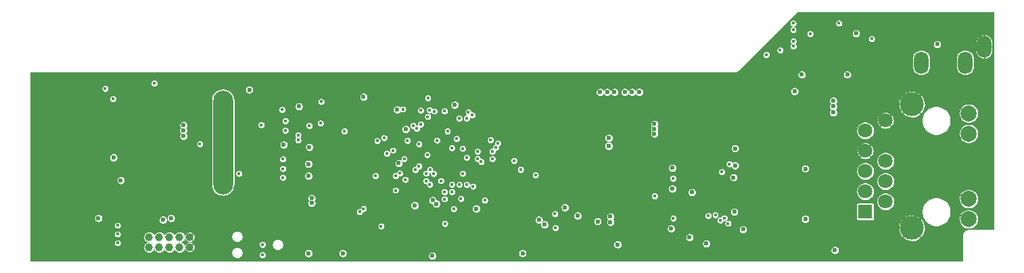
<source format=gbr>
G04 #@! TF.GenerationSoftware,KiCad,Pcbnew,5.1.9-73d0e3b20d~88~ubuntu20.04.1*
G04 #@! TF.CreationDate,2021-01-24T23:08:50+01:00*
G04 #@! TF.ProjectId,CIS,4349532e-6b69-4636-9164-5f7063625858,1.0.0*
G04 #@! TF.SameCoordinates,PX6bc3e40PY635f740*
G04 #@! TF.FileFunction,Copper,L2,Inr*
G04 #@! TF.FilePolarity,Positive*
%FSLAX46Y46*%
G04 Gerber Fmt 4.6, Leading zero omitted, Abs format (unit mm)*
G04 Created by KiCad (PCBNEW 5.1.9-73d0e3b20d~88~ubuntu20.04.1) date 2021-01-24 23:08:50*
%MOMM*%
%LPD*%
G01*
G04 APERTURE LIST*
G04 #@! TA.AperFunction,ComponentPad*
%ADD10C,1.000000*%
G04 #@! TD*
G04 #@! TA.AperFunction,ComponentPad*
%ADD11C,3.000000*%
G04 #@! TD*
G04 #@! TA.AperFunction,ComponentPad*
%ADD12C,2.000000*%
G04 #@! TD*
G04 #@! TA.AperFunction,ComponentPad*
%ADD13C,1.800000*%
G04 #@! TD*
G04 #@! TA.AperFunction,ComponentPad*
%ADD14R,1.800000X1.800000*%
G04 #@! TD*
G04 #@! TA.AperFunction,WasherPad*
%ADD15O,2.500000X13.000000*%
G04 #@! TD*
G04 #@! TA.AperFunction,ComponentPad*
%ADD16O,1.800000X2.800000*%
G04 #@! TD*
G04 #@! TA.AperFunction,ViaPad*
%ADD17C,0.600000*%
G04 #@! TD*
G04 #@! TA.AperFunction,ViaPad*
%ADD18C,0.450000*%
G04 #@! TD*
G04 #@! TA.AperFunction,Conductor*
%ADD19C,0.091000*%
G04 #@! TD*
G04 #@! TA.AperFunction,Conductor*
%ADD20C,1.500000*%
G04 #@! TD*
G04 APERTURE END LIST*
D10*
X15560000Y3635000D03*
X18100000Y2365000D03*
X16830000Y3635000D03*
X16830000Y2365000D03*
X18100000Y3635000D03*
X15560000Y2365000D03*
X19370000Y3635000D03*
X19370000Y2365000D03*
X20640000Y3635000D03*
X20640000Y2365000D03*
D11*
X111040000Y20260000D03*
X111040000Y4760000D03*
D12*
X118150000Y19140000D03*
X118150000Y16600000D03*
X118150000Y8420000D03*
D13*
X107740000Y18230000D03*
X105200000Y16960000D03*
X105200000Y14420000D03*
X107740000Y13150000D03*
X105200000Y11880000D03*
X107740000Y10610000D03*
X105200000Y9340000D03*
X107740000Y8070000D03*
D12*
X118150000Y5880000D03*
D14*
X105200000Y6800000D03*
D15*
X24800000Y15500000D03*
D16*
X120100000Y27500000D03*
X117700000Y25500000D03*
X112200000Y25500000D03*
D17*
X72000000Y21800000D03*
X72900000Y21800000D03*
X73800000Y21800000D03*
X75100000Y21800000D03*
X76900000Y21800000D03*
X76000000Y21800000D03*
X104050000Y29150000D03*
X102950000Y24000000D03*
X97250000Y24000000D03*
X96350000Y21900000D03*
X88900000Y14750000D03*
X81050000Y9700000D03*
X83500000Y9250000D03*
X73091000Y15050000D03*
X73100000Y16050000D03*
D18*
X54800000Y14733200D03*
X55300000Y13600000D03*
X52900000Y16900000D03*
X51598000Y15760900D03*
D17*
X85300000Y2824968D03*
X81050000Y12300000D03*
X80900000Y4700000D03*
X56500000Y7190001D03*
D18*
X54380000Y10220000D03*
X53448941Y14803043D03*
X49340000Y15290000D03*
D17*
X47683590Y17150000D03*
D18*
X50365158Y13944284D03*
X52079952Y10683900D03*
D17*
X48800000Y7600004D03*
X46600000Y19600008D03*
D18*
X54050000Y15961510D03*
D17*
X28100000Y22100000D03*
D18*
X54800124Y11600000D03*
D17*
X32400000Y15200000D03*
X35500000Y1600000D03*
X35600000Y14900000D03*
X12000000Y10750000D03*
D18*
X58300000Y15800000D03*
D17*
X42400000Y21200000D03*
X17300000Y5800000D03*
X18300000Y6000000D03*
X83200000Y3600000D03*
X74200000Y2700000D03*
X71700000Y5600000D03*
X73300000Y5500000D03*
X73300000Y6200000D03*
X62300000Y1600000D03*
X51000000Y1300000D03*
X39800000Y1600000D03*
D18*
X86427200Y6404300D03*
X63920000Y11410000D03*
X29750000Y1400000D03*
X46400000Y11300000D03*
X47482500Y13442500D03*
X29750000Y2700000D03*
D17*
X81050000Y7300000D03*
X72400000Y7900000D03*
X68950000Y16250000D03*
X101800000Y29750000D03*
X105350000Y30250000D03*
X87577800Y13872200D03*
X86150000Y9075000D03*
X86800000Y9750000D03*
X86775000Y8450000D03*
X87450000Y9075000D03*
X95350000Y12800000D03*
X99200000Y23400000D03*
X98500000Y25200000D03*
X108300000Y24500000D03*
X117850000Y28550000D03*
X105800000Y25150000D03*
X101750000Y25900000D03*
X101000000Y23450000D03*
X94750000Y24750000D03*
X86800000Y19855600D03*
X85800000Y15700000D03*
X85350000Y20550000D03*
X78050000Y19500000D03*
X76550000Y19200000D03*
X75850000Y19200000D03*
X75150000Y19200000D03*
X73900000Y19200000D03*
X73200000Y19200000D03*
X73900000Y14950000D03*
X76600000Y14400000D03*
X77900000Y14250000D03*
X80750000Y8500000D03*
X109900000Y12450000D03*
X102450000Y12950000D03*
X95350000Y6500000D03*
X96500000Y9150000D03*
X96500000Y2800000D03*
X90100000Y14900000D03*
X85500000Y14250000D03*
X83600000Y14150000D03*
X90640000Y5840000D03*
D18*
X53086000Y7085600D03*
D17*
X71400000Y7500000D03*
X68850000Y3850000D03*
X64600000Y2750000D03*
D18*
X59900000Y13900000D03*
X55330000Y14841800D03*
X54398000Y16650000D03*
X52500000Y15834000D03*
X52550000Y14800000D03*
X51533000Y12708700D03*
X50720000Y16645400D03*
D17*
X53350000Y21950000D03*
X45300000Y19300000D03*
X44200000Y19300000D03*
X43100000Y19300000D03*
D18*
X46000000Y13900000D03*
D17*
X60300000Y6300000D03*
X60800000Y7000000D03*
X48700000Y5400000D03*
X21900000Y16300000D03*
X21350000Y17600000D03*
X10250000Y14700000D03*
X9400000Y14700000D03*
X8550000Y14700000D03*
X7750000Y15750000D03*
D18*
X53000000Y20816000D03*
D17*
X14100000Y13600000D03*
X14100000Y12700000D03*
X14100000Y14450000D03*
X74950000Y14950000D03*
X88200000Y3100000D03*
X90850000Y12100000D03*
X79700000Y14500000D03*
X70099976Y3900000D03*
X65800000Y2800000D03*
X57700000Y6100000D03*
X57384587Y10756460D03*
X60800000Y10700000D03*
D18*
X59700014Y12900000D03*
X58070000Y13900000D03*
X54850000Y9770000D03*
X56212917Y11162454D03*
X55300000Y12070000D03*
X51170000Y10680000D03*
X53050000Y11566002D03*
X51590000Y14770000D03*
X50240000Y15270000D03*
X50240000Y12530000D03*
D17*
X47900000Y8500000D03*
X44099995Y12800005D03*
X44900000Y13600014D03*
X45299990Y16600000D03*
X45300004Y17700000D03*
X47600000Y21500000D03*
X61600000Y15400000D03*
X53700000Y6200000D03*
X54150000Y22750000D03*
X21200000Y5000000D03*
D18*
X53460000Y8370000D03*
D17*
X16250000Y12600000D03*
X62500000Y7800000D03*
X34800000Y20600000D03*
X29700000Y12200000D03*
X32700000Y10300000D03*
X33700000Y4400000D03*
X31400000Y4100000D03*
X33500000Y9600000D03*
X34900000Y9600000D03*
X29700000Y11100000D03*
X30100000Y13400000D03*
X37200000Y13200000D03*
X38000000Y9400000D03*
X8500000Y23500000D03*
X10700000Y23800000D03*
X12500000Y21900000D03*
X12200000Y22800000D03*
X9100000Y21600000D03*
X9700000Y12500000D03*
X8100000Y6000000D03*
X17900000Y10700000D03*
X16350000Y21950000D03*
X6400000Y14400000D03*
X6400000Y13700000D03*
X7000000Y14000000D03*
X47100000Y21900000D03*
X48100000Y21900000D03*
X43400000Y22000000D03*
X31200000Y1800000D03*
X91300000Y1400000D03*
X84200000Y6000000D03*
X80000000Y1400000D03*
X74100000Y4800000D03*
X66800000Y3274950D03*
X68800000Y1400000D03*
X63100000Y2800000D03*
X57600000Y1400000D03*
X46300000Y1400000D03*
X40500000Y4700000D03*
X50300000Y5500000D03*
X61800000Y5600000D03*
X120200000Y17500000D03*
X120200000Y10100000D03*
X9200000Y6000000D03*
X11100000Y13600000D03*
D18*
X32300000Y13400000D03*
X42400000Y7200000D03*
X41900000Y6800000D03*
X52570100Y5319800D03*
X46400000Y9500000D03*
D17*
X97700000Y12200000D03*
X97700000Y5900000D03*
X101400000Y2000000D03*
X89900000Y4600000D03*
X88800000Y6800000D03*
X88700000Y11100000D03*
X88900000Y12600000D03*
X101200000Y20700000D03*
X101200000Y19250000D03*
X101200000Y20000000D03*
X78800000Y17200000D03*
X78800000Y17800000D03*
X78800000Y16600000D03*
X19850000Y17650008D03*
X19850000Y16999980D03*
X19850000Y16300014D03*
X34300000Y20000000D03*
X35500000Y12800000D03*
X35500000Y11300000D03*
X35900000Y8500000D03*
X35900000Y7900000D03*
X67600000Y7350000D03*
X69199984Y6300000D03*
D18*
X57130000Y13066104D03*
X32300000Y12200000D03*
X32300000Y11100000D03*
X58520000Y13440000D03*
X11600000Y2900000D03*
X58503200Y14362200D03*
X11600000Y4000000D03*
X58961800Y14853300D03*
X11600000Y5100000D03*
X50440420Y18729167D03*
X55985400Y18914600D03*
X54367200Y18500200D03*
X55523600Y19276400D03*
X52540147Y19419800D03*
X56100000Y10000000D03*
D17*
X46800000Y12900000D03*
X53800000Y20200000D03*
X51500000Y7800000D03*
X51050000Y8250000D03*
D18*
X55300000Y10205300D03*
X56659528Y14359285D03*
D17*
X64350000Y5800000D03*
X65050000Y5200000D03*
D18*
X56660000Y13447200D03*
X87238000Y11799800D03*
X88200000Y12800000D03*
X48861900Y12063100D03*
X32600000Y18200000D03*
X40000000Y16900000D03*
X35600000Y17600000D03*
X50241300Y11617800D03*
X32600000Y17000000D03*
X34200000Y16400000D03*
X45300000Y14100000D03*
X34200000Y15800000D03*
X43900000Y11300000D03*
X55290100Y18540000D03*
X37100000Y20600000D03*
X49337900Y12523100D03*
X37000000Y17900000D03*
X49538594Y17777273D03*
X16200000Y22900000D03*
X51232911Y19406727D03*
X11050000Y20950000D03*
X47889100Y15729700D03*
X10050000Y22250000D03*
X66413051Y4793475D03*
X66350068Y6550000D03*
X50444800Y21055200D03*
X81150000Y11000000D03*
X81175000Y6000000D03*
D17*
X114200000Y27800000D03*
D18*
X106000000Y28475000D03*
X53449994Y10230000D03*
X48600000Y17600000D03*
X44600000Y5000000D03*
X59213200Y15387700D03*
X101904200Y30425000D03*
X61240700Y13200010D03*
X92802227Y26490973D03*
X85550000Y6300000D03*
X62055300Y12099990D03*
X49038262Y17231328D03*
X21900000Y15300000D03*
X57562500Y8234400D03*
X94543500Y27042900D03*
X44971226Y16079060D03*
X29600000Y17700000D03*
X44100000Y15700000D03*
X26800000Y11600000D03*
X50701100Y12081200D03*
X96199800Y28180800D03*
X78833500Y8771400D03*
X98300000Y29100000D03*
X53459800Y9304500D03*
X51160900Y11591900D03*
X88025000Y5350000D03*
X52540200Y9304500D03*
X96179100Y29611200D03*
X96172500Y30425000D03*
X54589566Y8457011D03*
X46067200Y14494700D03*
X32200000Y19600000D03*
X50687100Y10238400D03*
X87550000Y6025000D03*
X52540200Y8399200D03*
X49550000Y19500000D03*
X53688300Y7172400D03*
X96183300Y27540500D03*
X50650000Y19550000D03*
X46925000Y11625000D03*
X47315944Y19659157D03*
X47625000Y10850000D03*
X50241300Y10672500D03*
X87050000Y5756900D03*
D19*
X121304501Y4595500D02*
X118134167Y4595500D01*
X118100000Y4598865D01*
X118065834Y4595500D01*
X118065833Y4595500D01*
X117963658Y4585437D01*
X117832556Y4545667D01*
X117711731Y4481085D01*
X117605828Y4394172D01*
X117518915Y4288269D01*
X117454333Y4167444D01*
X117414563Y4036342D01*
X117401135Y3900000D01*
X117404501Y3865823D01*
X117404500Y695500D01*
X695500Y695500D01*
X695500Y2941416D01*
X11179500Y2941416D01*
X11179500Y2858584D01*
X11195659Y2777345D01*
X11227357Y2700818D01*
X11273376Y2631947D01*
X11331947Y2573376D01*
X11400818Y2527357D01*
X11477345Y2495659D01*
X11558584Y2479500D01*
X11641416Y2479500D01*
X11722655Y2495659D01*
X11799182Y2527357D01*
X11868053Y2573376D01*
X11926624Y2631947D01*
X11972643Y2700818D01*
X12004341Y2777345D01*
X12020500Y2858584D01*
X12020500Y2941416D01*
X12004341Y3022655D01*
X11972643Y3099182D01*
X11926624Y3168053D01*
X11868053Y3226624D01*
X11799182Y3272643D01*
X11722655Y3304341D01*
X11641416Y3320500D01*
X11558584Y3320500D01*
X11477345Y3304341D01*
X11400818Y3272643D01*
X11331947Y3226624D01*
X11273376Y3168053D01*
X11227357Y3099182D01*
X11195659Y3022655D01*
X11179500Y2941416D01*
X695500Y2941416D01*
X695500Y4041416D01*
X11179500Y4041416D01*
X11179500Y3958584D01*
X11195659Y3877345D01*
X11227357Y3800818D01*
X11273376Y3731947D01*
X11331947Y3673376D01*
X11400818Y3627357D01*
X11477345Y3595659D01*
X11558584Y3579500D01*
X11641416Y3579500D01*
X11722655Y3595659D01*
X11799182Y3627357D01*
X11868053Y3673376D01*
X11898178Y3703501D01*
X14864500Y3703501D01*
X14864500Y3566499D01*
X14891228Y3432130D01*
X14943656Y3305557D01*
X15019770Y3191645D01*
X15116645Y3094770D01*
X15230557Y3018656D01*
X15275597Y3000000D01*
X15230557Y2981344D01*
X15116645Y2905230D01*
X15019770Y2808355D01*
X14943656Y2694443D01*
X14891228Y2567870D01*
X14864500Y2433501D01*
X14864500Y2296499D01*
X14891228Y2162130D01*
X14943656Y2035557D01*
X15019770Y1921645D01*
X15116645Y1824770D01*
X15230557Y1748656D01*
X15357130Y1696228D01*
X15491499Y1669500D01*
X15628501Y1669500D01*
X15762870Y1696228D01*
X15889443Y1748656D01*
X16003355Y1824770D01*
X16100230Y1921645D01*
X16176344Y2035557D01*
X16195000Y2080597D01*
X16213656Y2035557D01*
X16289770Y1921645D01*
X16386645Y1824770D01*
X16500557Y1748656D01*
X16627130Y1696228D01*
X16761499Y1669500D01*
X16898501Y1669500D01*
X17032870Y1696228D01*
X17159443Y1748656D01*
X17273355Y1824770D01*
X17370230Y1921645D01*
X17446344Y2035557D01*
X17465000Y2080597D01*
X17483656Y2035557D01*
X17559770Y1921645D01*
X17656645Y1824770D01*
X17770557Y1748656D01*
X17897130Y1696228D01*
X18031499Y1669500D01*
X18168501Y1669500D01*
X18302870Y1696228D01*
X18429443Y1748656D01*
X18543355Y1824770D01*
X18640230Y1921645D01*
X18716344Y2035557D01*
X18735000Y2080597D01*
X18753656Y2035557D01*
X18829770Y1921645D01*
X18926645Y1824770D01*
X19040557Y1748656D01*
X19167130Y1696228D01*
X19301499Y1669500D01*
X19438501Y1669500D01*
X19572870Y1696228D01*
X19699443Y1748656D01*
X19813355Y1824770D01*
X19905112Y1916527D01*
X20233247Y1916527D01*
X20288331Y1830780D01*
X20399309Y1772437D01*
X20519537Y1736867D01*
X20644395Y1725435D01*
X20769083Y1738582D01*
X20812368Y1752038D01*
X25869200Y1752038D01*
X25869200Y1615962D01*
X25895748Y1482501D01*
X25947821Y1356784D01*
X26023421Y1243641D01*
X26119641Y1147421D01*
X26232784Y1071821D01*
X26358501Y1019748D01*
X26491962Y993200D01*
X26628038Y993200D01*
X26761499Y1019748D01*
X26887216Y1071821D01*
X27000359Y1147421D01*
X27096579Y1243641D01*
X27172179Y1356784D01*
X27207234Y1441416D01*
X29329500Y1441416D01*
X29329500Y1358584D01*
X29345659Y1277345D01*
X29377357Y1200818D01*
X29423376Y1131947D01*
X29481947Y1073376D01*
X29550818Y1027357D01*
X29627345Y995659D01*
X29708584Y979500D01*
X29791416Y979500D01*
X29872655Y995659D01*
X29949182Y1027357D01*
X30018053Y1073376D01*
X30076624Y1131947D01*
X30122643Y1200818D01*
X30154341Y1277345D01*
X30170500Y1358584D01*
X30170500Y1441416D01*
X30154341Y1522655D01*
X30122643Y1599182D01*
X30089487Y1648803D01*
X35004500Y1648803D01*
X35004500Y1551197D01*
X35023541Y1455468D01*
X35060893Y1365293D01*
X35115120Y1284137D01*
X35184137Y1215120D01*
X35265293Y1160893D01*
X35355468Y1123541D01*
X35451197Y1104500D01*
X35548803Y1104500D01*
X35644532Y1123541D01*
X35734707Y1160893D01*
X35815863Y1215120D01*
X35884880Y1284137D01*
X35939107Y1365293D01*
X35976459Y1455468D01*
X35995500Y1551197D01*
X35995500Y1648803D01*
X39304500Y1648803D01*
X39304500Y1551197D01*
X39323541Y1455468D01*
X39360893Y1365293D01*
X39415120Y1284137D01*
X39484137Y1215120D01*
X39565293Y1160893D01*
X39655468Y1123541D01*
X39751197Y1104500D01*
X39848803Y1104500D01*
X39944532Y1123541D01*
X40034707Y1160893D01*
X40115863Y1215120D01*
X40184880Y1284137D01*
X40228088Y1348803D01*
X50504500Y1348803D01*
X50504500Y1251197D01*
X50523541Y1155468D01*
X50560893Y1065293D01*
X50615120Y984137D01*
X50684137Y915120D01*
X50765293Y860893D01*
X50855468Y823541D01*
X50951197Y804500D01*
X51048803Y804500D01*
X51144532Y823541D01*
X51234707Y860893D01*
X51315863Y915120D01*
X51384880Y984137D01*
X51439107Y1065293D01*
X51476459Y1155468D01*
X51495500Y1251197D01*
X51495500Y1348803D01*
X51476459Y1444532D01*
X51439107Y1534707D01*
X51384880Y1615863D01*
X51351940Y1648803D01*
X61804500Y1648803D01*
X61804500Y1551197D01*
X61823541Y1455468D01*
X61860893Y1365293D01*
X61915120Y1284137D01*
X61984137Y1215120D01*
X62065293Y1160893D01*
X62155468Y1123541D01*
X62251197Y1104500D01*
X62348803Y1104500D01*
X62444532Y1123541D01*
X62534707Y1160893D01*
X62615863Y1215120D01*
X62684880Y1284137D01*
X62739107Y1365293D01*
X62776459Y1455468D01*
X62795500Y1551197D01*
X62795500Y1648803D01*
X62776459Y1744532D01*
X62739107Y1834707D01*
X62684880Y1915863D01*
X62615863Y1984880D01*
X62534707Y2039107D01*
X62511299Y2048803D01*
X100904500Y2048803D01*
X100904500Y1951197D01*
X100923541Y1855468D01*
X100960893Y1765293D01*
X101015120Y1684137D01*
X101084137Y1615120D01*
X101165293Y1560893D01*
X101255468Y1523541D01*
X101351197Y1504500D01*
X101448803Y1504500D01*
X101544532Y1523541D01*
X101634707Y1560893D01*
X101715863Y1615120D01*
X101784880Y1684137D01*
X101839107Y1765293D01*
X101876459Y1855468D01*
X101895500Y1951197D01*
X101895500Y2048803D01*
X101876459Y2144532D01*
X101839107Y2234707D01*
X101784880Y2315863D01*
X101715863Y2384880D01*
X101634707Y2439107D01*
X101544532Y2476459D01*
X101448803Y2495500D01*
X101351197Y2495500D01*
X101255468Y2476459D01*
X101165293Y2439107D01*
X101084137Y2384880D01*
X101015120Y2315863D01*
X100960893Y2234707D01*
X100923541Y2144532D01*
X100904500Y2048803D01*
X62511299Y2048803D01*
X62444532Y2076459D01*
X62348803Y2095500D01*
X62251197Y2095500D01*
X62155468Y2076459D01*
X62065293Y2039107D01*
X61984137Y1984880D01*
X61915120Y1915863D01*
X61860893Y1834707D01*
X61823541Y1744532D01*
X61804500Y1648803D01*
X51351940Y1648803D01*
X51315863Y1684880D01*
X51234707Y1739107D01*
X51144532Y1776459D01*
X51048803Y1795500D01*
X50951197Y1795500D01*
X50855468Y1776459D01*
X50765293Y1739107D01*
X50684137Y1684880D01*
X50615120Y1615863D01*
X50560893Y1534707D01*
X50523541Y1444532D01*
X50504500Y1348803D01*
X40228088Y1348803D01*
X40239107Y1365293D01*
X40276459Y1455468D01*
X40295500Y1551197D01*
X40295500Y1648803D01*
X40276459Y1744532D01*
X40239107Y1834707D01*
X40184880Y1915863D01*
X40115863Y1984880D01*
X40034707Y2039107D01*
X39944532Y2076459D01*
X39848803Y2095500D01*
X39751197Y2095500D01*
X39655468Y2076459D01*
X39565293Y2039107D01*
X39484137Y1984880D01*
X39415120Y1915863D01*
X39360893Y1834707D01*
X39323541Y1744532D01*
X39304500Y1648803D01*
X35995500Y1648803D01*
X35976459Y1744532D01*
X35939107Y1834707D01*
X35884880Y1915863D01*
X35815863Y1984880D01*
X35734707Y2039107D01*
X35644532Y2076459D01*
X35548803Y2095500D01*
X35451197Y2095500D01*
X35355468Y2076459D01*
X35265293Y2039107D01*
X35184137Y1984880D01*
X35115120Y1915863D01*
X35060893Y1834707D01*
X35023541Y1744532D01*
X35004500Y1648803D01*
X30089487Y1648803D01*
X30076624Y1668053D01*
X30018053Y1726624D01*
X29949182Y1772643D01*
X29872655Y1804341D01*
X29791416Y1820500D01*
X29708584Y1820500D01*
X29627345Y1804341D01*
X29550818Y1772643D01*
X29481947Y1726624D01*
X29423376Y1668053D01*
X29377357Y1599182D01*
X29345659Y1522655D01*
X29329500Y1441416D01*
X27207234Y1441416D01*
X27224252Y1482501D01*
X27250800Y1615962D01*
X27250800Y1752038D01*
X27224252Y1885499D01*
X27172179Y2011216D01*
X27096579Y2124359D01*
X27000359Y2220579D01*
X26887216Y2296179D01*
X26761499Y2348252D01*
X26628038Y2374800D01*
X26491962Y2374800D01*
X26358501Y2348252D01*
X26232784Y2296179D01*
X26119641Y2220579D01*
X26023421Y2124359D01*
X25947821Y2011216D01*
X25895748Y1885499D01*
X25869200Y1752038D01*
X20812368Y1752038D01*
X20888810Y1775801D01*
X20991669Y1830780D01*
X21046753Y1916527D01*
X20640000Y2323281D01*
X20233247Y1916527D01*
X19905112Y1916527D01*
X19910230Y1921645D01*
X19986344Y2035557D01*
X20037485Y2159024D01*
X20050801Y2116190D01*
X20105780Y2013331D01*
X20191527Y1958247D01*
X20598281Y2365000D01*
X20681719Y2365000D01*
X21088473Y1958247D01*
X21174220Y2013331D01*
X21232563Y2124309D01*
X21268133Y2244537D01*
X21279565Y2369395D01*
X21266418Y2494083D01*
X21229199Y2613810D01*
X21174220Y2716669D01*
X21135698Y2741416D01*
X29329500Y2741416D01*
X29329500Y2658584D01*
X29345659Y2577345D01*
X29377357Y2500818D01*
X29423376Y2431947D01*
X29481947Y2373376D01*
X29550818Y2327357D01*
X29627345Y2295659D01*
X29708584Y2279500D01*
X29791416Y2279500D01*
X29872655Y2295659D01*
X29949182Y2327357D01*
X30018053Y2373376D01*
X30076624Y2431947D01*
X30122643Y2500818D01*
X30154341Y2577345D01*
X30170500Y2658584D01*
X30170500Y2741416D01*
X30165205Y2768038D01*
X30949200Y2768038D01*
X30949200Y2631962D01*
X30975748Y2498501D01*
X31027821Y2372784D01*
X31103421Y2259641D01*
X31199641Y2163421D01*
X31312784Y2087821D01*
X31438501Y2035748D01*
X31571962Y2009200D01*
X31708038Y2009200D01*
X31841499Y2035748D01*
X31967216Y2087821D01*
X32080359Y2163421D01*
X32176579Y2259641D01*
X32252179Y2372784D01*
X32304252Y2498501D01*
X32330800Y2631962D01*
X32330800Y2748803D01*
X73704500Y2748803D01*
X73704500Y2651197D01*
X73723541Y2555468D01*
X73760893Y2465293D01*
X73815120Y2384137D01*
X73884137Y2315120D01*
X73965293Y2260893D01*
X74055468Y2223541D01*
X74151197Y2204500D01*
X74248803Y2204500D01*
X74344532Y2223541D01*
X74434707Y2260893D01*
X74515863Y2315120D01*
X74584880Y2384137D01*
X74639107Y2465293D01*
X74676459Y2555468D01*
X74695500Y2651197D01*
X74695500Y2748803D01*
X74676459Y2844532D01*
X74664348Y2873771D01*
X84804500Y2873771D01*
X84804500Y2776165D01*
X84823541Y2680436D01*
X84860893Y2590261D01*
X84915120Y2509105D01*
X84984137Y2440088D01*
X85065293Y2385861D01*
X85155468Y2348509D01*
X85251197Y2329468D01*
X85348803Y2329468D01*
X85444532Y2348509D01*
X85534707Y2385861D01*
X85615863Y2440088D01*
X85684880Y2509105D01*
X85739107Y2590261D01*
X85776459Y2680436D01*
X85795500Y2776165D01*
X85795500Y2873771D01*
X85776459Y2969500D01*
X85739107Y3059675D01*
X85684880Y3140831D01*
X85615863Y3209848D01*
X85534707Y3264075D01*
X85444532Y3301427D01*
X85348803Y3320468D01*
X85251197Y3320468D01*
X85155468Y3301427D01*
X85065293Y3264075D01*
X84984137Y3209848D01*
X84915120Y3140831D01*
X84860893Y3059675D01*
X84823541Y2969500D01*
X84804500Y2873771D01*
X74664348Y2873771D01*
X74639107Y2934707D01*
X74584880Y3015863D01*
X74515863Y3084880D01*
X74434707Y3139107D01*
X74344532Y3176459D01*
X74248803Y3195500D01*
X74151197Y3195500D01*
X74055468Y3176459D01*
X73965293Y3139107D01*
X73884137Y3084880D01*
X73815120Y3015863D01*
X73760893Y2934707D01*
X73723541Y2844532D01*
X73704500Y2748803D01*
X32330800Y2748803D01*
X32330800Y2768038D01*
X32304252Y2901499D01*
X32252179Y3027216D01*
X32176579Y3140359D01*
X32080359Y3236579D01*
X31967216Y3312179D01*
X31841499Y3364252D01*
X31708038Y3390800D01*
X31571962Y3390800D01*
X31438501Y3364252D01*
X31312784Y3312179D01*
X31199641Y3236579D01*
X31103421Y3140359D01*
X31027821Y3027216D01*
X30975748Y2901499D01*
X30949200Y2768038D01*
X30165205Y2768038D01*
X30154341Y2822655D01*
X30122643Y2899182D01*
X30076624Y2968053D01*
X30018053Y3026624D01*
X29949182Y3072643D01*
X29872655Y3104341D01*
X29791416Y3120500D01*
X29708584Y3120500D01*
X29627345Y3104341D01*
X29550818Y3072643D01*
X29481947Y3026624D01*
X29423376Y2968053D01*
X29377357Y2899182D01*
X29345659Y2822655D01*
X29329500Y2741416D01*
X21135698Y2741416D01*
X21088473Y2771753D01*
X20681719Y2365000D01*
X20598281Y2365000D01*
X20191527Y2771753D01*
X20105780Y2716669D01*
X20047437Y2605691D01*
X20037299Y2571425D01*
X19986344Y2694443D01*
X19910230Y2808355D01*
X19813355Y2905230D01*
X19699443Y2981344D01*
X19654403Y3000000D01*
X19699443Y3018656D01*
X19813355Y3094770D01*
X19905112Y3186527D01*
X20233247Y3186527D01*
X20288331Y3100780D01*
X20399309Y3042437D01*
X20519537Y3006867D01*
X20593345Y3000109D01*
X20510917Y2991418D01*
X20391190Y2954199D01*
X20288331Y2899220D01*
X20233247Y2813473D01*
X20640000Y2406719D01*
X21046753Y2813473D01*
X20991669Y2899220D01*
X20880691Y2957563D01*
X20760463Y2993133D01*
X20686655Y2999891D01*
X20769083Y3008582D01*
X20888810Y3045801D01*
X20991669Y3100780D01*
X21046753Y3186527D01*
X20640000Y3593281D01*
X20233247Y3186527D01*
X19905112Y3186527D01*
X19910230Y3191645D01*
X19986344Y3305557D01*
X20037485Y3429024D01*
X20050801Y3386190D01*
X20105780Y3283331D01*
X20191527Y3228247D01*
X20598281Y3635000D01*
X20681719Y3635000D01*
X21088473Y3228247D01*
X21174220Y3283331D01*
X21232563Y3394309D01*
X21268133Y3514537D01*
X21279565Y3639395D01*
X21266418Y3764083D01*
X21260215Y3784038D01*
X25869200Y3784038D01*
X25869200Y3647962D01*
X25895748Y3514501D01*
X25947821Y3388784D01*
X26023421Y3275641D01*
X26119641Y3179421D01*
X26232784Y3103821D01*
X26358501Y3051748D01*
X26491962Y3025200D01*
X26628038Y3025200D01*
X26761499Y3051748D01*
X26887216Y3103821D01*
X27000359Y3179421D01*
X27096579Y3275641D01*
X27172179Y3388784D01*
X27224252Y3514501D01*
X27250800Y3647962D01*
X27250800Y3648803D01*
X82704500Y3648803D01*
X82704500Y3551197D01*
X82723541Y3455468D01*
X82760893Y3365293D01*
X82815120Y3284137D01*
X82884137Y3215120D01*
X82965293Y3160893D01*
X83055468Y3123541D01*
X83151197Y3104500D01*
X83248803Y3104500D01*
X83344532Y3123541D01*
X83434707Y3160893D01*
X83515863Y3215120D01*
X83584880Y3284137D01*
X83639107Y3365293D01*
X83676459Y3455468D01*
X83695500Y3551197D01*
X83695500Y3600682D01*
X109922401Y3600682D01*
X110097457Y3412513D01*
X110378449Y3254523D01*
X110684864Y3154388D01*
X111004927Y3115956D01*
X111326338Y3140704D01*
X111636745Y3227679D01*
X111924220Y3373542D01*
X111982543Y3412513D01*
X112157599Y3600682D01*
X111040000Y4718281D01*
X109922401Y3600682D01*
X83695500Y3600682D01*
X83695500Y3648803D01*
X83676459Y3744532D01*
X83639107Y3834707D01*
X83584880Y3915863D01*
X83515863Y3984880D01*
X83434707Y4039107D01*
X83344532Y4076459D01*
X83248803Y4095500D01*
X83151197Y4095500D01*
X83055468Y4076459D01*
X82965293Y4039107D01*
X82884137Y3984880D01*
X82815120Y3915863D01*
X82760893Y3834707D01*
X82723541Y3744532D01*
X82704500Y3648803D01*
X27250800Y3648803D01*
X27250800Y3784038D01*
X27224252Y3917499D01*
X27172179Y4043216D01*
X27096579Y4156359D01*
X27000359Y4252579D01*
X26887216Y4328179D01*
X26761499Y4380252D01*
X26628038Y4406800D01*
X26491962Y4406800D01*
X26358501Y4380252D01*
X26232784Y4328179D01*
X26119641Y4252579D01*
X26023421Y4156359D01*
X25947821Y4043216D01*
X25895748Y3917499D01*
X25869200Y3784038D01*
X21260215Y3784038D01*
X21229199Y3883810D01*
X21174220Y3986669D01*
X21088473Y4041753D01*
X20681719Y3635000D01*
X20598281Y3635000D01*
X20191527Y4041753D01*
X20105780Y3986669D01*
X20047437Y3875691D01*
X20037299Y3841425D01*
X19986344Y3964443D01*
X19910230Y4078355D01*
X19905112Y4083473D01*
X20233247Y4083473D01*
X20640000Y3676719D01*
X21046753Y4083473D01*
X20991669Y4169220D01*
X20880691Y4227563D01*
X20760463Y4263133D01*
X20635605Y4274565D01*
X20510917Y4261418D01*
X20391190Y4224199D01*
X20288331Y4169220D01*
X20233247Y4083473D01*
X19905112Y4083473D01*
X19813355Y4175230D01*
X19699443Y4251344D01*
X19572870Y4303772D01*
X19438501Y4330500D01*
X19301499Y4330500D01*
X19167130Y4303772D01*
X19040557Y4251344D01*
X18926645Y4175230D01*
X18829770Y4078355D01*
X18753656Y3964443D01*
X18735000Y3919403D01*
X18716344Y3964443D01*
X18640230Y4078355D01*
X18543355Y4175230D01*
X18429443Y4251344D01*
X18302870Y4303772D01*
X18168501Y4330500D01*
X18031499Y4330500D01*
X17897130Y4303772D01*
X17770557Y4251344D01*
X17656645Y4175230D01*
X17559770Y4078355D01*
X17483656Y3964443D01*
X17465000Y3919403D01*
X17446344Y3964443D01*
X17370230Y4078355D01*
X17273355Y4175230D01*
X17159443Y4251344D01*
X17032870Y4303772D01*
X16898501Y4330500D01*
X16761499Y4330500D01*
X16627130Y4303772D01*
X16500557Y4251344D01*
X16386645Y4175230D01*
X16289770Y4078355D01*
X16213656Y3964443D01*
X16195000Y3919403D01*
X16176344Y3964443D01*
X16100230Y4078355D01*
X16003355Y4175230D01*
X15889443Y4251344D01*
X15762870Y4303772D01*
X15628501Y4330500D01*
X15491499Y4330500D01*
X15357130Y4303772D01*
X15230557Y4251344D01*
X15116645Y4175230D01*
X15019770Y4078355D01*
X14943656Y3964443D01*
X14891228Y3837870D01*
X14864500Y3703501D01*
X11898178Y3703501D01*
X11926624Y3731947D01*
X11972643Y3800818D01*
X12004341Y3877345D01*
X12020500Y3958584D01*
X12020500Y4041416D01*
X12004341Y4122655D01*
X11972643Y4199182D01*
X11926624Y4268053D01*
X11868053Y4326624D01*
X11799182Y4372643D01*
X11722655Y4404341D01*
X11641416Y4420500D01*
X11558584Y4420500D01*
X11477345Y4404341D01*
X11400818Y4372643D01*
X11331947Y4326624D01*
X11273376Y4268053D01*
X11227357Y4199182D01*
X11195659Y4122655D01*
X11179500Y4041416D01*
X695500Y4041416D01*
X695500Y5141416D01*
X11179500Y5141416D01*
X11179500Y5058584D01*
X11195659Y4977345D01*
X11227357Y4900818D01*
X11273376Y4831947D01*
X11331947Y4773376D01*
X11400818Y4727357D01*
X11477345Y4695659D01*
X11558584Y4679500D01*
X11641416Y4679500D01*
X11722655Y4695659D01*
X11799182Y4727357D01*
X11868053Y4773376D01*
X11926624Y4831947D01*
X11972643Y4900818D01*
X12004341Y4977345D01*
X12017085Y5041416D01*
X44179500Y5041416D01*
X44179500Y4958584D01*
X44195659Y4877345D01*
X44227357Y4800818D01*
X44273376Y4731947D01*
X44331947Y4673376D01*
X44400818Y4627357D01*
X44477345Y4595659D01*
X44558584Y4579500D01*
X44641416Y4579500D01*
X44722655Y4595659D01*
X44799182Y4627357D01*
X44868053Y4673376D01*
X44926624Y4731947D01*
X44972643Y4800818D01*
X45004341Y4877345D01*
X45020500Y4958584D01*
X45020500Y5041416D01*
X45004341Y5122655D01*
X44972643Y5199182D01*
X44926624Y5268053D01*
X44868053Y5326624D01*
X44816284Y5361216D01*
X52149600Y5361216D01*
X52149600Y5278384D01*
X52165759Y5197145D01*
X52197457Y5120618D01*
X52243476Y5051747D01*
X52302047Y4993176D01*
X52370918Y4947157D01*
X52447445Y4915459D01*
X52528684Y4899300D01*
X52611516Y4899300D01*
X52692755Y4915459D01*
X52769282Y4947157D01*
X52838153Y4993176D01*
X52896724Y5051747D01*
X52942743Y5120618D01*
X52974441Y5197145D01*
X52990600Y5278384D01*
X52990600Y5361216D01*
X52974441Y5442455D01*
X52942743Y5518982D01*
X52896724Y5587853D01*
X52838153Y5646424D01*
X52769282Y5692443D01*
X52692755Y5724141D01*
X52611516Y5740300D01*
X52528684Y5740300D01*
X52447445Y5724141D01*
X52370918Y5692443D01*
X52302047Y5646424D01*
X52243476Y5587853D01*
X52197457Y5518982D01*
X52165759Y5442455D01*
X52149600Y5361216D01*
X44816284Y5361216D01*
X44799182Y5372643D01*
X44722655Y5404341D01*
X44641416Y5420500D01*
X44558584Y5420500D01*
X44477345Y5404341D01*
X44400818Y5372643D01*
X44331947Y5326624D01*
X44273376Y5268053D01*
X44227357Y5199182D01*
X44195659Y5122655D01*
X44179500Y5041416D01*
X12017085Y5041416D01*
X12020500Y5058584D01*
X12020500Y5141416D01*
X12004341Y5222655D01*
X11972643Y5299182D01*
X11926624Y5368053D01*
X11868053Y5426624D01*
X11799182Y5472643D01*
X11722655Y5504341D01*
X11641416Y5520500D01*
X11558584Y5520500D01*
X11477345Y5504341D01*
X11400818Y5472643D01*
X11331947Y5426624D01*
X11273376Y5368053D01*
X11227357Y5299182D01*
X11195659Y5222655D01*
X11179500Y5141416D01*
X695500Y5141416D01*
X695500Y6048803D01*
X8704500Y6048803D01*
X8704500Y5951197D01*
X8723541Y5855468D01*
X8760893Y5765293D01*
X8815120Y5684137D01*
X8884137Y5615120D01*
X8965293Y5560893D01*
X9055468Y5523541D01*
X9151197Y5504500D01*
X9248803Y5504500D01*
X9344532Y5523541D01*
X9434707Y5560893D01*
X9515863Y5615120D01*
X9584880Y5684137D01*
X9639107Y5765293D01*
X9673698Y5848803D01*
X16804500Y5848803D01*
X16804500Y5751197D01*
X16823541Y5655468D01*
X16860893Y5565293D01*
X16915120Y5484137D01*
X16984137Y5415120D01*
X17065293Y5360893D01*
X17155468Y5323541D01*
X17251197Y5304500D01*
X17348803Y5304500D01*
X17444532Y5323541D01*
X17534707Y5360893D01*
X17615863Y5415120D01*
X17684880Y5484137D01*
X17739107Y5565293D01*
X17776459Y5655468D01*
X17795500Y5751197D01*
X17795500Y5848803D01*
X17776459Y5944532D01*
X17739107Y6034707D01*
X17729689Y6048803D01*
X17804500Y6048803D01*
X17804500Y5951197D01*
X17823541Y5855468D01*
X17860893Y5765293D01*
X17915120Y5684137D01*
X17984137Y5615120D01*
X18065293Y5560893D01*
X18155468Y5523541D01*
X18251197Y5504500D01*
X18348803Y5504500D01*
X18444532Y5523541D01*
X18534707Y5560893D01*
X18615863Y5615120D01*
X18684880Y5684137D01*
X18739107Y5765293D01*
X18773698Y5848803D01*
X63854500Y5848803D01*
X63854500Y5751197D01*
X63873541Y5655468D01*
X63910893Y5565293D01*
X63965120Y5484137D01*
X64034137Y5415120D01*
X64115293Y5360893D01*
X64205468Y5323541D01*
X64301197Y5304500D01*
X64398803Y5304500D01*
X64494532Y5323541D01*
X64579409Y5358698D01*
X64573541Y5344532D01*
X64554500Y5248803D01*
X64554500Y5151197D01*
X64573541Y5055468D01*
X64610893Y4965293D01*
X64665120Y4884137D01*
X64734137Y4815120D01*
X64815293Y4760893D01*
X64905468Y4723541D01*
X65001197Y4704500D01*
X65098803Y4704500D01*
X65194532Y4723541D01*
X65284707Y4760893D01*
X65365863Y4815120D01*
X65385634Y4834891D01*
X65992551Y4834891D01*
X65992551Y4752059D01*
X66008710Y4670820D01*
X66040408Y4594293D01*
X66086427Y4525422D01*
X66144998Y4466851D01*
X66213869Y4420832D01*
X66290396Y4389134D01*
X66371635Y4372975D01*
X66454467Y4372975D01*
X66535706Y4389134D01*
X66612233Y4420832D01*
X66681104Y4466851D01*
X66739675Y4525422D01*
X66785694Y4594293D01*
X66817392Y4670820D01*
X66832903Y4748803D01*
X80404500Y4748803D01*
X80404500Y4651197D01*
X80423541Y4555468D01*
X80460893Y4465293D01*
X80515120Y4384137D01*
X80584137Y4315120D01*
X80665293Y4260893D01*
X80755468Y4223541D01*
X80851197Y4204500D01*
X80948803Y4204500D01*
X81044532Y4223541D01*
X81134707Y4260893D01*
X81215863Y4315120D01*
X81284880Y4384137D01*
X81339107Y4465293D01*
X81376459Y4555468D01*
X81395023Y4648803D01*
X89404500Y4648803D01*
X89404500Y4551197D01*
X89423541Y4455468D01*
X89460893Y4365293D01*
X89515120Y4284137D01*
X89584137Y4215120D01*
X89665293Y4160893D01*
X89755468Y4123541D01*
X89851197Y4104500D01*
X89948803Y4104500D01*
X90044532Y4123541D01*
X90134707Y4160893D01*
X90215863Y4215120D01*
X90284880Y4284137D01*
X90339107Y4365293D01*
X90376459Y4455468D01*
X90395500Y4551197D01*
X90395500Y4648803D01*
X90376459Y4744532D01*
X90355525Y4795073D01*
X109395956Y4795073D01*
X109420704Y4473662D01*
X109507679Y4163255D01*
X109653542Y3875780D01*
X109692513Y3817457D01*
X109880682Y3642401D01*
X110998281Y4760000D01*
X111081719Y4760000D01*
X112199318Y3642401D01*
X112387487Y3817457D01*
X112545477Y4098449D01*
X112645612Y4404864D01*
X112684044Y4724927D01*
X112659296Y5046338D01*
X112572321Y5356745D01*
X112426458Y5644220D01*
X112387487Y5702543D01*
X112199318Y5877599D01*
X111081719Y4760000D01*
X110998281Y4760000D01*
X109880682Y5877599D01*
X109692513Y5702543D01*
X109534523Y5421551D01*
X109434388Y5115136D01*
X109395956Y4795073D01*
X90355525Y4795073D01*
X90339107Y4834707D01*
X90284880Y4915863D01*
X90215863Y4984880D01*
X90134707Y5039107D01*
X90044532Y5076459D01*
X89948803Y5095500D01*
X89851197Y5095500D01*
X89755468Y5076459D01*
X89665293Y5039107D01*
X89584137Y4984880D01*
X89515120Y4915863D01*
X89460893Y4834707D01*
X89423541Y4744532D01*
X89404500Y4648803D01*
X81395023Y4648803D01*
X81395500Y4651197D01*
X81395500Y4748803D01*
X81376459Y4844532D01*
X81339107Y4934707D01*
X81284880Y5015863D01*
X81215863Y5084880D01*
X81134707Y5139107D01*
X81044532Y5176459D01*
X80948803Y5195500D01*
X80851197Y5195500D01*
X80755468Y5176459D01*
X80665293Y5139107D01*
X80584137Y5084880D01*
X80515120Y5015863D01*
X80460893Y4934707D01*
X80423541Y4844532D01*
X80404500Y4748803D01*
X66832903Y4748803D01*
X66833551Y4752059D01*
X66833551Y4834891D01*
X66817392Y4916130D01*
X66785694Y4992657D01*
X66739675Y5061528D01*
X66681104Y5120099D01*
X66612233Y5166118D01*
X66535706Y5197816D01*
X66454467Y5213975D01*
X66371635Y5213975D01*
X66290396Y5197816D01*
X66213869Y5166118D01*
X66144998Y5120099D01*
X66086427Y5061528D01*
X66040408Y4992657D01*
X66008710Y4916130D01*
X65992551Y4834891D01*
X65385634Y4834891D01*
X65434880Y4884137D01*
X65489107Y4965293D01*
X65526459Y5055468D01*
X65545500Y5151197D01*
X65545500Y5248803D01*
X65526459Y5344532D01*
X65489107Y5434707D01*
X65434880Y5515863D01*
X65365863Y5584880D01*
X65284707Y5639107D01*
X65261299Y5648803D01*
X71204500Y5648803D01*
X71204500Y5551197D01*
X71223541Y5455468D01*
X71260893Y5365293D01*
X71315120Y5284137D01*
X71384137Y5215120D01*
X71465293Y5160893D01*
X71555468Y5123541D01*
X71651197Y5104500D01*
X71748803Y5104500D01*
X71844532Y5123541D01*
X71934707Y5160893D01*
X72015863Y5215120D01*
X72084880Y5284137D01*
X72139107Y5365293D01*
X72176459Y5455468D01*
X72195500Y5551197D01*
X72195500Y5648803D01*
X72176459Y5744532D01*
X72139107Y5834707D01*
X72084880Y5915863D01*
X72015863Y5984880D01*
X71934707Y6039107D01*
X71844532Y6076459D01*
X71748803Y6095500D01*
X71651197Y6095500D01*
X71555468Y6076459D01*
X71465293Y6039107D01*
X71384137Y5984880D01*
X71315120Y5915863D01*
X71260893Y5834707D01*
X71223541Y5744532D01*
X71204500Y5648803D01*
X65261299Y5648803D01*
X65194532Y5676459D01*
X65098803Y5695500D01*
X65001197Y5695500D01*
X64905468Y5676459D01*
X64820591Y5641302D01*
X64826459Y5655468D01*
X64845500Y5751197D01*
X64845500Y5848803D01*
X64826459Y5944532D01*
X64789107Y6034707D01*
X64734880Y6115863D01*
X64665863Y6184880D01*
X64584707Y6239107D01*
X64494532Y6276459D01*
X64398803Y6295500D01*
X64301197Y6295500D01*
X64205468Y6276459D01*
X64115293Y6239107D01*
X64034137Y6184880D01*
X63965120Y6115863D01*
X63910893Y6034707D01*
X63873541Y5944532D01*
X63854500Y5848803D01*
X18773698Y5848803D01*
X18776459Y5855468D01*
X18795500Y5951197D01*
X18795500Y6048803D01*
X18776459Y6144532D01*
X18739107Y6234707D01*
X18684880Y6315863D01*
X18615863Y6384880D01*
X18534707Y6439107D01*
X18444532Y6476459D01*
X18348803Y6495500D01*
X18251197Y6495500D01*
X18155468Y6476459D01*
X18065293Y6439107D01*
X17984137Y6384880D01*
X17915120Y6315863D01*
X17860893Y6234707D01*
X17823541Y6144532D01*
X17804500Y6048803D01*
X17729689Y6048803D01*
X17684880Y6115863D01*
X17615863Y6184880D01*
X17534707Y6239107D01*
X17444532Y6276459D01*
X17348803Y6295500D01*
X17251197Y6295500D01*
X17155468Y6276459D01*
X17065293Y6239107D01*
X16984137Y6184880D01*
X16915120Y6115863D01*
X16860893Y6034707D01*
X16823541Y5944532D01*
X16804500Y5848803D01*
X9673698Y5848803D01*
X9676459Y5855468D01*
X9695500Y5951197D01*
X9695500Y6048803D01*
X9676459Y6144532D01*
X9639107Y6234707D01*
X9584880Y6315863D01*
X9515863Y6384880D01*
X9434707Y6439107D01*
X9344532Y6476459D01*
X9248803Y6495500D01*
X9151197Y6495500D01*
X9055468Y6476459D01*
X8965293Y6439107D01*
X8884137Y6384880D01*
X8815120Y6315863D01*
X8760893Y6234707D01*
X8723541Y6144532D01*
X8704500Y6048803D01*
X695500Y6048803D01*
X695500Y6841416D01*
X41479500Y6841416D01*
X41479500Y6758584D01*
X41495659Y6677345D01*
X41527357Y6600818D01*
X41573376Y6531947D01*
X41631947Y6473376D01*
X41700818Y6427357D01*
X41777345Y6395659D01*
X41858584Y6379500D01*
X41941416Y6379500D01*
X42022655Y6395659D01*
X42099182Y6427357D01*
X42168053Y6473376D01*
X42226624Y6531947D01*
X42266360Y6591416D01*
X65929568Y6591416D01*
X65929568Y6508584D01*
X65945727Y6427345D01*
X65977425Y6350818D01*
X66023444Y6281947D01*
X66082015Y6223376D01*
X66150886Y6177357D01*
X66227413Y6145659D01*
X66308652Y6129500D01*
X66391484Y6129500D01*
X66472723Y6145659D01*
X66549250Y6177357D01*
X66618121Y6223376D01*
X66676692Y6281947D01*
X66721364Y6348803D01*
X68704484Y6348803D01*
X68704484Y6251197D01*
X68723525Y6155468D01*
X68760877Y6065293D01*
X68815104Y5984137D01*
X68884121Y5915120D01*
X68965277Y5860893D01*
X69055452Y5823541D01*
X69151181Y5804500D01*
X69248787Y5804500D01*
X69344516Y5823541D01*
X69434691Y5860893D01*
X69515847Y5915120D01*
X69584864Y5984137D01*
X69639091Y6065293D01*
X69676443Y6155468D01*
X69695007Y6248803D01*
X72804500Y6248803D01*
X72804500Y6151197D01*
X72823541Y6055468D01*
X72860893Y5965293D01*
X72915120Y5884137D01*
X72949257Y5850000D01*
X72915120Y5815863D01*
X72860893Y5734707D01*
X72823541Y5644532D01*
X72804500Y5548803D01*
X72804500Y5451197D01*
X72823541Y5355468D01*
X72860893Y5265293D01*
X72915120Y5184137D01*
X72984137Y5115120D01*
X73065293Y5060893D01*
X73155468Y5023541D01*
X73251197Y5004500D01*
X73348803Y5004500D01*
X73444532Y5023541D01*
X73534707Y5060893D01*
X73615863Y5115120D01*
X73684880Y5184137D01*
X73739107Y5265293D01*
X73776459Y5355468D01*
X73795500Y5451197D01*
X73795500Y5548803D01*
X73776459Y5644532D01*
X73739107Y5734707D01*
X73684880Y5815863D01*
X73650743Y5850000D01*
X73684880Y5884137D01*
X73739107Y5965293D01*
X73770638Y6041416D01*
X80754500Y6041416D01*
X80754500Y5958584D01*
X80770659Y5877345D01*
X80802357Y5800818D01*
X80848376Y5731947D01*
X80906947Y5673376D01*
X80975818Y5627357D01*
X81052345Y5595659D01*
X81133584Y5579500D01*
X81216416Y5579500D01*
X81297655Y5595659D01*
X81374182Y5627357D01*
X81443053Y5673376D01*
X81501624Y5731947D01*
X81545971Y5798316D01*
X86629500Y5798316D01*
X86629500Y5715484D01*
X86645659Y5634245D01*
X86677357Y5557718D01*
X86723376Y5488847D01*
X86781947Y5430276D01*
X86850818Y5384257D01*
X86927345Y5352559D01*
X87008584Y5336400D01*
X87091416Y5336400D01*
X87172655Y5352559D01*
X87249182Y5384257D01*
X87318053Y5430276D01*
X87376624Y5488847D01*
X87422643Y5557718D01*
X87447087Y5616732D01*
X87508584Y5604500D01*
X87591416Y5604500D01*
X87672655Y5620659D01*
X87721012Y5640689D01*
X87698376Y5618053D01*
X87652357Y5549182D01*
X87620659Y5472655D01*
X87604500Y5391416D01*
X87604500Y5308584D01*
X87620659Y5227345D01*
X87652357Y5150818D01*
X87698376Y5081947D01*
X87756947Y5023376D01*
X87825818Y4977357D01*
X87902345Y4945659D01*
X87983584Y4929500D01*
X88066416Y4929500D01*
X88147655Y4945659D01*
X88224182Y4977357D01*
X88293053Y5023376D01*
X88351624Y5081947D01*
X88397643Y5150818D01*
X88429341Y5227345D01*
X88445500Y5308584D01*
X88445500Y5391416D01*
X88429341Y5472655D01*
X88397643Y5549182D01*
X88351624Y5618053D01*
X88293053Y5676624D01*
X88224182Y5722643D01*
X88147655Y5754341D01*
X88066416Y5770500D01*
X87983584Y5770500D01*
X87902345Y5754341D01*
X87853988Y5734311D01*
X87876624Y5756947D01*
X87922643Y5825818D01*
X87954341Y5902345D01*
X87963581Y5948803D01*
X97204500Y5948803D01*
X97204500Y5851197D01*
X97223541Y5755468D01*
X97260893Y5665293D01*
X97315120Y5584137D01*
X97384137Y5515120D01*
X97465293Y5460893D01*
X97555468Y5423541D01*
X97651197Y5404500D01*
X97748803Y5404500D01*
X97844532Y5423541D01*
X97934707Y5460893D01*
X98015863Y5515120D01*
X98084880Y5584137D01*
X98139107Y5665293D01*
X98176459Y5755468D01*
X98195500Y5851197D01*
X98195500Y5948803D01*
X98176459Y6044532D01*
X98139107Y6134707D01*
X98084880Y6215863D01*
X98015863Y6284880D01*
X97934707Y6339107D01*
X97844532Y6376459D01*
X97748803Y6395500D01*
X97651197Y6395500D01*
X97555468Y6376459D01*
X97465293Y6339107D01*
X97384137Y6284880D01*
X97315120Y6215863D01*
X97260893Y6134707D01*
X97223541Y6044532D01*
X97204500Y5948803D01*
X87963581Y5948803D01*
X87970500Y5983584D01*
X87970500Y6066416D01*
X87954341Y6147655D01*
X87922643Y6224182D01*
X87876624Y6293053D01*
X87818053Y6351624D01*
X87749182Y6397643D01*
X87672655Y6429341D01*
X87591416Y6445500D01*
X87508584Y6445500D01*
X87427345Y6429341D01*
X87350818Y6397643D01*
X87281947Y6351624D01*
X87223376Y6293053D01*
X87177357Y6224182D01*
X87152913Y6165168D01*
X87091416Y6177400D01*
X87008584Y6177400D01*
X86927345Y6161241D01*
X86850818Y6129543D01*
X86781947Y6083524D01*
X86723376Y6024953D01*
X86677357Y5956082D01*
X86645659Y5879555D01*
X86629500Y5798316D01*
X81545971Y5798316D01*
X81547643Y5800818D01*
X81579341Y5877345D01*
X81595500Y5958584D01*
X81595500Y6041416D01*
X81579341Y6122655D01*
X81547643Y6199182D01*
X81501624Y6268053D01*
X81443053Y6326624D01*
X81420916Y6341416D01*
X85129500Y6341416D01*
X85129500Y6258584D01*
X85145659Y6177345D01*
X85177357Y6100818D01*
X85223376Y6031947D01*
X85281947Y5973376D01*
X85350818Y5927357D01*
X85427345Y5895659D01*
X85508584Y5879500D01*
X85591416Y5879500D01*
X85672655Y5895659D01*
X85749182Y5927357D01*
X85818053Y5973376D01*
X85876624Y6031947D01*
X85922643Y6100818D01*
X85954341Y6177345D01*
X85970500Y6258584D01*
X85970500Y6341416D01*
X85954341Y6422655D01*
X85944789Y6445716D01*
X86006700Y6445716D01*
X86006700Y6362884D01*
X86022859Y6281645D01*
X86054557Y6205118D01*
X86100576Y6136247D01*
X86159147Y6077676D01*
X86228018Y6031657D01*
X86304545Y5999959D01*
X86385784Y5983800D01*
X86468616Y5983800D01*
X86549855Y5999959D01*
X86626382Y6031657D01*
X86695253Y6077676D01*
X86753824Y6136247D01*
X86799843Y6205118D01*
X86831541Y6281645D01*
X86847700Y6362884D01*
X86847700Y6445716D01*
X86831541Y6526955D01*
X86799843Y6603482D01*
X86753824Y6672353D01*
X86695253Y6730924D01*
X86626382Y6776943D01*
X86549855Y6808641D01*
X86468616Y6824800D01*
X86385784Y6824800D01*
X86304545Y6808641D01*
X86228018Y6776943D01*
X86159147Y6730924D01*
X86100576Y6672353D01*
X86054557Y6603482D01*
X86022859Y6526955D01*
X86006700Y6445716D01*
X85944789Y6445716D01*
X85922643Y6499182D01*
X85876624Y6568053D01*
X85818053Y6626624D01*
X85749182Y6672643D01*
X85672655Y6704341D01*
X85591416Y6720500D01*
X85508584Y6720500D01*
X85427345Y6704341D01*
X85350818Y6672643D01*
X85281947Y6626624D01*
X85223376Y6568053D01*
X85177357Y6499182D01*
X85145659Y6422655D01*
X85129500Y6341416D01*
X81420916Y6341416D01*
X81374182Y6372643D01*
X81297655Y6404341D01*
X81216416Y6420500D01*
X81133584Y6420500D01*
X81052345Y6404341D01*
X80975818Y6372643D01*
X80906947Y6326624D01*
X80848376Y6268053D01*
X80802357Y6199182D01*
X80770659Y6122655D01*
X80754500Y6041416D01*
X73770638Y6041416D01*
X73776459Y6055468D01*
X73795500Y6151197D01*
X73795500Y6248803D01*
X73776459Y6344532D01*
X73739107Y6434707D01*
X73684880Y6515863D01*
X73615863Y6584880D01*
X73534707Y6639107D01*
X73444532Y6676459D01*
X73348803Y6695500D01*
X73251197Y6695500D01*
X73155468Y6676459D01*
X73065293Y6639107D01*
X72984137Y6584880D01*
X72915120Y6515863D01*
X72860893Y6434707D01*
X72823541Y6344532D01*
X72804500Y6248803D01*
X69695007Y6248803D01*
X69695484Y6251197D01*
X69695484Y6348803D01*
X69676443Y6444532D01*
X69639091Y6534707D01*
X69584864Y6615863D01*
X69515847Y6684880D01*
X69434691Y6739107D01*
X69344516Y6776459D01*
X69248787Y6795500D01*
X69151181Y6795500D01*
X69055452Y6776459D01*
X68965277Y6739107D01*
X68884121Y6684880D01*
X68815104Y6615863D01*
X68760877Y6534707D01*
X68723525Y6444532D01*
X68704484Y6348803D01*
X66721364Y6348803D01*
X66722711Y6350818D01*
X66754409Y6427345D01*
X66770568Y6508584D01*
X66770568Y6591416D01*
X66754409Y6672655D01*
X66722711Y6749182D01*
X66676692Y6818053D01*
X66645942Y6848803D01*
X88304500Y6848803D01*
X88304500Y6751197D01*
X88323541Y6655468D01*
X88360893Y6565293D01*
X88415120Y6484137D01*
X88484137Y6415120D01*
X88565293Y6360893D01*
X88655468Y6323541D01*
X88751197Y6304500D01*
X88848803Y6304500D01*
X88944532Y6323541D01*
X89034707Y6360893D01*
X89115863Y6415120D01*
X89184880Y6484137D01*
X89239107Y6565293D01*
X89276459Y6655468D01*
X89295500Y6751197D01*
X89295500Y6848803D01*
X89276459Y6944532D01*
X89239107Y7034707D01*
X89184880Y7115863D01*
X89115863Y7184880D01*
X89034707Y7239107D01*
X88944532Y7276459D01*
X88848803Y7295500D01*
X88751197Y7295500D01*
X88655468Y7276459D01*
X88565293Y7239107D01*
X88484137Y7184880D01*
X88415120Y7115863D01*
X88360893Y7034707D01*
X88323541Y6944532D01*
X88304500Y6848803D01*
X66645942Y6848803D01*
X66618121Y6876624D01*
X66549250Y6922643D01*
X66472723Y6954341D01*
X66391484Y6970500D01*
X66308652Y6970500D01*
X66227413Y6954341D01*
X66150886Y6922643D01*
X66082015Y6876624D01*
X66023444Y6818053D01*
X65977425Y6749182D01*
X65945727Y6672655D01*
X65929568Y6591416D01*
X42266360Y6591416D01*
X42272643Y6600818D01*
X42304341Y6677345D01*
X42320500Y6758584D01*
X42320500Y6787075D01*
X42358584Y6779500D01*
X42441416Y6779500D01*
X42522655Y6795659D01*
X42599182Y6827357D01*
X42668053Y6873376D01*
X42726624Y6931947D01*
X42772643Y7000818D01*
X42804341Y7077345D01*
X42820500Y7158584D01*
X42820500Y7241416D01*
X42804341Y7322655D01*
X42772643Y7399182D01*
X42726624Y7468053D01*
X42668053Y7526624D01*
X42599182Y7572643D01*
X42522655Y7604341D01*
X42441416Y7620500D01*
X42358584Y7620500D01*
X42277345Y7604341D01*
X42200818Y7572643D01*
X42131947Y7526624D01*
X42073376Y7468053D01*
X42027357Y7399182D01*
X41995659Y7322655D01*
X41979500Y7241416D01*
X41979500Y7212925D01*
X41941416Y7220500D01*
X41858584Y7220500D01*
X41777345Y7204341D01*
X41700818Y7172643D01*
X41631947Y7126624D01*
X41573376Y7068053D01*
X41527357Y6999182D01*
X41495659Y6922655D01*
X41479500Y6841416D01*
X695500Y6841416D01*
X695500Y8548803D01*
X35404500Y8548803D01*
X35404500Y8451197D01*
X35423541Y8355468D01*
X35460893Y8265293D01*
X35504521Y8200000D01*
X35460893Y8134707D01*
X35423541Y8044532D01*
X35404500Y7948803D01*
X35404500Y7851197D01*
X35423541Y7755468D01*
X35460893Y7665293D01*
X35515120Y7584137D01*
X35584137Y7515120D01*
X35665293Y7460893D01*
X35755468Y7423541D01*
X35851197Y7404500D01*
X35948803Y7404500D01*
X36044532Y7423541D01*
X36134707Y7460893D01*
X36215863Y7515120D01*
X36284880Y7584137D01*
X36328091Y7648807D01*
X48304500Y7648807D01*
X48304500Y7551201D01*
X48323541Y7455472D01*
X48360893Y7365297D01*
X48415120Y7284141D01*
X48484137Y7215124D01*
X48565293Y7160897D01*
X48655468Y7123545D01*
X48751197Y7104504D01*
X48848803Y7104504D01*
X48944532Y7123545D01*
X49034707Y7160897D01*
X49113905Y7213816D01*
X53267800Y7213816D01*
X53267800Y7130984D01*
X53283959Y7049745D01*
X53315657Y6973218D01*
X53361676Y6904347D01*
X53420247Y6845776D01*
X53489118Y6799757D01*
X53565645Y6768059D01*
X53646884Y6751900D01*
X53729716Y6751900D01*
X53810955Y6768059D01*
X53887482Y6799757D01*
X53956353Y6845776D01*
X54014924Y6904347D01*
X54060943Y6973218D01*
X54092641Y7049745D01*
X54108800Y7130984D01*
X54108800Y7213816D01*
X54103830Y7238804D01*
X56004500Y7238804D01*
X56004500Y7141198D01*
X56023541Y7045469D01*
X56060893Y6955294D01*
X56115120Y6874138D01*
X56184137Y6805121D01*
X56265293Y6750894D01*
X56355468Y6713542D01*
X56451197Y6694501D01*
X56548803Y6694501D01*
X56644532Y6713542D01*
X56734707Y6750894D01*
X56815863Y6805121D01*
X56884880Y6874138D01*
X56939107Y6955294D01*
X56976459Y7045469D01*
X56995500Y7141198D01*
X56995500Y7238804D01*
X56976459Y7334533D01*
X56949838Y7398803D01*
X67104500Y7398803D01*
X67104500Y7301197D01*
X67123541Y7205468D01*
X67160893Y7115293D01*
X67215120Y7034137D01*
X67284137Y6965120D01*
X67365293Y6910893D01*
X67455468Y6873541D01*
X67551197Y6854500D01*
X67648803Y6854500D01*
X67744532Y6873541D01*
X67834707Y6910893D01*
X67915863Y6965120D01*
X67984880Y7034137D01*
X68039107Y7115293D01*
X68076459Y7205468D01*
X68095500Y7301197D01*
X68095500Y7398803D01*
X68076459Y7494532D01*
X68039107Y7584707D01*
X67984880Y7665863D01*
X67950743Y7700000D01*
X104103555Y7700000D01*
X104103555Y5900000D01*
X104107330Y5861675D01*
X104118508Y5824824D01*
X104136662Y5790861D01*
X104161092Y5761092D01*
X104190861Y5736662D01*
X104224824Y5718508D01*
X104261675Y5707330D01*
X104300000Y5703555D01*
X106100000Y5703555D01*
X106138325Y5707330D01*
X106175176Y5718508D01*
X106209139Y5736662D01*
X106238908Y5761092D01*
X106263338Y5790861D01*
X106281492Y5824824D01*
X106292670Y5861675D01*
X106296445Y5900000D01*
X106296445Y5919318D01*
X109922401Y5919318D01*
X111040000Y4801719D01*
X112157599Y5919318D01*
X111982543Y6107487D01*
X111701551Y6265477D01*
X111395136Y6365612D01*
X111075073Y6404044D01*
X110753662Y6379296D01*
X110443255Y6292321D01*
X110155780Y6146458D01*
X110097457Y6107487D01*
X109922401Y5919318D01*
X106296445Y5919318D01*
X106296445Y7700000D01*
X106292670Y7738325D01*
X106281492Y7775176D01*
X106263338Y7809139D01*
X106238908Y7838908D01*
X106209139Y7863338D01*
X106175176Y7881492D01*
X106138325Y7892670D01*
X106100000Y7896445D01*
X104300000Y7896445D01*
X104261675Y7892670D01*
X104224824Y7881492D01*
X104190861Y7863338D01*
X104161092Y7838908D01*
X104136662Y7809139D01*
X104118508Y7775176D01*
X104107330Y7738325D01*
X104103555Y7700000D01*
X67950743Y7700000D01*
X67915863Y7734880D01*
X67834707Y7789107D01*
X67744532Y7826459D01*
X67648803Y7845500D01*
X67551197Y7845500D01*
X67455468Y7826459D01*
X67365293Y7789107D01*
X67284137Y7734880D01*
X67215120Y7665863D01*
X67160893Y7584707D01*
X67123541Y7494532D01*
X67104500Y7398803D01*
X56949838Y7398803D01*
X56939107Y7424708D01*
X56884880Y7505864D01*
X56815863Y7574881D01*
X56734707Y7629108D01*
X56644532Y7666460D01*
X56548803Y7685501D01*
X56451197Y7685501D01*
X56355468Y7666460D01*
X56265293Y7629108D01*
X56184137Y7574881D01*
X56115120Y7505864D01*
X56060893Y7424708D01*
X56023541Y7334533D01*
X56004500Y7238804D01*
X54103830Y7238804D01*
X54092641Y7295055D01*
X54060943Y7371582D01*
X54014924Y7440453D01*
X53956353Y7499024D01*
X53887482Y7545043D01*
X53810955Y7576741D01*
X53729716Y7592900D01*
X53646884Y7592900D01*
X53565645Y7576741D01*
X53489118Y7545043D01*
X53420247Y7499024D01*
X53361676Y7440453D01*
X53315657Y7371582D01*
X53283959Y7295055D01*
X53267800Y7213816D01*
X49113905Y7213816D01*
X49115863Y7215124D01*
X49184880Y7284141D01*
X49239107Y7365297D01*
X49276459Y7455472D01*
X49295500Y7551201D01*
X49295500Y7648807D01*
X49276459Y7744536D01*
X49239107Y7834711D01*
X49184880Y7915867D01*
X49115863Y7984884D01*
X49034707Y8039111D01*
X48944532Y8076463D01*
X48848803Y8095504D01*
X48751197Y8095504D01*
X48655468Y8076463D01*
X48565293Y8039111D01*
X48484137Y7984884D01*
X48415120Y7915867D01*
X48360893Y7834711D01*
X48323541Y7744536D01*
X48304500Y7648807D01*
X36328091Y7648807D01*
X36339107Y7665293D01*
X36376459Y7755468D01*
X36395500Y7851197D01*
X36395500Y7948803D01*
X36376459Y8044532D01*
X36339107Y8134707D01*
X36295479Y8200000D01*
X36339107Y8265293D01*
X36352987Y8298803D01*
X50554500Y8298803D01*
X50554500Y8201197D01*
X50573541Y8105468D01*
X50610893Y8015293D01*
X50665120Y7934137D01*
X50734137Y7865120D01*
X50815293Y7810893D01*
X50905468Y7773541D01*
X51001197Y7754500D01*
X51004500Y7754500D01*
X51004500Y7751197D01*
X51023541Y7655468D01*
X51060893Y7565293D01*
X51115120Y7484137D01*
X51184137Y7415120D01*
X51265293Y7360893D01*
X51355468Y7323541D01*
X51451197Y7304500D01*
X51548803Y7304500D01*
X51644532Y7323541D01*
X51734707Y7360893D01*
X51815863Y7415120D01*
X51884880Y7484137D01*
X51939107Y7565293D01*
X51976459Y7655468D01*
X51995500Y7751197D01*
X51995500Y7848803D01*
X51976459Y7944532D01*
X51939107Y8034707D01*
X51884880Y8115863D01*
X51815863Y8184880D01*
X51734707Y8239107D01*
X51644532Y8276459D01*
X51548803Y8295500D01*
X51545500Y8295500D01*
X51545500Y8298803D01*
X51526459Y8394532D01*
X51507371Y8440616D01*
X52119700Y8440616D01*
X52119700Y8357784D01*
X52135859Y8276545D01*
X52167557Y8200018D01*
X52213576Y8131147D01*
X52272147Y8072576D01*
X52341018Y8026557D01*
X52417545Y7994859D01*
X52498784Y7978700D01*
X52581616Y7978700D01*
X52662855Y7994859D01*
X52739382Y8026557D01*
X52808253Y8072576D01*
X52866824Y8131147D01*
X52912843Y8200018D01*
X52944541Y8276545D01*
X52960700Y8357784D01*
X52960700Y8440616D01*
X52949201Y8498427D01*
X54169066Y8498427D01*
X54169066Y8415595D01*
X54185225Y8334356D01*
X54216923Y8257829D01*
X54262942Y8188958D01*
X54321513Y8130387D01*
X54390384Y8084368D01*
X54466911Y8052670D01*
X54548150Y8036511D01*
X54630982Y8036511D01*
X54712221Y8052670D01*
X54788748Y8084368D01*
X54857619Y8130387D01*
X54916190Y8188958D01*
X54962209Y8257829D01*
X54969659Y8275816D01*
X57142000Y8275816D01*
X57142000Y8192984D01*
X57158159Y8111745D01*
X57189857Y8035218D01*
X57235876Y7966347D01*
X57294447Y7907776D01*
X57363318Y7861757D01*
X57439845Y7830059D01*
X57521084Y7813900D01*
X57603916Y7813900D01*
X57685155Y7830059D01*
X57761682Y7861757D01*
X57830553Y7907776D01*
X57889124Y7966347D01*
X57935143Y8035218D01*
X57966841Y8111745D01*
X57979999Y8177897D01*
X106644500Y8177897D01*
X106644500Y7962103D01*
X106686599Y7750454D01*
X106769180Y7551086D01*
X106889069Y7371659D01*
X107041659Y7219069D01*
X107221086Y7099180D01*
X107420454Y7016599D01*
X107632103Y6974500D01*
X107847897Y6974500D01*
X107859666Y6976841D01*
X112294500Y6976841D01*
X112294500Y6623159D01*
X112363500Y6276272D01*
X112498848Y5949512D01*
X112695344Y5655435D01*
X112945435Y5405344D01*
X113239512Y5208848D01*
X113566272Y5073500D01*
X113913159Y5004500D01*
X114266841Y5004500D01*
X114613728Y5073500D01*
X114940488Y5208848D01*
X115234565Y5405344D01*
X115484656Y5655435D01*
X115681152Y5949512D01*
X115701131Y5997747D01*
X116954500Y5997747D01*
X116954500Y5762253D01*
X117000442Y5531285D01*
X117090561Y5313718D01*
X117221394Y5117913D01*
X117387913Y4951394D01*
X117583718Y4820561D01*
X117801285Y4730442D01*
X118032253Y4684500D01*
X118267747Y4684500D01*
X118498715Y4730442D01*
X118716282Y4820561D01*
X118912087Y4951394D01*
X119078606Y5117913D01*
X119209439Y5313718D01*
X119299558Y5531285D01*
X119345500Y5762253D01*
X119345500Y5997747D01*
X119299558Y6228715D01*
X119209439Y6446282D01*
X119078606Y6642087D01*
X118912087Y6808606D01*
X118716282Y6939439D01*
X118498715Y7029558D01*
X118267747Y7075500D01*
X118032253Y7075500D01*
X117801285Y7029558D01*
X117583718Y6939439D01*
X117387913Y6808606D01*
X117221394Y6642087D01*
X117090561Y6446282D01*
X117000442Y6228715D01*
X116954500Y5997747D01*
X115701131Y5997747D01*
X115816500Y6276272D01*
X115885500Y6623159D01*
X115885500Y6976841D01*
X115816500Y7323728D01*
X115681152Y7650488D01*
X115484656Y7944565D01*
X115234565Y8194656D01*
X114940488Y8391152D01*
X114613728Y8526500D01*
X114557186Y8537747D01*
X116954500Y8537747D01*
X116954500Y8302253D01*
X117000442Y8071285D01*
X117090561Y7853718D01*
X117221394Y7657913D01*
X117387913Y7491394D01*
X117583718Y7360561D01*
X117801285Y7270442D01*
X118032253Y7224500D01*
X118267747Y7224500D01*
X118498715Y7270442D01*
X118716282Y7360561D01*
X118912087Y7491394D01*
X119078606Y7657913D01*
X119209439Y7853718D01*
X119299558Y8071285D01*
X119345500Y8302253D01*
X119345500Y8537747D01*
X119299558Y8768715D01*
X119209439Y8986282D01*
X119078606Y9182087D01*
X118912087Y9348606D01*
X118716282Y9479439D01*
X118498715Y9569558D01*
X118267747Y9615500D01*
X118032253Y9615500D01*
X117801285Y9569558D01*
X117583718Y9479439D01*
X117387913Y9348606D01*
X117221394Y9182087D01*
X117090561Y8986282D01*
X117000442Y8768715D01*
X116954500Y8537747D01*
X114557186Y8537747D01*
X114266841Y8595500D01*
X113913159Y8595500D01*
X113566272Y8526500D01*
X113239512Y8391152D01*
X112945435Y8194656D01*
X112695344Y7944565D01*
X112498848Y7650488D01*
X112363500Y7323728D01*
X112294500Y6976841D01*
X107859666Y6976841D01*
X108059546Y7016599D01*
X108258914Y7099180D01*
X108438341Y7219069D01*
X108590931Y7371659D01*
X108710820Y7551086D01*
X108793401Y7750454D01*
X108835500Y7962103D01*
X108835500Y8177897D01*
X108793401Y8389546D01*
X108710820Y8588914D01*
X108590931Y8768341D01*
X108438341Y8920931D01*
X108258914Y9040820D01*
X108059546Y9123401D01*
X107847897Y9165500D01*
X107632103Y9165500D01*
X107420454Y9123401D01*
X107221086Y9040820D01*
X107041659Y8920931D01*
X106889069Y8768341D01*
X106769180Y8588914D01*
X106686599Y8389546D01*
X106644500Y8177897D01*
X57979999Y8177897D01*
X57983000Y8192984D01*
X57983000Y8275816D01*
X57966841Y8357055D01*
X57935143Y8433582D01*
X57889124Y8502453D01*
X57830553Y8561024D01*
X57761682Y8607043D01*
X57685155Y8638741D01*
X57603916Y8654900D01*
X57521084Y8654900D01*
X57439845Y8638741D01*
X57363318Y8607043D01*
X57294447Y8561024D01*
X57235876Y8502453D01*
X57189857Y8433582D01*
X57158159Y8357055D01*
X57142000Y8275816D01*
X54969659Y8275816D01*
X54993907Y8334356D01*
X55010066Y8415595D01*
X55010066Y8498427D01*
X54993907Y8579666D01*
X54962209Y8656193D01*
X54916190Y8725064D01*
X54857619Y8783635D01*
X54813948Y8812816D01*
X78413000Y8812816D01*
X78413000Y8729984D01*
X78429159Y8648745D01*
X78460857Y8572218D01*
X78506876Y8503347D01*
X78565447Y8444776D01*
X78634318Y8398757D01*
X78710845Y8367059D01*
X78792084Y8350900D01*
X78874916Y8350900D01*
X78956155Y8367059D01*
X79032682Y8398757D01*
X79101553Y8444776D01*
X79160124Y8503347D01*
X79206143Y8572218D01*
X79237841Y8648745D01*
X79254000Y8729984D01*
X79254000Y8812816D01*
X79237841Y8894055D01*
X79206143Y8970582D01*
X79160124Y9039453D01*
X79101553Y9098024D01*
X79032682Y9144043D01*
X78956155Y9175741D01*
X78874916Y9191900D01*
X78792084Y9191900D01*
X78710845Y9175741D01*
X78634318Y9144043D01*
X78565447Y9098024D01*
X78506876Y9039453D01*
X78460857Y8970582D01*
X78429159Y8894055D01*
X78413000Y8812816D01*
X54813948Y8812816D01*
X54788748Y8829654D01*
X54712221Y8861352D01*
X54630982Y8877511D01*
X54548150Y8877511D01*
X54466911Y8861352D01*
X54390384Y8829654D01*
X54321513Y8783635D01*
X54262942Y8725064D01*
X54216923Y8656193D01*
X54185225Y8579666D01*
X54169066Y8498427D01*
X52949201Y8498427D01*
X52944541Y8521855D01*
X52912843Y8598382D01*
X52866824Y8667253D01*
X52808253Y8725824D01*
X52739382Y8771843D01*
X52662855Y8803541D01*
X52581616Y8819700D01*
X52498784Y8819700D01*
X52417545Y8803541D01*
X52341018Y8771843D01*
X52272147Y8725824D01*
X52213576Y8667253D01*
X52167557Y8598382D01*
X52135859Y8521855D01*
X52119700Y8440616D01*
X51507371Y8440616D01*
X51489107Y8484707D01*
X51434880Y8565863D01*
X51365863Y8634880D01*
X51284707Y8689107D01*
X51194532Y8726459D01*
X51098803Y8745500D01*
X51001197Y8745500D01*
X50905468Y8726459D01*
X50815293Y8689107D01*
X50734137Y8634880D01*
X50665120Y8565863D01*
X50610893Y8484707D01*
X50573541Y8394532D01*
X50554500Y8298803D01*
X36352987Y8298803D01*
X36376459Y8355468D01*
X36395500Y8451197D01*
X36395500Y8548803D01*
X36376459Y8644532D01*
X36339107Y8734707D01*
X36284880Y8815863D01*
X36215863Y8884880D01*
X36134707Y8939107D01*
X36044532Y8976459D01*
X35948803Y8995500D01*
X35851197Y8995500D01*
X35755468Y8976459D01*
X35665293Y8939107D01*
X35584137Y8884880D01*
X35515120Y8815863D01*
X35460893Y8734707D01*
X35423541Y8644532D01*
X35404500Y8548803D01*
X695500Y8548803D01*
X695500Y10798803D01*
X11504500Y10798803D01*
X11504500Y10701197D01*
X11523541Y10605468D01*
X11560893Y10515293D01*
X11615120Y10434137D01*
X11684137Y10365120D01*
X11765293Y10310893D01*
X11855468Y10273541D01*
X11951197Y10254500D01*
X12048803Y10254500D01*
X12144532Y10273541D01*
X12234707Y10310893D01*
X12315863Y10365120D01*
X12384880Y10434137D01*
X12439107Y10515293D01*
X12476459Y10605468D01*
X12495500Y10701197D01*
X12495500Y10798803D01*
X12476459Y10894532D01*
X12439107Y10984707D01*
X12384880Y11065863D01*
X12315863Y11134880D01*
X12234707Y11189107D01*
X12144532Y11226459D01*
X12048803Y11245500D01*
X11951197Y11245500D01*
X11855468Y11226459D01*
X11765293Y11189107D01*
X11684137Y11134880D01*
X11615120Y11065863D01*
X11560893Y10984707D01*
X11523541Y10894532D01*
X11504500Y10798803D01*
X695500Y10798803D01*
X695500Y13648803D01*
X10604500Y13648803D01*
X10604500Y13551197D01*
X10623541Y13455468D01*
X10660893Y13365293D01*
X10715120Y13284137D01*
X10784137Y13215120D01*
X10865293Y13160893D01*
X10955468Y13123541D01*
X11051197Y13104500D01*
X11148803Y13104500D01*
X11244532Y13123541D01*
X11334707Y13160893D01*
X11415863Y13215120D01*
X11484880Y13284137D01*
X11539107Y13365293D01*
X11576459Y13455468D01*
X11595500Y13551197D01*
X11595500Y13648803D01*
X11576459Y13744532D01*
X11539107Y13834707D01*
X11484880Y13915863D01*
X11415863Y13984880D01*
X11334707Y14039107D01*
X11244532Y14076459D01*
X11148803Y14095500D01*
X11051197Y14095500D01*
X10955468Y14076459D01*
X10865293Y14039107D01*
X10784137Y13984880D01*
X10715120Y13915863D01*
X10660893Y13834707D01*
X10623541Y13744532D01*
X10604500Y13648803D01*
X695500Y13648803D01*
X695500Y15341416D01*
X21479500Y15341416D01*
X21479500Y15258584D01*
X21495659Y15177345D01*
X21527357Y15100818D01*
X21573376Y15031947D01*
X21631947Y14973376D01*
X21700818Y14927357D01*
X21777345Y14895659D01*
X21858584Y14879500D01*
X21941416Y14879500D01*
X22022655Y14895659D01*
X22099182Y14927357D01*
X22168053Y14973376D01*
X22226624Y15031947D01*
X22272643Y15100818D01*
X22304341Y15177345D01*
X22320500Y15258584D01*
X22320500Y15341416D01*
X22304341Y15422655D01*
X22272643Y15499182D01*
X22226624Y15568053D01*
X22168053Y15626624D01*
X22099182Y15672643D01*
X22022655Y15704341D01*
X21941416Y15720500D01*
X21858584Y15720500D01*
X21777345Y15704341D01*
X21700818Y15672643D01*
X21631947Y15626624D01*
X21573376Y15568053D01*
X21527357Y15499182D01*
X21495659Y15422655D01*
X21479500Y15341416D01*
X695500Y15341416D01*
X695500Y17698811D01*
X19354500Y17698811D01*
X19354500Y17601205D01*
X19373541Y17505476D01*
X19410893Y17415301D01*
X19465120Y17334145D01*
X19474271Y17324994D01*
X19465120Y17315843D01*
X19410893Y17234687D01*
X19373541Y17144512D01*
X19354500Y17048783D01*
X19354500Y16951177D01*
X19373541Y16855448D01*
X19410893Y16765273D01*
X19465120Y16684117D01*
X19499240Y16649997D01*
X19465120Y16615877D01*
X19410893Y16534721D01*
X19373541Y16444546D01*
X19354500Y16348817D01*
X19354500Y16251211D01*
X19373541Y16155482D01*
X19410893Y16065307D01*
X19465120Y15984151D01*
X19534137Y15915134D01*
X19615293Y15860907D01*
X19705468Y15823555D01*
X19801197Y15804514D01*
X19898803Y15804514D01*
X19994532Y15823555D01*
X20084707Y15860907D01*
X20165863Y15915134D01*
X20234880Y15984151D01*
X20289107Y16065307D01*
X20326459Y16155482D01*
X20345500Y16251211D01*
X20345500Y16348817D01*
X20326459Y16444546D01*
X20289107Y16534721D01*
X20234880Y16615877D01*
X20200760Y16649997D01*
X20234880Y16684117D01*
X20289107Y16765273D01*
X20326459Y16855448D01*
X20345500Y16951177D01*
X20345500Y17048783D01*
X20326459Y17144512D01*
X20289107Y17234687D01*
X20234880Y17315843D01*
X20225729Y17324994D01*
X20234880Y17334145D01*
X20289107Y17415301D01*
X20326459Y17505476D01*
X20345500Y17601205D01*
X20345500Y17698811D01*
X20326459Y17794540D01*
X20289107Y17884715D01*
X20234880Y17965871D01*
X20165863Y18034888D01*
X20084707Y18089115D01*
X19994532Y18126467D01*
X19898803Y18145508D01*
X19801197Y18145508D01*
X19705468Y18126467D01*
X19615293Y18089115D01*
X19534137Y18034888D01*
X19465120Y17965871D01*
X19410893Y17884715D01*
X19373541Y17794540D01*
X19354500Y17698811D01*
X695500Y17698811D01*
X695500Y20991416D01*
X10629500Y20991416D01*
X10629500Y20908584D01*
X10645659Y20827345D01*
X10677357Y20750818D01*
X10723376Y20681947D01*
X10781947Y20623376D01*
X10850818Y20577357D01*
X10927345Y20545659D01*
X11008584Y20529500D01*
X11091416Y20529500D01*
X11172655Y20545659D01*
X11249182Y20577357D01*
X11318053Y20623376D01*
X11376624Y20681947D01*
X11422643Y20750818D01*
X11451717Y20821011D01*
X23354500Y20821011D01*
X23354501Y10178988D01*
X23375416Y9966632D01*
X23458072Y9694155D01*
X23592296Y9443038D01*
X23772933Y9222932D01*
X23993039Y9042295D01*
X24244156Y8908071D01*
X24516633Y8825415D01*
X24800000Y8797506D01*
X25083368Y8825415D01*
X25355845Y8908071D01*
X25606962Y9042295D01*
X25827068Y9222932D01*
X26007705Y9443038D01*
X26060288Y9541416D01*
X45979500Y9541416D01*
X45979500Y9458584D01*
X45995659Y9377345D01*
X46027357Y9300818D01*
X46073376Y9231947D01*
X46131947Y9173376D01*
X46200818Y9127357D01*
X46277345Y9095659D01*
X46358584Y9079500D01*
X46441416Y9079500D01*
X46522655Y9095659D01*
X46599182Y9127357D01*
X46668053Y9173376D01*
X46726624Y9231947D01*
X46772643Y9300818D01*
X46791322Y9345916D01*
X52119700Y9345916D01*
X52119700Y9263084D01*
X52135859Y9181845D01*
X52167557Y9105318D01*
X52213576Y9036447D01*
X52272147Y8977876D01*
X52341018Y8931857D01*
X52417545Y8900159D01*
X52498784Y8884000D01*
X52581616Y8884000D01*
X52662855Y8900159D01*
X52739382Y8931857D01*
X52808253Y8977876D01*
X52866824Y9036447D01*
X52912843Y9105318D01*
X52944541Y9181845D01*
X52960700Y9263084D01*
X52960700Y9345916D01*
X53039300Y9345916D01*
X53039300Y9263084D01*
X53055459Y9181845D01*
X53087157Y9105318D01*
X53133176Y9036447D01*
X53191747Y8977876D01*
X53260618Y8931857D01*
X53337145Y8900159D01*
X53418384Y8884000D01*
X53501216Y8884000D01*
X53582455Y8900159D01*
X53658982Y8931857D01*
X53727853Y8977876D01*
X53786424Y9036447D01*
X53832443Y9105318D01*
X53864141Y9181845D01*
X53880300Y9263084D01*
X53880300Y9345916D01*
X53864141Y9427155D01*
X53832443Y9503682D01*
X53786424Y9572553D01*
X53727853Y9631124D01*
X53658982Y9677143D01*
X53582455Y9708841D01*
X53501216Y9725000D01*
X53418384Y9725000D01*
X53337145Y9708841D01*
X53260618Y9677143D01*
X53191747Y9631124D01*
X53133176Y9572553D01*
X53087157Y9503682D01*
X53055459Y9427155D01*
X53039300Y9345916D01*
X52960700Y9345916D01*
X52944541Y9427155D01*
X52912843Y9503682D01*
X52866824Y9572553D01*
X52808253Y9631124D01*
X52739382Y9677143D01*
X52662855Y9708841D01*
X52581616Y9725000D01*
X52498784Y9725000D01*
X52417545Y9708841D01*
X52341018Y9677143D01*
X52272147Y9631124D01*
X52213576Y9572553D01*
X52167557Y9503682D01*
X52135859Y9427155D01*
X52119700Y9345916D01*
X46791322Y9345916D01*
X46804341Y9377345D01*
X46820500Y9458584D01*
X46820500Y9541416D01*
X46804341Y9622655D01*
X46772643Y9699182D01*
X46726624Y9768053D01*
X46668053Y9826624D01*
X46599182Y9872643D01*
X46522655Y9904341D01*
X46441416Y9920500D01*
X46358584Y9920500D01*
X46277345Y9904341D01*
X46200818Y9872643D01*
X46131947Y9826624D01*
X46073376Y9768053D01*
X46027357Y9699182D01*
X45995659Y9622655D01*
X45979500Y9541416D01*
X26060288Y9541416D01*
X26141929Y9694155D01*
X26224585Y9966632D01*
X26245500Y10178988D01*
X26245500Y11141416D01*
X31879500Y11141416D01*
X31879500Y11058584D01*
X31895659Y10977345D01*
X31927357Y10900818D01*
X31973376Y10831947D01*
X32031947Y10773376D01*
X32100818Y10727357D01*
X32177345Y10695659D01*
X32258584Y10679500D01*
X32341416Y10679500D01*
X32422655Y10695659D01*
X32499182Y10727357D01*
X32568053Y10773376D01*
X32626624Y10831947D01*
X32672643Y10900818D01*
X32704341Y10977345D01*
X32720500Y11058584D01*
X32720500Y11141416D01*
X32704341Y11222655D01*
X32672643Y11299182D01*
X32639487Y11348803D01*
X35004500Y11348803D01*
X35004500Y11251197D01*
X35023541Y11155468D01*
X35060893Y11065293D01*
X35115120Y10984137D01*
X35184137Y10915120D01*
X35265293Y10860893D01*
X35355468Y10823541D01*
X35451197Y10804500D01*
X35548803Y10804500D01*
X35644532Y10823541D01*
X35734707Y10860893D01*
X35815863Y10915120D01*
X35884880Y10984137D01*
X35939107Y11065293D01*
X35976459Y11155468D01*
X35995500Y11251197D01*
X35995500Y11341416D01*
X43479500Y11341416D01*
X43479500Y11258584D01*
X43495659Y11177345D01*
X43527357Y11100818D01*
X43573376Y11031947D01*
X43631947Y10973376D01*
X43700818Y10927357D01*
X43777345Y10895659D01*
X43858584Y10879500D01*
X43941416Y10879500D01*
X44022655Y10895659D01*
X44099182Y10927357D01*
X44168053Y10973376D01*
X44226624Y11031947D01*
X44272643Y11100818D01*
X44304341Y11177345D01*
X44320500Y11258584D01*
X44320500Y11341416D01*
X45979500Y11341416D01*
X45979500Y11258584D01*
X45995659Y11177345D01*
X46027357Y11100818D01*
X46073376Y11031947D01*
X46131947Y10973376D01*
X46200818Y10927357D01*
X46277345Y10895659D01*
X46358584Y10879500D01*
X46441416Y10879500D01*
X46501323Y10891416D01*
X47204500Y10891416D01*
X47204500Y10808584D01*
X47220659Y10727345D01*
X47252357Y10650818D01*
X47298376Y10581947D01*
X47356947Y10523376D01*
X47425818Y10477357D01*
X47502345Y10445659D01*
X47583584Y10429500D01*
X47666416Y10429500D01*
X47747655Y10445659D01*
X47824182Y10477357D01*
X47893053Y10523376D01*
X47951624Y10581947D01*
X47997643Y10650818D01*
X48023778Y10713916D01*
X49820800Y10713916D01*
X49820800Y10631084D01*
X49836959Y10549845D01*
X49868657Y10473318D01*
X49914676Y10404447D01*
X49973247Y10345876D01*
X50042118Y10299857D01*
X50118645Y10268159D01*
X50199884Y10252000D01*
X50266600Y10252000D01*
X50266600Y10196984D01*
X50282759Y10115745D01*
X50314457Y10039218D01*
X50360476Y9970347D01*
X50419047Y9911776D01*
X50487918Y9865757D01*
X50564445Y9834059D01*
X50645684Y9817900D01*
X50728516Y9817900D01*
X50809755Y9834059D01*
X50886282Y9865757D01*
X50955153Y9911776D01*
X51013724Y9970347D01*
X51059743Y10039218D01*
X51091441Y10115745D01*
X51107600Y10196984D01*
X51107600Y10279816D01*
X51091441Y10361055D01*
X51059743Y10437582D01*
X51013724Y10506453D01*
X50955153Y10565024D01*
X50886282Y10611043D01*
X50809755Y10642741D01*
X50728516Y10658900D01*
X50661800Y10658900D01*
X50661800Y10713916D01*
X50659533Y10725316D01*
X51659452Y10725316D01*
X51659452Y10642484D01*
X51675611Y10561245D01*
X51707309Y10484718D01*
X51753328Y10415847D01*
X51811899Y10357276D01*
X51880770Y10311257D01*
X51957297Y10279559D01*
X52038536Y10263400D01*
X52121368Y10263400D01*
X52161668Y10271416D01*
X53029494Y10271416D01*
X53029494Y10188584D01*
X53045653Y10107345D01*
X53077351Y10030818D01*
X53123370Y9961947D01*
X53181941Y9903376D01*
X53250812Y9857357D01*
X53327339Y9825659D01*
X53408578Y9809500D01*
X53491410Y9809500D01*
X53572649Y9825659D01*
X53649176Y9857357D01*
X53718047Y9903376D01*
X53776618Y9961947D01*
X53822637Y10030818D01*
X53854335Y10107345D01*
X53870494Y10188584D01*
X53870494Y10261416D01*
X53959500Y10261416D01*
X53959500Y10178584D01*
X53975659Y10097345D01*
X54007357Y10020818D01*
X54053376Y9951947D01*
X54111947Y9893376D01*
X54180818Y9847357D01*
X54257345Y9815659D01*
X54338584Y9799500D01*
X54421416Y9799500D01*
X54502655Y9815659D01*
X54579182Y9847357D01*
X54648053Y9893376D01*
X54706624Y9951947D01*
X54752643Y10020818D01*
X54784341Y10097345D01*
X54800500Y10178584D01*
X54800500Y10246716D01*
X54879500Y10246716D01*
X54879500Y10163884D01*
X54895659Y10082645D01*
X54927357Y10006118D01*
X54973376Y9937247D01*
X55031947Y9878676D01*
X55100818Y9832657D01*
X55177345Y9800959D01*
X55258584Y9784800D01*
X55341416Y9784800D01*
X55422655Y9800959D01*
X55499182Y9832657D01*
X55568053Y9878676D01*
X55626624Y9937247D01*
X55672643Y10006118D01*
X55679500Y10022673D01*
X55679500Y9958584D01*
X55695659Y9877345D01*
X55727357Y9800818D01*
X55773376Y9731947D01*
X55831947Y9673376D01*
X55900818Y9627357D01*
X55977345Y9595659D01*
X56058584Y9579500D01*
X56141416Y9579500D01*
X56222655Y9595659D01*
X56299182Y9627357D01*
X56368053Y9673376D01*
X56426624Y9731947D01*
X56437887Y9748803D01*
X80554500Y9748803D01*
X80554500Y9651197D01*
X80573541Y9555468D01*
X80610893Y9465293D01*
X80665120Y9384137D01*
X80734137Y9315120D01*
X80815293Y9260893D01*
X80905468Y9223541D01*
X81001197Y9204500D01*
X81098803Y9204500D01*
X81194532Y9223541D01*
X81284707Y9260893D01*
X81341443Y9298803D01*
X83004500Y9298803D01*
X83004500Y9201197D01*
X83023541Y9105468D01*
X83060893Y9015293D01*
X83115120Y8934137D01*
X83184137Y8865120D01*
X83265293Y8810893D01*
X83355468Y8773541D01*
X83451197Y8754500D01*
X83548803Y8754500D01*
X83644532Y8773541D01*
X83734707Y8810893D01*
X83815863Y8865120D01*
X83884880Y8934137D01*
X83939107Y9015293D01*
X83976459Y9105468D01*
X83995500Y9201197D01*
X83995500Y9298803D01*
X83976459Y9394532D01*
X83954355Y9447897D01*
X104104500Y9447897D01*
X104104500Y9232103D01*
X104146599Y9020454D01*
X104229180Y8821086D01*
X104349069Y8641659D01*
X104501659Y8489069D01*
X104681086Y8369180D01*
X104880454Y8286599D01*
X105092103Y8244500D01*
X105307897Y8244500D01*
X105519546Y8286599D01*
X105718914Y8369180D01*
X105898341Y8489069D01*
X106050931Y8641659D01*
X106170820Y8821086D01*
X106253401Y9020454D01*
X106295500Y9232103D01*
X106295500Y9447897D01*
X106253401Y9659546D01*
X106170820Y9858914D01*
X106050931Y10038341D01*
X105898341Y10190931D01*
X105718914Y10310820D01*
X105519546Y10393401D01*
X105307897Y10435500D01*
X105092103Y10435500D01*
X104880454Y10393401D01*
X104681086Y10310820D01*
X104501659Y10190931D01*
X104349069Y10038341D01*
X104229180Y9858914D01*
X104146599Y9659546D01*
X104104500Y9447897D01*
X83954355Y9447897D01*
X83939107Y9484707D01*
X83884880Y9565863D01*
X83815863Y9634880D01*
X83734707Y9689107D01*
X83644532Y9726459D01*
X83548803Y9745500D01*
X83451197Y9745500D01*
X83355468Y9726459D01*
X83265293Y9689107D01*
X83184137Y9634880D01*
X83115120Y9565863D01*
X83060893Y9484707D01*
X83023541Y9394532D01*
X83004500Y9298803D01*
X81341443Y9298803D01*
X81365863Y9315120D01*
X81434880Y9384137D01*
X81489107Y9465293D01*
X81526459Y9555468D01*
X81545500Y9651197D01*
X81545500Y9748803D01*
X81526459Y9844532D01*
X81489107Y9934707D01*
X81434880Y10015863D01*
X81365863Y10084880D01*
X81284707Y10139107D01*
X81194532Y10176459D01*
X81098803Y10195500D01*
X81001197Y10195500D01*
X80905468Y10176459D01*
X80815293Y10139107D01*
X80734137Y10084880D01*
X80665120Y10015863D01*
X80610893Y9934707D01*
X80573541Y9844532D01*
X80554500Y9748803D01*
X56437887Y9748803D01*
X56472643Y9800818D01*
X56504341Y9877345D01*
X56520500Y9958584D01*
X56520500Y10041416D01*
X56504341Y10122655D01*
X56472643Y10199182D01*
X56426624Y10268053D01*
X56368053Y10326624D01*
X56299182Y10372643D01*
X56222655Y10404341D01*
X56141416Y10420500D01*
X56058584Y10420500D01*
X55977345Y10404341D01*
X55900818Y10372643D01*
X55831947Y10326624D01*
X55773376Y10268053D01*
X55727357Y10199182D01*
X55720500Y10182627D01*
X55720500Y10246716D01*
X55704341Y10327955D01*
X55672643Y10404482D01*
X55626624Y10473353D01*
X55568053Y10531924D01*
X55499182Y10577943D01*
X55422655Y10609641D01*
X55341416Y10625800D01*
X55258584Y10625800D01*
X55177345Y10609641D01*
X55100818Y10577943D01*
X55031947Y10531924D01*
X54973376Y10473353D01*
X54927357Y10404482D01*
X54895659Y10327955D01*
X54879500Y10246716D01*
X54800500Y10246716D01*
X54800500Y10261416D01*
X54784341Y10342655D01*
X54752643Y10419182D01*
X54706624Y10488053D01*
X54648053Y10546624D01*
X54579182Y10592643D01*
X54502655Y10624341D01*
X54421416Y10640500D01*
X54338584Y10640500D01*
X54257345Y10624341D01*
X54180818Y10592643D01*
X54111947Y10546624D01*
X54053376Y10488053D01*
X54007357Y10419182D01*
X53975659Y10342655D01*
X53959500Y10261416D01*
X53870494Y10261416D01*
X53870494Y10271416D01*
X53854335Y10352655D01*
X53822637Y10429182D01*
X53776618Y10498053D01*
X53718047Y10556624D01*
X53649176Y10602643D01*
X53572649Y10634341D01*
X53491410Y10650500D01*
X53408578Y10650500D01*
X53327339Y10634341D01*
X53250812Y10602643D01*
X53181941Y10556624D01*
X53123370Y10498053D01*
X53077351Y10429182D01*
X53045653Y10352655D01*
X53029494Y10271416D01*
X52161668Y10271416D01*
X52202607Y10279559D01*
X52279134Y10311257D01*
X52348005Y10357276D01*
X52406576Y10415847D01*
X52452595Y10484718D01*
X52484293Y10561245D01*
X52500452Y10642484D01*
X52500452Y10725316D01*
X52484293Y10806555D01*
X52452595Y10883082D01*
X52406576Y10951953D01*
X52348005Y11010524D01*
X52279134Y11056543D01*
X52202607Y11088241D01*
X52121368Y11104400D01*
X52038536Y11104400D01*
X51957297Y11088241D01*
X51880770Y11056543D01*
X51811899Y11010524D01*
X51753328Y10951953D01*
X51707309Y10883082D01*
X51675611Y10806555D01*
X51659452Y10725316D01*
X50659533Y10725316D01*
X50645641Y10795155D01*
X50613943Y10871682D01*
X50567924Y10940553D01*
X50509353Y10999124D01*
X50440482Y11045143D01*
X50363955Y11076841D01*
X50282716Y11093000D01*
X50199884Y11093000D01*
X50118645Y11076841D01*
X50042118Y11045143D01*
X49973247Y10999124D01*
X49914676Y10940553D01*
X49868657Y10871682D01*
X49836959Y10795155D01*
X49820800Y10713916D01*
X48023778Y10713916D01*
X48029341Y10727345D01*
X48045500Y10808584D01*
X48045500Y10891416D01*
X48029341Y10972655D01*
X47997643Y11049182D01*
X47951624Y11118053D01*
X47893053Y11176624D01*
X47824182Y11222643D01*
X47747655Y11254341D01*
X47666416Y11270500D01*
X47583584Y11270500D01*
X47502345Y11254341D01*
X47425818Y11222643D01*
X47356947Y11176624D01*
X47298376Y11118053D01*
X47252357Y11049182D01*
X47220659Y10972655D01*
X47204500Y10891416D01*
X46501323Y10891416D01*
X46522655Y10895659D01*
X46599182Y10927357D01*
X46668053Y10973376D01*
X46726624Y11031947D01*
X46772643Y11100818D01*
X46804341Y11177345D01*
X46812553Y11218629D01*
X46883584Y11204500D01*
X46966416Y11204500D01*
X47047655Y11220659D01*
X47124182Y11252357D01*
X47193053Y11298376D01*
X47251624Y11356947D01*
X47297643Y11425818D01*
X47329341Y11502345D01*
X47345500Y11583584D01*
X47345500Y11666416D01*
X47329341Y11747655D01*
X47297643Y11824182D01*
X47251624Y11893053D01*
X47193053Y11951624D01*
X47124182Y11997643D01*
X47047655Y12029341D01*
X46966416Y12045500D01*
X46883584Y12045500D01*
X46802345Y12029341D01*
X46725818Y11997643D01*
X46656947Y11951624D01*
X46598376Y11893053D01*
X46552357Y11824182D01*
X46520659Y11747655D01*
X46512447Y11706371D01*
X46441416Y11720500D01*
X46358584Y11720500D01*
X46277345Y11704341D01*
X46200818Y11672643D01*
X46131947Y11626624D01*
X46073376Y11568053D01*
X46027357Y11499182D01*
X45995659Y11422655D01*
X45979500Y11341416D01*
X44320500Y11341416D01*
X44304341Y11422655D01*
X44272643Y11499182D01*
X44226624Y11568053D01*
X44168053Y11626624D01*
X44099182Y11672643D01*
X44022655Y11704341D01*
X43941416Y11720500D01*
X43858584Y11720500D01*
X43777345Y11704341D01*
X43700818Y11672643D01*
X43631947Y11626624D01*
X43573376Y11568053D01*
X43527357Y11499182D01*
X43495659Y11422655D01*
X43479500Y11341416D01*
X35995500Y11341416D01*
X35995500Y11348803D01*
X35976459Y11444532D01*
X35939107Y11534707D01*
X35884880Y11615863D01*
X35815863Y11684880D01*
X35734707Y11739107D01*
X35644532Y11776459D01*
X35548803Y11795500D01*
X35451197Y11795500D01*
X35355468Y11776459D01*
X35265293Y11739107D01*
X35184137Y11684880D01*
X35115120Y11615863D01*
X35060893Y11534707D01*
X35023541Y11444532D01*
X35004500Y11348803D01*
X32639487Y11348803D01*
X32626624Y11368053D01*
X32568053Y11426624D01*
X32499182Y11472643D01*
X32422655Y11504341D01*
X32341416Y11520500D01*
X32258584Y11520500D01*
X32177345Y11504341D01*
X32100818Y11472643D01*
X32031947Y11426624D01*
X31973376Y11368053D01*
X31927357Y11299182D01*
X31895659Y11222655D01*
X31879500Y11141416D01*
X26245500Y11141416D01*
X26245500Y11641416D01*
X26379500Y11641416D01*
X26379500Y11558584D01*
X26395659Y11477345D01*
X26427357Y11400818D01*
X26473376Y11331947D01*
X26531947Y11273376D01*
X26600818Y11227357D01*
X26677345Y11195659D01*
X26758584Y11179500D01*
X26841416Y11179500D01*
X26922655Y11195659D01*
X26999182Y11227357D01*
X27068053Y11273376D01*
X27126624Y11331947D01*
X27172643Y11400818D01*
X27204341Y11477345D01*
X27220500Y11558584D01*
X27220500Y11641416D01*
X27204341Y11722655D01*
X27172643Y11799182D01*
X27126624Y11868053D01*
X27068053Y11926624D01*
X26999182Y11972643D01*
X26922655Y12004341D01*
X26841416Y12020500D01*
X26758584Y12020500D01*
X26677345Y12004341D01*
X26600818Y11972643D01*
X26531947Y11926624D01*
X26473376Y11868053D01*
X26427357Y11799182D01*
X26395659Y11722655D01*
X26379500Y11641416D01*
X26245500Y11641416D01*
X26245500Y12241416D01*
X31879500Y12241416D01*
X31879500Y12158584D01*
X31895659Y12077345D01*
X31927357Y12000818D01*
X31973376Y11931947D01*
X32031947Y11873376D01*
X32100818Y11827357D01*
X32177345Y11795659D01*
X32258584Y11779500D01*
X32341416Y11779500D01*
X32422655Y11795659D01*
X32499182Y11827357D01*
X32568053Y11873376D01*
X32626624Y11931947D01*
X32672643Y12000818D01*
X32704341Y12077345D01*
X32709745Y12104516D01*
X48441400Y12104516D01*
X48441400Y12021684D01*
X48457559Y11940445D01*
X48489257Y11863918D01*
X48535276Y11795047D01*
X48593847Y11736476D01*
X48662718Y11690457D01*
X48739245Y11658759D01*
X48820484Y11642600D01*
X48903316Y11642600D01*
X48984555Y11658759D01*
X48985658Y11659216D01*
X49820800Y11659216D01*
X49820800Y11576384D01*
X49836959Y11495145D01*
X49868657Y11418618D01*
X49914676Y11349747D01*
X49973247Y11291176D01*
X50042118Y11245157D01*
X50118645Y11213459D01*
X50199884Y11197300D01*
X50282716Y11197300D01*
X50363955Y11213459D01*
X50440482Y11245157D01*
X50509353Y11291176D01*
X50567924Y11349747D01*
X50613943Y11418618D01*
X50645641Y11495145D01*
X50661800Y11576384D01*
X50661800Y11659216D01*
X50661505Y11660700D01*
X50742516Y11660700D01*
X50745984Y11661390D01*
X50740400Y11633316D01*
X50740400Y11550484D01*
X50756559Y11469245D01*
X50788257Y11392718D01*
X50834276Y11323847D01*
X50892847Y11265276D01*
X50961718Y11219257D01*
X51038245Y11187559D01*
X51119484Y11171400D01*
X51202316Y11171400D01*
X51283555Y11187559D01*
X51360082Y11219257D01*
X51428953Y11265276D01*
X51487524Y11323847D01*
X51533543Y11392718D01*
X51565241Y11469245D01*
X51581400Y11550484D01*
X51581400Y11633316D01*
X51579789Y11641416D01*
X54379624Y11641416D01*
X54379624Y11558584D01*
X54395783Y11477345D01*
X54427481Y11400818D01*
X54473500Y11331947D01*
X54532071Y11273376D01*
X54600942Y11227357D01*
X54677469Y11195659D01*
X54758708Y11179500D01*
X54841540Y11179500D01*
X54922779Y11195659D01*
X54999306Y11227357D01*
X55068177Y11273376D01*
X55126748Y11331947D01*
X55172767Y11400818D01*
X55193725Y11451416D01*
X63499500Y11451416D01*
X63499500Y11368584D01*
X63515659Y11287345D01*
X63547357Y11210818D01*
X63593376Y11141947D01*
X63651947Y11083376D01*
X63720818Y11037357D01*
X63797345Y11005659D01*
X63878584Y10989500D01*
X63961416Y10989500D01*
X64042655Y11005659D01*
X64119182Y11037357D01*
X64125256Y11041416D01*
X80729500Y11041416D01*
X80729500Y10958584D01*
X80745659Y10877345D01*
X80777357Y10800818D01*
X80823376Y10731947D01*
X80881947Y10673376D01*
X80950818Y10627357D01*
X81027345Y10595659D01*
X81108584Y10579500D01*
X81191416Y10579500D01*
X81272655Y10595659D01*
X81349182Y10627357D01*
X81418053Y10673376D01*
X81476624Y10731947D01*
X81522643Y10800818D01*
X81554341Y10877345D01*
X81570500Y10958584D01*
X81570500Y11041416D01*
X81554341Y11122655D01*
X81543511Y11148803D01*
X88204500Y11148803D01*
X88204500Y11051197D01*
X88223541Y10955468D01*
X88260893Y10865293D01*
X88315120Y10784137D01*
X88384137Y10715120D01*
X88465293Y10660893D01*
X88555468Y10623541D01*
X88651197Y10604500D01*
X88748803Y10604500D01*
X88844532Y10623541D01*
X88934707Y10660893D01*
X89015863Y10715120D01*
X89018640Y10717897D01*
X106644500Y10717897D01*
X106644500Y10502103D01*
X106686599Y10290454D01*
X106769180Y10091086D01*
X106889069Y9911659D01*
X107041659Y9759069D01*
X107221086Y9639180D01*
X107420454Y9556599D01*
X107632103Y9514500D01*
X107847897Y9514500D01*
X108059546Y9556599D01*
X108258914Y9639180D01*
X108438341Y9759069D01*
X108590931Y9911659D01*
X108710820Y10091086D01*
X108793401Y10290454D01*
X108835500Y10502103D01*
X108835500Y10717897D01*
X108793401Y10929546D01*
X108710820Y11128914D01*
X108590931Y11308341D01*
X108438341Y11460931D01*
X108258914Y11580820D01*
X108059546Y11663401D01*
X107847897Y11705500D01*
X107632103Y11705500D01*
X107420454Y11663401D01*
X107221086Y11580820D01*
X107041659Y11460931D01*
X106889069Y11308341D01*
X106769180Y11128914D01*
X106686599Y10929546D01*
X106644500Y10717897D01*
X89018640Y10717897D01*
X89084880Y10784137D01*
X89139107Y10865293D01*
X89176459Y10955468D01*
X89195500Y11051197D01*
X89195500Y11148803D01*
X89176459Y11244532D01*
X89139107Y11334707D01*
X89084880Y11415863D01*
X89015863Y11484880D01*
X88934707Y11539107D01*
X88844532Y11576459D01*
X88748803Y11595500D01*
X88651197Y11595500D01*
X88555468Y11576459D01*
X88465293Y11539107D01*
X88384137Y11484880D01*
X88315120Y11415863D01*
X88260893Y11334707D01*
X88223541Y11244532D01*
X88204500Y11148803D01*
X81543511Y11148803D01*
X81522643Y11199182D01*
X81476624Y11268053D01*
X81418053Y11326624D01*
X81349182Y11372643D01*
X81272655Y11404341D01*
X81191416Y11420500D01*
X81108584Y11420500D01*
X81027345Y11404341D01*
X80950818Y11372643D01*
X80881947Y11326624D01*
X80823376Y11268053D01*
X80777357Y11199182D01*
X80745659Y11122655D01*
X80729500Y11041416D01*
X64125256Y11041416D01*
X64188053Y11083376D01*
X64246624Y11141947D01*
X64292643Y11210818D01*
X64324341Y11287345D01*
X64340500Y11368584D01*
X64340500Y11451416D01*
X64324341Y11532655D01*
X64292643Y11609182D01*
X64246624Y11678053D01*
X64188053Y11736624D01*
X64119182Y11782643D01*
X64042655Y11814341D01*
X63961416Y11830500D01*
X63878584Y11830500D01*
X63797345Y11814341D01*
X63720818Y11782643D01*
X63651947Y11736624D01*
X63593376Y11678053D01*
X63547357Y11609182D01*
X63515659Y11532655D01*
X63499500Y11451416D01*
X55193725Y11451416D01*
X55204465Y11477345D01*
X55220624Y11558584D01*
X55220624Y11641416D01*
X55204465Y11722655D01*
X55172767Y11799182D01*
X55126748Y11868053D01*
X55068177Y11926624D01*
X54999306Y11972643D01*
X54922779Y12004341D01*
X54841540Y12020500D01*
X54758708Y12020500D01*
X54677469Y12004341D01*
X54600942Y11972643D01*
X54532071Y11926624D01*
X54473500Y11868053D01*
X54427481Y11799182D01*
X54395783Y11722655D01*
X54379624Y11641416D01*
X51579789Y11641416D01*
X51565241Y11714555D01*
X51533543Y11791082D01*
X51487524Y11859953D01*
X51428953Y11918524D01*
X51360082Y11964543D01*
X51283555Y11996241D01*
X51202316Y12012400D01*
X51119484Y12012400D01*
X51116016Y12011710D01*
X51121600Y12039784D01*
X51121600Y12122616D01*
X51117863Y12141406D01*
X61634800Y12141406D01*
X61634800Y12058574D01*
X61650959Y11977335D01*
X61682657Y11900808D01*
X61728676Y11831937D01*
X61787247Y11773366D01*
X61856118Y11727347D01*
X61932645Y11695649D01*
X62013884Y11679490D01*
X62096716Y11679490D01*
X62177955Y11695649D01*
X62254482Y11727347D01*
X62323353Y11773366D01*
X62381924Y11831937D01*
X62427943Y11900808D01*
X62459641Y11977335D01*
X62475800Y12058574D01*
X62475800Y12141406D01*
X62459641Y12222645D01*
X62427943Y12299172D01*
X62394780Y12348803D01*
X80554500Y12348803D01*
X80554500Y12251197D01*
X80573541Y12155468D01*
X80610893Y12065293D01*
X80665120Y11984137D01*
X80734137Y11915120D01*
X80815293Y11860893D01*
X80905468Y11823541D01*
X81001197Y11804500D01*
X81098803Y11804500D01*
X81194532Y11823541D01*
X81237202Y11841216D01*
X86817500Y11841216D01*
X86817500Y11758384D01*
X86833659Y11677145D01*
X86865357Y11600618D01*
X86911376Y11531747D01*
X86969947Y11473176D01*
X87038818Y11427157D01*
X87115345Y11395459D01*
X87196584Y11379300D01*
X87279416Y11379300D01*
X87360655Y11395459D01*
X87437182Y11427157D01*
X87506053Y11473176D01*
X87564624Y11531747D01*
X87610643Y11600618D01*
X87642341Y11677145D01*
X87658500Y11758384D01*
X87658500Y11841216D01*
X87642341Y11922455D01*
X87610643Y11998982D01*
X87564624Y12067853D01*
X87506053Y12126424D01*
X87437182Y12172443D01*
X87360655Y12204141D01*
X87279416Y12220300D01*
X87196584Y12220300D01*
X87115345Y12204141D01*
X87038818Y12172443D01*
X86969947Y12126424D01*
X86911376Y12067853D01*
X86865357Y11998982D01*
X86833659Y11922455D01*
X86817500Y11841216D01*
X81237202Y11841216D01*
X81284707Y11860893D01*
X81365863Y11915120D01*
X81434880Y11984137D01*
X81489107Y12065293D01*
X81526459Y12155468D01*
X81545500Y12251197D01*
X81545500Y12348803D01*
X81526459Y12444532D01*
X81489107Y12534707D01*
X81434880Y12615863D01*
X81365863Y12684880D01*
X81284707Y12739107D01*
X81194532Y12776459D01*
X81098803Y12795500D01*
X81001197Y12795500D01*
X80905468Y12776459D01*
X80815293Y12739107D01*
X80734137Y12684880D01*
X80665120Y12615863D01*
X80610893Y12534707D01*
X80573541Y12444532D01*
X80554500Y12348803D01*
X62394780Y12348803D01*
X62381924Y12368043D01*
X62323353Y12426614D01*
X62254482Y12472633D01*
X62177955Y12504331D01*
X62096716Y12520490D01*
X62013884Y12520490D01*
X61932645Y12504331D01*
X61856118Y12472633D01*
X61787247Y12426614D01*
X61728676Y12368043D01*
X61682657Y12299172D01*
X61650959Y12222645D01*
X61634800Y12141406D01*
X51117863Y12141406D01*
X51105441Y12203855D01*
X51073743Y12280382D01*
X51027724Y12349253D01*
X50969153Y12407824D01*
X50900282Y12453843D01*
X50823755Y12485541D01*
X50742516Y12501700D01*
X50659684Y12501700D01*
X50578445Y12485541D01*
X50501918Y12453843D01*
X50433047Y12407824D01*
X50374476Y12349253D01*
X50328457Y12280382D01*
X50296759Y12203855D01*
X50280600Y12122616D01*
X50280600Y12039784D01*
X50280895Y12038300D01*
X50199884Y12038300D01*
X50118645Y12022141D01*
X50042118Y11990443D01*
X49973247Y11944424D01*
X49914676Y11885853D01*
X49868657Y11816982D01*
X49836959Y11740455D01*
X49820800Y11659216D01*
X48985658Y11659216D01*
X49061082Y11690457D01*
X49129953Y11736476D01*
X49188524Y11795047D01*
X49234543Y11863918D01*
X49266241Y11940445D01*
X49282400Y12021684D01*
X49282400Y12104516D01*
X49282217Y12105438D01*
X49296484Y12102600D01*
X49379316Y12102600D01*
X49460555Y12118759D01*
X49537082Y12150457D01*
X49605953Y12196476D01*
X49664524Y12255047D01*
X49710543Y12323918D01*
X49742241Y12400445D01*
X49758400Y12481684D01*
X49758400Y12564516D01*
X49742241Y12645755D01*
X49710543Y12722282D01*
X49664524Y12791153D01*
X49605953Y12849724D01*
X49537082Y12895743D01*
X49460555Y12927441D01*
X49379316Y12943600D01*
X49296484Y12943600D01*
X49215245Y12927441D01*
X49138718Y12895743D01*
X49069847Y12849724D01*
X49011276Y12791153D01*
X48965257Y12722282D01*
X48933559Y12645755D01*
X48917400Y12564516D01*
X48917400Y12481684D01*
X48917583Y12480762D01*
X48903316Y12483600D01*
X48820484Y12483600D01*
X48739245Y12467441D01*
X48662718Y12435743D01*
X48593847Y12389724D01*
X48535276Y12331153D01*
X48489257Y12262282D01*
X48457559Y12185755D01*
X48441400Y12104516D01*
X32709745Y12104516D01*
X32720500Y12158584D01*
X32720500Y12241416D01*
X32704341Y12322655D01*
X32672643Y12399182D01*
X32626624Y12468053D01*
X32568053Y12526624D01*
X32499182Y12572643D01*
X32422655Y12604341D01*
X32341416Y12620500D01*
X32258584Y12620500D01*
X32177345Y12604341D01*
X32100818Y12572643D01*
X32031947Y12526624D01*
X31973376Y12468053D01*
X31927357Y12399182D01*
X31895659Y12322655D01*
X31879500Y12241416D01*
X26245500Y12241416D01*
X26245500Y12848803D01*
X35004500Y12848803D01*
X35004500Y12751197D01*
X35023541Y12655468D01*
X35060893Y12565293D01*
X35115120Y12484137D01*
X35184137Y12415120D01*
X35265293Y12360893D01*
X35355468Y12323541D01*
X35451197Y12304500D01*
X35548803Y12304500D01*
X35644532Y12323541D01*
X35734707Y12360893D01*
X35815863Y12415120D01*
X35884880Y12484137D01*
X35939107Y12565293D01*
X35976459Y12655468D01*
X35995500Y12751197D01*
X35995500Y12848803D01*
X35976459Y12944532D01*
X35974690Y12948803D01*
X46304500Y12948803D01*
X46304500Y12851197D01*
X46323541Y12755468D01*
X46360893Y12665293D01*
X46415120Y12584137D01*
X46484137Y12515120D01*
X46565293Y12460893D01*
X46655468Y12423541D01*
X46751197Y12404500D01*
X46848803Y12404500D01*
X46944532Y12423541D01*
X47034707Y12460893D01*
X47115863Y12515120D01*
X47184880Y12584137D01*
X47239107Y12665293D01*
X47276459Y12755468D01*
X47295500Y12851197D01*
X47295500Y12948803D01*
X47276459Y13044532D01*
X47259330Y13085886D01*
X47283318Y13069857D01*
X47359845Y13038159D01*
X47441084Y13022000D01*
X47523916Y13022000D01*
X47605155Y13038159D01*
X47681682Y13069857D01*
X47750553Y13115876D01*
X47809124Y13174447D01*
X47855143Y13243318D01*
X47886841Y13319845D01*
X47903000Y13401084D01*
X47903000Y13483916D01*
X47886841Y13565155D01*
X47855143Y13641682D01*
X47809124Y13710553D01*
X47750553Y13769124D01*
X47681682Y13815143D01*
X47605155Y13846841D01*
X47523916Y13863000D01*
X47441084Y13863000D01*
X47359845Y13846841D01*
X47283318Y13815143D01*
X47214447Y13769124D01*
X47155876Y13710553D01*
X47109857Y13641682D01*
X47078159Y13565155D01*
X47062000Y13483916D01*
X47062000Y13401084D01*
X47078159Y13319845D01*
X47083755Y13306334D01*
X47034707Y13339107D01*
X46944532Y13376459D01*
X46848803Y13395500D01*
X46751197Y13395500D01*
X46655468Y13376459D01*
X46565293Y13339107D01*
X46484137Y13284880D01*
X46415120Y13215863D01*
X46360893Y13134707D01*
X46323541Y13044532D01*
X46304500Y12948803D01*
X35974690Y12948803D01*
X35939107Y13034707D01*
X35884880Y13115863D01*
X35815863Y13184880D01*
X35734707Y13239107D01*
X35644532Y13276459D01*
X35548803Y13295500D01*
X35451197Y13295500D01*
X35355468Y13276459D01*
X35265293Y13239107D01*
X35184137Y13184880D01*
X35115120Y13115863D01*
X35060893Y13034707D01*
X35023541Y12944532D01*
X35004500Y12848803D01*
X26245500Y12848803D01*
X26245500Y13441416D01*
X31879500Y13441416D01*
X31879500Y13358584D01*
X31895659Y13277345D01*
X31927357Y13200818D01*
X31973376Y13131947D01*
X32031947Y13073376D01*
X32100818Y13027357D01*
X32177345Y12995659D01*
X32258584Y12979500D01*
X32341416Y12979500D01*
X32422655Y12995659D01*
X32499182Y13027357D01*
X32568053Y13073376D01*
X32626624Y13131947D01*
X32672643Y13200818D01*
X32704341Y13277345D01*
X32720500Y13358584D01*
X32720500Y13441416D01*
X32704341Y13522655D01*
X32672643Y13599182D01*
X32626624Y13668053D01*
X32568053Y13726624D01*
X32499182Y13772643D01*
X32422655Y13804341D01*
X32341416Y13820500D01*
X32258584Y13820500D01*
X32177345Y13804341D01*
X32100818Y13772643D01*
X32031947Y13726624D01*
X31973376Y13668053D01*
X31927357Y13599182D01*
X31895659Y13522655D01*
X31879500Y13441416D01*
X26245500Y13441416D01*
X26245500Y14141416D01*
X44879500Y14141416D01*
X44879500Y14058584D01*
X44895659Y13977345D01*
X44927357Y13900818D01*
X44973376Y13831947D01*
X45031947Y13773376D01*
X45100818Y13727357D01*
X45177345Y13695659D01*
X45258584Y13679500D01*
X45341416Y13679500D01*
X45422655Y13695659D01*
X45499182Y13727357D01*
X45568053Y13773376D01*
X45626624Y13831947D01*
X45672643Y13900818D01*
X45704341Y13977345D01*
X45706002Y13985700D01*
X49944658Y13985700D01*
X49944658Y13902868D01*
X49960817Y13821629D01*
X49992515Y13745102D01*
X50038534Y13676231D01*
X50097105Y13617660D01*
X50165976Y13571641D01*
X50242503Y13539943D01*
X50323742Y13523784D01*
X50406574Y13523784D01*
X50487813Y13539943D01*
X50564340Y13571641D01*
X50633211Y13617660D01*
X50656967Y13641416D01*
X54879500Y13641416D01*
X54879500Y13558584D01*
X54895659Y13477345D01*
X54927357Y13400818D01*
X54973376Y13331947D01*
X55031947Y13273376D01*
X55100818Y13227357D01*
X55177345Y13195659D01*
X55258584Y13179500D01*
X55341416Y13179500D01*
X55422655Y13195659D01*
X55499182Y13227357D01*
X55568053Y13273376D01*
X55626624Y13331947D01*
X55672643Y13400818D01*
X55704341Y13477345D01*
X55706582Y13488616D01*
X56239500Y13488616D01*
X56239500Y13405784D01*
X56255659Y13324545D01*
X56287357Y13248018D01*
X56333376Y13179147D01*
X56391947Y13120576D01*
X56460818Y13074557D01*
X56537345Y13042859D01*
X56618584Y13026700D01*
X56701416Y13026700D01*
X56709500Y13028308D01*
X56709500Y13024688D01*
X56725659Y12943449D01*
X56757357Y12866922D01*
X56803376Y12798051D01*
X56861947Y12739480D01*
X56930818Y12693461D01*
X57007345Y12661763D01*
X57088584Y12645604D01*
X57171416Y12645604D01*
X57252655Y12661763D01*
X57329182Y12693461D01*
X57398053Y12739480D01*
X57456624Y12798051D01*
X57502643Y12866922D01*
X57534341Y12943449D01*
X57550500Y13024688D01*
X57550500Y13107520D01*
X57534341Y13188759D01*
X57502643Y13265286D01*
X57456624Y13334157D01*
X57398053Y13392728D01*
X57329182Y13438747D01*
X57252655Y13470445D01*
X57197499Y13481416D01*
X58099500Y13481416D01*
X58099500Y13398584D01*
X58115659Y13317345D01*
X58147357Y13240818D01*
X58193376Y13171947D01*
X58251947Y13113376D01*
X58320818Y13067357D01*
X58397345Y13035659D01*
X58478584Y13019500D01*
X58561416Y13019500D01*
X58642655Y13035659D01*
X58719182Y13067357D01*
X58788053Y13113376D01*
X58846624Y13171947D01*
X58892643Y13240818D01*
X58892894Y13241426D01*
X60820200Y13241426D01*
X60820200Y13158594D01*
X60836359Y13077355D01*
X60868057Y13000828D01*
X60914076Y12931957D01*
X60972647Y12873386D01*
X61041518Y12827367D01*
X61118045Y12795669D01*
X61199284Y12779510D01*
X61282116Y12779510D01*
X61363355Y12795669D01*
X61439882Y12827367D01*
X61460907Y12841416D01*
X87779500Y12841416D01*
X87779500Y12758584D01*
X87795659Y12677345D01*
X87827357Y12600818D01*
X87873376Y12531947D01*
X87931947Y12473376D01*
X88000818Y12427357D01*
X88077345Y12395659D01*
X88158584Y12379500D01*
X88241416Y12379500D01*
X88322655Y12395659D01*
X88399182Y12427357D01*
X88427380Y12446199D01*
X88460893Y12365293D01*
X88515120Y12284137D01*
X88584137Y12215120D01*
X88665293Y12160893D01*
X88755468Y12123541D01*
X88851197Y12104500D01*
X88948803Y12104500D01*
X89044532Y12123541D01*
X89134707Y12160893D01*
X89215863Y12215120D01*
X89249546Y12248803D01*
X97204500Y12248803D01*
X97204500Y12151197D01*
X97223541Y12055468D01*
X97260893Y11965293D01*
X97315120Y11884137D01*
X97384137Y11815120D01*
X97465293Y11760893D01*
X97555468Y11723541D01*
X97651197Y11704500D01*
X97748803Y11704500D01*
X97844532Y11723541D01*
X97934707Y11760893D01*
X98015863Y11815120D01*
X98084880Y11884137D01*
X98139107Y11965293D01*
X98148469Y11987897D01*
X104104500Y11987897D01*
X104104500Y11772103D01*
X104146599Y11560454D01*
X104229180Y11361086D01*
X104349069Y11181659D01*
X104501659Y11029069D01*
X104681086Y10909180D01*
X104880454Y10826599D01*
X105092103Y10784500D01*
X105307897Y10784500D01*
X105519546Y10826599D01*
X105718914Y10909180D01*
X105898341Y11029069D01*
X106050931Y11181659D01*
X106170820Y11361086D01*
X106253401Y11560454D01*
X106295500Y11772103D01*
X106295500Y11987897D01*
X106253401Y12199546D01*
X106170820Y12398914D01*
X106050931Y12578341D01*
X105898341Y12730931D01*
X105718914Y12850820D01*
X105519546Y12933401D01*
X105307897Y12975500D01*
X105092103Y12975500D01*
X104880454Y12933401D01*
X104681086Y12850820D01*
X104501659Y12730931D01*
X104349069Y12578341D01*
X104229180Y12398914D01*
X104146599Y12199546D01*
X104104500Y11987897D01*
X98148469Y11987897D01*
X98176459Y12055468D01*
X98195500Y12151197D01*
X98195500Y12248803D01*
X98176459Y12344532D01*
X98139107Y12434707D01*
X98084880Y12515863D01*
X98015863Y12584880D01*
X97934707Y12639107D01*
X97844532Y12676459D01*
X97748803Y12695500D01*
X97651197Y12695500D01*
X97555468Y12676459D01*
X97465293Y12639107D01*
X97384137Y12584880D01*
X97315120Y12515863D01*
X97260893Y12434707D01*
X97223541Y12344532D01*
X97204500Y12248803D01*
X89249546Y12248803D01*
X89284880Y12284137D01*
X89339107Y12365293D01*
X89376459Y12455468D01*
X89395500Y12551197D01*
X89395500Y12648803D01*
X89376459Y12744532D01*
X89339107Y12834707D01*
X89284880Y12915863D01*
X89215863Y12984880D01*
X89134707Y13039107D01*
X89044532Y13076459D01*
X88948803Y13095500D01*
X88851197Y13095500D01*
X88755468Y13076459D01*
X88665293Y13039107D01*
X88584137Y12984880D01*
X88580198Y12980941D01*
X88572643Y12999182D01*
X88526624Y13068053D01*
X88468053Y13126624D01*
X88399182Y13172643D01*
X88322655Y13204341D01*
X88241416Y13220500D01*
X88158584Y13220500D01*
X88077345Y13204341D01*
X88000818Y13172643D01*
X87931947Y13126624D01*
X87873376Y13068053D01*
X87827357Y12999182D01*
X87795659Y12922655D01*
X87779500Y12841416D01*
X61460907Y12841416D01*
X61508753Y12873386D01*
X61567324Y12931957D01*
X61613343Y13000828D01*
X61645041Y13077355D01*
X61661200Y13158594D01*
X61661200Y13241426D01*
X61657924Y13257897D01*
X106644500Y13257897D01*
X106644500Y13042103D01*
X106686599Y12830454D01*
X106769180Y12631086D01*
X106889069Y12451659D01*
X107041659Y12299069D01*
X107221086Y12179180D01*
X107420454Y12096599D01*
X107632103Y12054500D01*
X107847897Y12054500D01*
X108059546Y12096599D01*
X108258914Y12179180D01*
X108438341Y12299069D01*
X108590931Y12451659D01*
X108710820Y12631086D01*
X108793401Y12830454D01*
X108835500Y13042103D01*
X108835500Y13257897D01*
X108793401Y13469546D01*
X108710820Y13668914D01*
X108590931Y13848341D01*
X108438341Y14000931D01*
X108258914Y14120820D01*
X108059546Y14203401D01*
X107847897Y14245500D01*
X107632103Y14245500D01*
X107420454Y14203401D01*
X107221086Y14120820D01*
X107041659Y14000931D01*
X106889069Y13848341D01*
X106769180Y13668914D01*
X106686599Y13469546D01*
X106644500Y13257897D01*
X61657924Y13257897D01*
X61645041Y13322665D01*
X61613343Y13399192D01*
X61567324Y13468063D01*
X61508753Y13526634D01*
X61439882Y13572653D01*
X61363355Y13604351D01*
X61282116Y13620510D01*
X61199284Y13620510D01*
X61118045Y13604351D01*
X61041518Y13572653D01*
X60972647Y13526634D01*
X60914076Y13468063D01*
X60868057Y13399192D01*
X60836359Y13322665D01*
X60820200Y13241426D01*
X58892894Y13241426D01*
X58924341Y13317345D01*
X58940500Y13398584D01*
X58940500Y13481416D01*
X58924341Y13562655D01*
X58892643Y13639182D01*
X58860616Y13687114D01*
X104508833Y13687114D01*
X104611924Y13560395D01*
X104790925Y13462184D01*
X104985646Y13400781D01*
X105188604Y13378547D01*
X105392000Y13396335D01*
X105588018Y13453461D01*
X105769125Y13547731D01*
X105788076Y13560395D01*
X105891167Y13687114D01*
X105200000Y14378281D01*
X104508833Y13687114D01*
X58860616Y13687114D01*
X58846624Y13708053D01*
X58788053Y13766624D01*
X58719182Y13812643D01*
X58642655Y13844341D01*
X58561416Y13860500D01*
X58478584Y13860500D01*
X58397345Y13844341D01*
X58320818Y13812643D01*
X58251947Y13766624D01*
X58193376Y13708053D01*
X58147357Y13639182D01*
X58115659Y13562655D01*
X58099500Y13481416D01*
X57197499Y13481416D01*
X57171416Y13486604D01*
X57088584Y13486604D01*
X57080500Y13484996D01*
X57080500Y13488616D01*
X57064341Y13569855D01*
X57032643Y13646382D01*
X56986624Y13715253D01*
X56928053Y13773824D01*
X56859182Y13819843D01*
X56782655Y13851541D01*
X56701416Y13867700D01*
X56618584Y13867700D01*
X56537345Y13851541D01*
X56460818Y13819843D01*
X56391947Y13773824D01*
X56333376Y13715253D01*
X56287357Y13646382D01*
X56255659Y13569855D01*
X56239500Y13488616D01*
X55706582Y13488616D01*
X55720500Y13558584D01*
X55720500Y13641416D01*
X55704341Y13722655D01*
X55672643Y13799182D01*
X55626624Y13868053D01*
X55568053Y13926624D01*
X55499182Y13972643D01*
X55422655Y14004341D01*
X55341416Y14020500D01*
X55258584Y14020500D01*
X55177345Y14004341D01*
X55100818Y13972643D01*
X55031947Y13926624D01*
X54973376Y13868053D01*
X54927357Y13799182D01*
X54895659Y13722655D01*
X54879500Y13641416D01*
X50656967Y13641416D01*
X50691782Y13676231D01*
X50737801Y13745102D01*
X50769499Y13821629D01*
X50785658Y13902868D01*
X50785658Y13985700D01*
X50769499Y14066939D01*
X50737801Y14143466D01*
X50691782Y14212337D01*
X50633211Y14270908D01*
X50564340Y14316927D01*
X50487813Y14348625D01*
X50406574Y14364784D01*
X50323742Y14364784D01*
X50242503Y14348625D01*
X50165976Y14316927D01*
X50097105Y14270908D01*
X50038534Y14212337D01*
X49992515Y14143466D01*
X49960817Y14066939D01*
X49944658Y13985700D01*
X45706002Y13985700D01*
X45720500Y14058584D01*
X45720500Y14141416D01*
X45704341Y14222655D01*
X45672643Y14299182D01*
X45626624Y14368053D01*
X45568053Y14426624D01*
X45499182Y14472643D01*
X45422655Y14504341D01*
X45341416Y14520500D01*
X45258584Y14520500D01*
X45177345Y14504341D01*
X45100818Y14472643D01*
X45031947Y14426624D01*
X44973376Y14368053D01*
X44927357Y14299182D01*
X44895659Y14222655D01*
X44879500Y14141416D01*
X26245500Y14141416D01*
X26245500Y15248803D01*
X31904500Y15248803D01*
X31904500Y15151197D01*
X31923541Y15055468D01*
X31960893Y14965293D01*
X32015120Y14884137D01*
X32084137Y14815120D01*
X32165293Y14760893D01*
X32255468Y14723541D01*
X32351197Y14704500D01*
X32448803Y14704500D01*
X32544532Y14723541D01*
X32634707Y14760893D01*
X32715863Y14815120D01*
X32784880Y14884137D01*
X32828088Y14948803D01*
X35104500Y14948803D01*
X35104500Y14851197D01*
X35123541Y14755468D01*
X35160893Y14665293D01*
X35215120Y14584137D01*
X35284137Y14515120D01*
X35365293Y14460893D01*
X35455468Y14423541D01*
X35551197Y14404500D01*
X35648803Y14404500D01*
X35744532Y14423541D01*
X35834707Y14460893D01*
X35915863Y14515120D01*
X35936859Y14536116D01*
X45646700Y14536116D01*
X45646700Y14453284D01*
X45662859Y14372045D01*
X45694557Y14295518D01*
X45740576Y14226647D01*
X45799147Y14168076D01*
X45868018Y14122057D01*
X45944545Y14090359D01*
X46025784Y14074200D01*
X46108616Y14074200D01*
X46189855Y14090359D01*
X46266382Y14122057D01*
X46335253Y14168076D01*
X46393824Y14226647D01*
X46439843Y14295518D01*
X46471541Y14372045D01*
X46487700Y14453284D01*
X46487700Y14536116D01*
X46471541Y14617355D01*
X46439843Y14693882D01*
X46393824Y14762753D01*
X46335253Y14821324D01*
X46300630Y14844459D01*
X53028441Y14844459D01*
X53028441Y14761627D01*
X53044600Y14680388D01*
X53076298Y14603861D01*
X53122317Y14534990D01*
X53180888Y14476419D01*
X53249759Y14430400D01*
X53326286Y14398702D01*
X53407525Y14382543D01*
X53490357Y14382543D01*
X53571596Y14398702D01*
X53648123Y14430400D01*
X53716994Y14476419D01*
X53775565Y14534990D01*
X53821584Y14603861D01*
X53853282Y14680388D01*
X53869441Y14761627D01*
X53869441Y14774616D01*
X54379500Y14774616D01*
X54379500Y14691784D01*
X54395659Y14610545D01*
X54427357Y14534018D01*
X54473376Y14465147D01*
X54531947Y14406576D01*
X54600818Y14360557D01*
X54677345Y14328859D01*
X54758584Y14312700D01*
X54841416Y14312700D01*
X54922655Y14328859D01*
X54999182Y14360557D01*
X55059260Y14400701D01*
X56239028Y14400701D01*
X56239028Y14317869D01*
X56255187Y14236630D01*
X56286885Y14160103D01*
X56332904Y14091232D01*
X56391475Y14032661D01*
X56460346Y13986642D01*
X56536873Y13954944D01*
X56618112Y13938785D01*
X56700944Y13938785D01*
X56782183Y13954944D01*
X56858710Y13986642D01*
X56927581Y14032661D01*
X56986152Y14091232D01*
X57032171Y14160103D01*
X57063869Y14236630D01*
X57080028Y14317869D01*
X57080028Y14400701D01*
X57079449Y14403616D01*
X58082700Y14403616D01*
X58082700Y14320784D01*
X58098859Y14239545D01*
X58130557Y14163018D01*
X58176576Y14094147D01*
X58235147Y14035576D01*
X58304018Y13989557D01*
X58380545Y13957859D01*
X58461784Y13941700D01*
X58544616Y13941700D01*
X58625855Y13957859D01*
X58702382Y13989557D01*
X58771253Y14035576D01*
X58829824Y14094147D01*
X58875843Y14163018D01*
X58907541Y14239545D01*
X58923700Y14320784D01*
X58923700Y14403616D01*
X58917793Y14433315D01*
X58920384Y14432800D01*
X59003216Y14432800D01*
X59084455Y14448959D01*
X59160982Y14480657D01*
X59229853Y14526676D01*
X59288424Y14585247D01*
X59334443Y14654118D01*
X59366141Y14730645D01*
X59382300Y14811884D01*
X59382300Y14894716D01*
X59366141Y14975955D01*
X59359088Y14992982D01*
X59412382Y15015057D01*
X59481253Y15061076D01*
X59518980Y15098803D01*
X72595500Y15098803D01*
X72595500Y15001197D01*
X72614541Y14905468D01*
X72651893Y14815293D01*
X72706120Y14734137D01*
X72775137Y14665120D01*
X72856293Y14610893D01*
X72946468Y14573541D01*
X73042197Y14554500D01*
X73139803Y14554500D01*
X73235532Y14573541D01*
X73325707Y14610893D01*
X73406863Y14665120D01*
X73475880Y14734137D01*
X73519088Y14798803D01*
X88404500Y14798803D01*
X88404500Y14701197D01*
X88423541Y14605468D01*
X88460893Y14515293D01*
X88515120Y14434137D01*
X88584137Y14365120D01*
X88665293Y14310893D01*
X88755468Y14273541D01*
X88851197Y14254500D01*
X88948803Y14254500D01*
X89044532Y14273541D01*
X89134707Y14310893D01*
X89215863Y14365120D01*
X89282139Y14431396D01*
X104158547Y14431396D01*
X104176335Y14228000D01*
X104233461Y14031982D01*
X104327731Y13850875D01*
X104340395Y13831924D01*
X104467114Y13728833D01*
X105158281Y14420000D01*
X105241719Y14420000D01*
X105932886Y13728833D01*
X106059605Y13831924D01*
X106157816Y14010925D01*
X106219219Y14205646D01*
X106241453Y14408604D01*
X106223665Y14612000D01*
X106166539Y14808018D01*
X106072269Y14989125D01*
X106059605Y15008076D01*
X105932886Y15111167D01*
X105241719Y14420000D01*
X105158281Y14420000D01*
X104467114Y15111167D01*
X104340395Y15008076D01*
X104242184Y14829075D01*
X104180781Y14634354D01*
X104158547Y14431396D01*
X89282139Y14431396D01*
X89284880Y14434137D01*
X89339107Y14515293D01*
X89376459Y14605468D01*
X89395500Y14701197D01*
X89395500Y14798803D01*
X89376459Y14894532D01*
X89339107Y14984707D01*
X89284880Y15065863D01*
X89215863Y15134880D01*
X89188916Y15152886D01*
X104508833Y15152886D01*
X105200000Y14461719D01*
X105891167Y15152886D01*
X105788076Y15279605D01*
X105609075Y15377816D01*
X105414354Y15439219D01*
X105211396Y15461453D01*
X105008000Y15443665D01*
X104811982Y15386539D01*
X104630875Y15292269D01*
X104611924Y15279605D01*
X104508833Y15152886D01*
X89188916Y15152886D01*
X89134707Y15189107D01*
X89044532Y15226459D01*
X88948803Y15245500D01*
X88851197Y15245500D01*
X88755468Y15226459D01*
X88665293Y15189107D01*
X88584137Y15134880D01*
X88515120Y15065863D01*
X88460893Y14984707D01*
X88423541Y14894532D01*
X88404500Y14798803D01*
X73519088Y14798803D01*
X73530107Y14815293D01*
X73567459Y14905468D01*
X73586500Y15001197D01*
X73586500Y15098803D01*
X73567459Y15194532D01*
X73530107Y15284707D01*
X73475880Y15365863D01*
X73406863Y15434880D01*
X73325707Y15489107D01*
X73235532Y15526459D01*
X73139803Y15545500D01*
X73042197Y15545500D01*
X72946468Y15526459D01*
X72856293Y15489107D01*
X72775137Y15434880D01*
X72706120Y15365863D01*
X72651893Y15284707D01*
X72614541Y15194532D01*
X72595500Y15098803D01*
X59518980Y15098803D01*
X59539824Y15119647D01*
X59585843Y15188518D01*
X59617541Y15265045D01*
X59633700Y15346284D01*
X59633700Y15429116D01*
X59617541Y15510355D01*
X59585843Y15586882D01*
X59539824Y15655753D01*
X59481253Y15714324D01*
X59412382Y15760343D01*
X59335855Y15792041D01*
X59254616Y15808200D01*
X59171784Y15808200D01*
X59090545Y15792041D01*
X59014018Y15760343D01*
X58945147Y15714324D01*
X58886576Y15655753D01*
X58840557Y15586882D01*
X58808859Y15510355D01*
X58792700Y15429116D01*
X58792700Y15346284D01*
X58808859Y15265045D01*
X58815912Y15248018D01*
X58762618Y15225943D01*
X58693747Y15179924D01*
X58635176Y15121353D01*
X58589157Y15052482D01*
X58557459Y14975955D01*
X58541300Y14894716D01*
X58541300Y14811884D01*
X58547207Y14782185D01*
X58544616Y14782700D01*
X58461784Y14782700D01*
X58380545Y14766541D01*
X58304018Y14734843D01*
X58235147Y14688824D01*
X58176576Y14630253D01*
X58130557Y14561382D01*
X58098859Y14484855D01*
X58082700Y14403616D01*
X57079449Y14403616D01*
X57063869Y14481940D01*
X57032171Y14558467D01*
X56986152Y14627338D01*
X56927581Y14685909D01*
X56858710Y14731928D01*
X56782183Y14763626D01*
X56700944Y14779785D01*
X56618112Y14779785D01*
X56536873Y14763626D01*
X56460346Y14731928D01*
X56391475Y14685909D01*
X56332904Y14627338D01*
X56286885Y14558467D01*
X56255187Y14481940D01*
X56239028Y14400701D01*
X55059260Y14400701D01*
X55068053Y14406576D01*
X55126624Y14465147D01*
X55172643Y14534018D01*
X55204341Y14610545D01*
X55220500Y14691784D01*
X55220500Y14774616D01*
X55204341Y14855855D01*
X55172643Y14932382D01*
X55126624Y15001253D01*
X55068053Y15059824D01*
X54999182Y15105843D01*
X54922655Y15137541D01*
X54841416Y15153700D01*
X54758584Y15153700D01*
X54677345Y15137541D01*
X54600818Y15105843D01*
X54531947Y15059824D01*
X54473376Y15001253D01*
X54427357Y14932382D01*
X54395659Y14855855D01*
X54379500Y14774616D01*
X53869441Y14774616D01*
X53869441Y14844459D01*
X53853282Y14925698D01*
X53821584Y15002225D01*
X53775565Y15071096D01*
X53716994Y15129667D01*
X53648123Y15175686D01*
X53571596Y15207384D01*
X53490357Y15223543D01*
X53407525Y15223543D01*
X53326286Y15207384D01*
X53249759Y15175686D01*
X53180888Y15129667D01*
X53122317Y15071096D01*
X53076298Y15002225D01*
X53044600Y14925698D01*
X53028441Y14844459D01*
X46300630Y14844459D01*
X46266382Y14867343D01*
X46189855Y14899041D01*
X46108616Y14915200D01*
X46025784Y14915200D01*
X45944545Y14899041D01*
X45868018Y14867343D01*
X45799147Y14821324D01*
X45740576Y14762753D01*
X45694557Y14693882D01*
X45662859Y14617355D01*
X45646700Y14536116D01*
X35936859Y14536116D01*
X35984880Y14584137D01*
X36039107Y14665293D01*
X36076459Y14755468D01*
X36095500Y14851197D01*
X36095500Y14948803D01*
X36076459Y15044532D01*
X36039107Y15134707D01*
X35984880Y15215863D01*
X35915863Y15284880D01*
X35834707Y15339107D01*
X35744532Y15376459D01*
X35648803Y15395500D01*
X35551197Y15395500D01*
X35455468Y15376459D01*
X35365293Y15339107D01*
X35284137Y15284880D01*
X35215120Y15215863D01*
X35160893Y15134707D01*
X35123541Y15044532D01*
X35104500Y14948803D01*
X32828088Y14948803D01*
X32839107Y14965293D01*
X32876459Y15055468D01*
X32895500Y15151197D01*
X32895500Y15248803D01*
X32876459Y15344532D01*
X32839107Y15434707D01*
X32784880Y15515863D01*
X32715863Y15584880D01*
X32634707Y15639107D01*
X32544532Y15676459D01*
X32448803Y15695500D01*
X32351197Y15695500D01*
X32255468Y15676459D01*
X32165293Y15639107D01*
X32084137Y15584880D01*
X32015120Y15515863D01*
X31960893Y15434707D01*
X31923541Y15344532D01*
X31904500Y15248803D01*
X26245500Y15248803D01*
X26245500Y16441416D01*
X33779500Y16441416D01*
X33779500Y16358584D01*
X33795659Y16277345D01*
X33827357Y16200818D01*
X33873376Y16131947D01*
X33905323Y16100000D01*
X33873376Y16068053D01*
X33827357Y15999182D01*
X33795659Y15922655D01*
X33779500Y15841416D01*
X33779500Y15758584D01*
X33795659Y15677345D01*
X33827357Y15600818D01*
X33873376Y15531947D01*
X33931947Y15473376D01*
X34000818Y15427357D01*
X34077345Y15395659D01*
X34158584Y15379500D01*
X34241416Y15379500D01*
X34322655Y15395659D01*
X34399182Y15427357D01*
X34468053Y15473376D01*
X34526624Y15531947D01*
X34572643Y15600818D01*
X34604341Y15677345D01*
X34617085Y15741416D01*
X43679500Y15741416D01*
X43679500Y15658584D01*
X43695659Y15577345D01*
X43727357Y15500818D01*
X43773376Y15431947D01*
X43831947Y15373376D01*
X43900818Y15327357D01*
X43977345Y15295659D01*
X44058584Y15279500D01*
X44141416Y15279500D01*
X44222655Y15295659D01*
X44299182Y15327357D01*
X44368053Y15373376D01*
X44426624Y15431947D01*
X44472643Y15500818D01*
X44504341Y15577345D01*
X44520500Y15658584D01*
X44520500Y15741416D01*
X44504341Y15822655D01*
X44472643Y15899182D01*
X44426624Y15968053D01*
X44368053Y16026624D01*
X44299182Y16072643D01*
X44222655Y16104341D01*
X44141537Y16120476D01*
X44550726Y16120476D01*
X44550726Y16037644D01*
X44566885Y15956405D01*
X44598583Y15879878D01*
X44644602Y15811007D01*
X44703173Y15752436D01*
X44772044Y15706417D01*
X44848571Y15674719D01*
X44929810Y15658560D01*
X45012642Y15658560D01*
X45093881Y15674719D01*
X45170408Y15706417D01*
X45239279Y15752436D01*
X45257959Y15771116D01*
X47468600Y15771116D01*
X47468600Y15688284D01*
X47484759Y15607045D01*
X47516457Y15530518D01*
X47562476Y15461647D01*
X47621047Y15403076D01*
X47689918Y15357057D01*
X47766445Y15325359D01*
X47847684Y15309200D01*
X47930516Y15309200D01*
X48011755Y15325359D01*
X48026378Y15331416D01*
X48919500Y15331416D01*
X48919500Y15248584D01*
X48935659Y15167345D01*
X48967357Y15090818D01*
X49013376Y15021947D01*
X49071947Y14963376D01*
X49140818Y14917357D01*
X49217345Y14885659D01*
X49298584Y14869500D01*
X49381416Y14869500D01*
X49462655Y14885659D01*
X49539182Y14917357D01*
X49608053Y14963376D01*
X49666624Y15021947D01*
X49712643Y15090818D01*
X49744341Y15167345D01*
X49760500Y15248584D01*
X49760500Y15331416D01*
X49744341Y15412655D01*
X49712643Y15489182D01*
X49666624Y15558053D01*
X49608053Y15616624D01*
X49539182Y15662643D01*
X49462655Y15694341D01*
X49381416Y15710500D01*
X49298584Y15710500D01*
X49217345Y15694341D01*
X49140818Y15662643D01*
X49071947Y15616624D01*
X49013376Y15558053D01*
X48967357Y15489182D01*
X48935659Y15412655D01*
X48919500Y15331416D01*
X48026378Y15331416D01*
X48088282Y15357057D01*
X48157153Y15403076D01*
X48215724Y15461647D01*
X48261743Y15530518D01*
X48293441Y15607045D01*
X48309600Y15688284D01*
X48309600Y15771116D01*
X48303395Y15802316D01*
X51177500Y15802316D01*
X51177500Y15719484D01*
X51193659Y15638245D01*
X51225357Y15561718D01*
X51271376Y15492847D01*
X51329947Y15434276D01*
X51398818Y15388257D01*
X51475345Y15356559D01*
X51556584Y15340400D01*
X51639416Y15340400D01*
X51720655Y15356559D01*
X51797182Y15388257D01*
X51866053Y15434276D01*
X51924624Y15492847D01*
X51970643Y15561718D01*
X52002341Y15638245D01*
X52018500Y15719484D01*
X52018500Y15802316D01*
X52002341Y15883555D01*
X51970643Y15960082D01*
X51942016Y16002926D01*
X53629500Y16002926D01*
X53629500Y15920094D01*
X53645659Y15838855D01*
X53677357Y15762328D01*
X53723376Y15693457D01*
X53781947Y15634886D01*
X53850818Y15588867D01*
X53927345Y15557169D01*
X54008584Y15541010D01*
X54091416Y15541010D01*
X54172655Y15557169D01*
X54249182Y15588867D01*
X54318053Y15634886D01*
X54376624Y15693457D01*
X54422643Y15762328D01*
X54454341Y15838855D01*
X54454850Y15841416D01*
X57879500Y15841416D01*
X57879500Y15758584D01*
X57895659Y15677345D01*
X57927357Y15600818D01*
X57973376Y15531947D01*
X58031947Y15473376D01*
X58100818Y15427357D01*
X58177345Y15395659D01*
X58258584Y15379500D01*
X58341416Y15379500D01*
X58422655Y15395659D01*
X58499182Y15427357D01*
X58568053Y15473376D01*
X58626624Y15531947D01*
X58672643Y15600818D01*
X58704341Y15677345D01*
X58720500Y15758584D01*
X58720500Y15841416D01*
X58704341Y15922655D01*
X58672643Y15999182D01*
X58626624Y16068053D01*
X58595874Y16098803D01*
X72604500Y16098803D01*
X72604500Y16001197D01*
X72623541Y15905468D01*
X72660893Y15815293D01*
X72715120Y15734137D01*
X72784137Y15665120D01*
X72865293Y15610893D01*
X72955468Y15573541D01*
X73051197Y15554500D01*
X73148803Y15554500D01*
X73244532Y15573541D01*
X73334707Y15610893D01*
X73415863Y15665120D01*
X73484880Y15734137D01*
X73539107Y15815293D01*
X73576459Y15905468D01*
X73595500Y16001197D01*
X73595500Y16098803D01*
X73576459Y16194532D01*
X73539107Y16284707D01*
X73484880Y16365863D01*
X73415863Y16434880D01*
X73334707Y16489107D01*
X73244532Y16526459D01*
X73148803Y16545500D01*
X73051197Y16545500D01*
X72955468Y16526459D01*
X72865293Y16489107D01*
X72784137Y16434880D01*
X72715120Y16365863D01*
X72660893Y16284707D01*
X72623541Y16194532D01*
X72604500Y16098803D01*
X58595874Y16098803D01*
X58568053Y16126624D01*
X58499182Y16172643D01*
X58422655Y16204341D01*
X58341416Y16220500D01*
X58258584Y16220500D01*
X58177345Y16204341D01*
X58100818Y16172643D01*
X58031947Y16126624D01*
X57973376Y16068053D01*
X57927357Y15999182D01*
X57895659Y15922655D01*
X57879500Y15841416D01*
X54454850Y15841416D01*
X54470500Y15920094D01*
X54470500Y16002926D01*
X54454341Y16084165D01*
X54422643Y16160692D01*
X54376624Y16229563D01*
X54318053Y16288134D01*
X54249182Y16334153D01*
X54172655Y16365851D01*
X54091416Y16382010D01*
X54008584Y16382010D01*
X53927345Y16365851D01*
X53850818Y16334153D01*
X53781947Y16288134D01*
X53723376Y16229563D01*
X53677357Y16160692D01*
X53645659Y16084165D01*
X53629500Y16002926D01*
X51942016Y16002926D01*
X51924624Y16028953D01*
X51866053Y16087524D01*
X51797182Y16133543D01*
X51720655Y16165241D01*
X51639416Y16181400D01*
X51556584Y16181400D01*
X51475345Y16165241D01*
X51398818Y16133543D01*
X51329947Y16087524D01*
X51271376Y16028953D01*
X51225357Y15960082D01*
X51193659Y15883555D01*
X51177500Y15802316D01*
X48303395Y15802316D01*
X48293441Y15852355D01*
X48261743Y15928882D01*
X48215724Y15997753D01*
X48157153Y16056324D01*
X48088282Y16102343D01*
X48011755Y16134041D01*
X47930516Y16150200D01*
X47847684Y16150200D01*
X47766445Y16134041D01*
X47689918Y16102343D01*
X47621047Y16056324D01*
X47562476Y15997753D01*
X47516457Y15928882D01*
X47484759Y15852355D01*
X47468600Y15771116D01*
X45257959Y15771116D01*
X45297850Y15811007D01*
X45343869Y15879878D01*
X45375567Y15956405D01*
X45391726Y16037644D01*
X45391726Y16120476D01*
X45375567Y16201715D01*
X45343869Y16278242D01*
X45297850Y16347113D01*
X45239279Y16405684D01*
X45170408Y16451703D01*
X45093881Y16483401D01*
X45012642Y16499560D01*
X44929810Y16499560D01*
X44848571Y16483401D01*
X44772044Y16451703D01*
X44703173Y16405684D01*
X44644602Y16347113D01*
X44598583Y16278242D01*
X44566885Y16201715D01*
X44550726Y16120476D01*
X44141537Y16120476D01*
X44141416Y16120500D01*
X44058584Y16120500D01*
X43977345Y16104341D01*
X43900818Y16072643D01*
X43831947Y16026624D01*
X43773376Y15968053D01*
X43727357Y15899182D01*
X43695659Y15822655D01*
X43679500Y15741416D01*
X34617085Y15741416D01*
X34620500Y15758584D01*
X34620500Y15841416D01*
X34604341Y15922655D01*
X34572643Y15999182D01*
X34526624Y16068053D01*
X34494677Y16100000D01*
X34526624Y16131947D01*
X34572643Y16200818D01*
X34604341Y16277345D01*
X34620500Y16358584D01*
X34620500Y16441416D01*
X34604341Y16522655D01*
X34572643Y16599182D01*
X34526624Y16668053D01*
X34468053Y16726624D01*
X34399182Y16772643D01*
X34322655Y16804341D01*
X34241416Y16820500D01*
X34158584Y16820500D01*
X34077345Y16804341D01*
X34000818Y16772643D01*
X33931947Y16726624D01*
X33873376Y16668053D01*
X33827357Y16599182D01*
X33795659Y16522655D01*
X33779500Y16441416D01*
X26245500Y16441416D01*
X26245500Y17041416D01*
X32179500Y17041416D01*
X32179500Y16958584D01*
X32195659Y16877345D01*
X32227357Y16800818D01*
X32273376Y16731947D01*
X32331947Y16673376D01*
X32400818Y16627357D01*
X32477345Y16595659D01*
X32558584Y16579500D01*
X32641416Y16579500D01*
X32722655Y16595659D01*
X32799182Y16627357D01*
X32868053Y16673376D01*
X32926624Y16731947D01*
X32972643Y16800818D01*
X33004341Y16877345D01*
X33017085Y16941416D01*
X39579500Y16941416D01*
X39579500Y16858584D01*
X39595659Y16777345D01*
X39627357Y16700818D01*
X39673376Y16631947D01*
X39731947Y16573376D01*
X39800818Y16527357D01*
X39877345Y16495659D01*
X39958584Y16479500D01*
X40041416Y16479500D01*
X40122655Y16495659D01*
X40199182Y16527357D01*
X40268053Y16573376D01*
X40326624Y16631947D01*
X40372643Y16700818D01*
X40404341Y16777345D01*
X40420500Y16858584D01*
X40420500Y16941416D01*
X40404341Y17022655D01*
X40372643Y17099182D01*
X40326624Y17168053D01*
X40295874Y17198803D01*
X47188090Y17198803D01*
X47188090Y17101197D01*
X47207131Y17005468D01*
X47244483Y16915293D01*
X47298710Y16834137D01*
X47367727Y16765120D01*
X47448883Y16710893D01*
X47539058Y16673541D01*
X47634787Y16654500D01*
X47732393Y16654500D01*
X47828122Y16673541D01*
X47918297Y16710893D01*
X47999453Y16765120D01*
X48068470Y16834137D01*
X48122697Y16915293D01*
X48160049Y17005468D01*
X48179090Y17101197D01*
X48179090Y17198803D01*
X48160049Y17294532D01*
X48122697Y17384707D01*
X48068470Y17465863D01*
X47999453Y17534880D01*
X47918297Y17589107D01*
X47828122Y17626459D01*
X47752926Y17641416D01*
X48179500Y17641416D01*
X48179500Y17558584D01*
X48195659Y17477345D01*
X48227357Y17400818D01*
X48273376Y17331947D01*
X48331947Y17273376D01*
X48400818Y17227357D01*
X48477345Y17195659D01*
X48558584Y17179500D01*
X48619833Y17179500D01*
X48633921Y17108673D01*
X48665619Y17032146D01*
X48711638Y16963275D01*
X48770209Y16904704D01*
X48839080Y16858685D01*
X48915607Y16826987D01*
X48996846Y16810828D01*
X49079678Y16810828D01*
X49160917Y16826987D01*
X49237444Y16858685D01*
X49306315Y16904704D01*
X49343027Y16941416D01*
X52479500Y16941416D01*
X52479500Y16858584D01*
X52495659Y16777345D01*
X52527357Y16700818D01*
X52573376Y16631947D01*
X52631947Y16573376D01*
X52700818Y16527357D01*
X52777345Y16495659D01*
X52858584Y16479500D01*
X52941416Y16479500D01*
X53022655Y16495659D01*
X53099182Y16527357D01*
X53168053Y16573376D01*
X53226624Y16631947D01*
X53272643Y16700818D01*
X53304341Y16777345D01*
X53320500Y16858584D01*
X53320500Y16941416D01*
X53304341Y17022655D01*
X53272643Y17099182D01*
X53226624Y17168053D01*
X53168053Y17226624D01*
X53099182Y17272643D01*
X53022655Y17304341D01*
X52941416Y17320500D01*
X52858584Y17320500D01*
X52777345Y17304341D01*
X52700818Y17272643D01*
X52631947Y17226624D01*
X52573376Y17168053D01*
X52527357Y17099182D01*
X52495659Y17022655D01*
X52479500Y16941416D01*
X49343027Y16941416D01*
X49364886Y16963275D01*
X49410905Y17032146D01*
X49442603Y17108673D01*
X49458762Y17189912D01*
X49458762Y17272744D01*
X49442603Y17353983D01*
X49436444Y17368854D01*
X49497178Y17356773D01*
X49580010Y17356773D01*
X49661249Y17372932D01*
X49737776Y17404630D01*
X49806647Y17450649D01*
X49865218Y17509220D01*
X49911237Y17578091D01*
X49942935Y17654618D01*
X49959094Y17735857D01*
X49959094Y17818689D01*
X49953105Y17848803D01*
X78304500Y17848803D01*
X78304500Y17751197D01*
X78323541Y17655468D01*
X78360893Y17565293D01*
X78404521Y17500000D01*
X78360893Y17434707D01*
X78323541Y17344532D01*
X78304500Y17248803D01*
X78304500Y17151197D01*
X78323541Y17055468D01*
X78360893Y16965293D01*
X78404521Y16900000D01*
X78360893Y16834707D01*
X78323541Y16744532D01*
X78304500Y16648803D01*
X78304500Y16551197D01*
X78323541Y16455468D01*
X78360893Y16365293D01*
X78415120Y16284137D01*
X78484137Y16215120D01*
X78565293Y16160893D01*
X78655468Y16123541D01*
X78751197Y16104500D01*
X78848803Y16104500D01*
X78944532Y16123541D01*
X79034707Y16160893D01*
X79115863Y16215120D01*
X79184880Y16284137D01*
X79239107Y16365293D01*
X79276459Y16455468D01*
X79295500Y16551197D01*
X79295500Y16648803D01*
X79276459Y16744532D01*
X79239107Y16834707D01*
X79195479Y16900000D01*
X79239107Y16965293D01*
X79276459Y17055468D01*
X79278931Y17067897D01*
X104104500Y17067897D01*
X104104500Y16852103D01*
X104146599Y16640454D01*
X104229180Y16441086D01*
X104349069Y16261659D01*
X104501659Y16109069D01*
X104681086Y15989180D01*
X104880454Y15906599D01*
X105092103Y15864500D01*
X105307897Y15864500D01*
X105519546Y15906599D01*
X105718914Y15989180D01*
X105898341Y16109069D01*
X106050931Y16261659D01*
X106170820Y16441086D01*
X106253401Y16640454D01*
X106295500Y16852103D01*
X106295500Y17067897D01*
X106253401Y17279546D01*
X106170820Y17478914D01*
X106158660Y17497114D01*
X107048833Y17497114D01*
X107151924Y17370395D01*
X107330925Y17272184D01*
X107525646Y17210781D01*
X107728604Y17188547D01*
X107932000Y17206335D01*
X108128018Y17263461D01*
X108309125Y17357731D01*
X108328076Y17370395D01*
X108431167Y17497114D01*
X107740000Y18188281D01*
X107048833Y17497114D01*
X106158660Y17497114D01*
X106050931Y17658341D01*
X105898341Y17810931D01*
X105718914Y17930820D01*
X105519546Y18013401D01*
X105307897Y18055500D01*
X105092103Y18055500D01*
X104880454Y18013401D01*
X104681086Y17930820D01*
X104501659Y17810931D01*
X104349069Y17658341D01*
X104229180Y17478914D01*
X104146599Y17279546D01*
X104104500Y17067897D01*
X79278931Y17067897D01*
X79295500Y17151197D01*
X79295500Y17248803D01*
X79276459Y17344532D01*
X79239107Y17434707D01*
X79195479Y17500000D01*
X79239107Y17565293D01*
X79276459Y17655468D01*
X79295500Y17751197D01*
X79295500Y17848803D01*
X79276459Y17944532D01*
X79239107Y18034707D01*
X79184880Y18115863D01*
X79115863Y18184880D01*
X79034707Y18239107D01*
X79029181Y18241396D01*
X106698547Y18241396D01*
X106716335Y18038000D01*
X106773461Y17841982D01*
X106867731Y17660875D01*
X106880395Y17641924D01*
X107007114Y17538833D01*
X107698281Y18230000D01*
X107781719Y18230000D01*
X108472886Y17538833D01*
X108599605Y17641924D01*
X108697816Y17820925D01*
X108759219Y18015646D01*
X108781453Y18218604D01*
X108764991Y18406841D01*
X112294500Y18406841D01*
X112294500Y18053159D01*
X112363500Y17706272D01*
X112498848Y17379512D01*
X112695344Y17085435D01*
X112945435Y16835344D01*
X113239512Y16638848D01*
X113566272Y16503500D01*
X113913159Y16434500D01*
X114266841Y16434500D01*
X114613728Y16503500D01*
X114940488Y16638848D01*
X115058568Y16717747D01*
X116954500Y16717747D01*
X116954500Y16482253D01*
X117000442Y16251285D01*
X117090561Y16033718D01*
X117221394Y15837913D01*
X117387913Y15671394D01*
X117583718Y15540561D01*
X117801285Y15450442D01*
X118032253Y15404500D01*
X118267747Y15404500D01*
X118498715Y15450442D01*
X118716282Y15540561D01*
X118912087Y15671394D01*
X119078606Y15837913D01*
X119209439Y16033718D01*
X119299558Y16251285D01*
X119345500Y16482253D01*
X119345500Y16717747D01*
X119299558Y16948715D01*
X119209439Y17166282D01*
X119078606Y17362087D01*
X118912087Y17528606D01*
X118716282Y17659439D01*
X118498715Y17749558D01*
X118267747Y17795500D01*
X118032253Y17795500D01*
X117801285Y17749558D01*
X117583718Y17659439D01*
X117387913Y17528606D01*
X117221394Y17362087D01*
X117090561Y17166282D01*
X117000442Y16948715D01*
X116954500Y16717747D01*
X115058568Y16717747D01*
X115234565Y16835344D01*
X115484656Y17085435D01*
X115681152Y17379512D01*
X115816500Y17706272D01*
X115885500Y18053159D01*
X115885500Y18406841D01*
X115816500Y18753728D01*
X115681152Y19080488D01*
X115562712Y19257747D01*
X116954500Y19257747D01*
X116954500Y19022253D01*
X117000442Y18791285D01*
X117090561Y18573718D01*
X117221394Y18377913D01*
X117387913Y18211394D01*
X117583718Y18080561D01*
X117801285Y17990442D01*
X118032253Y17944500D01*
X118267747Y17944500D01*
X118498715Y17990442D01*
X118716282Y18080561D01*
X118912087Y18211394D01*
X119078606Y18377913D01*
X119209439Y18573718D01*
X119299558Y18791285D01*
X119345500Y19022253D01*
X119345500Y19257747D01*
X119299558Y19488715D01*
X119209439Y19706282D01*
X119078606Y19902087D01*
X118912087Y20068606D01*
X118716282Y20199439D01*
X118498715Y20289558D01*
X118267747Y20335500D01*
X118032253Y20335500D01*
X117801285Y20289558D01*
X117583718Y20199439D01*
X117387913Y20068606D01*
X117221394Y19902087D01*
X117090561Y19706282D01*
X117000442Y19488715D01*
X116954500Y19257747D01*
X115562712Y19257747D01*
X115484656Y19374565D01*
X115234565Y19624656D01*
X114940488Y19821152D01*
X114613728Y19956500D01*
X114266841Y20025500D01*
X113913159Y20025500D01*
X113566272Y19956500D01*
X113239512Y19821152D01*
X112945435Y19624656D01*
X112695344Y19374565D01*
X112498848Y19080488D01*
X112363500Y18753728D01*
X112294500Y18406841D01*
X108764991Y18406841D01*
X108763665Y18422000D01*
X108706539Y18618018D01*
X108612269Y18799125D01*
X108599605Y18818076D01*
X108472886Y18921167D01*
X107781719Y18230000D01*
X107698281Y18230000D01*
X107007114Y18921167D01*
X106880395Y18818076D01*
X106782184Y18639075D01*
X106720781Y18444354D01*
X106698547Y18241396D01*
X79029181Y18241396D01*
X78944532Y18276459D01*
X78848803Y18295500D01*
X78751197Y18295500D01*
X78655468Y18276459D01*
X78565293Y18239107D01*
X78484137Y18184880D01*
X78415120Y18115863D01*
X78360893Y18034707D01*
X78323541Y17944532D01*
X78304500Y17848803D01*
X49953105Y17848803D01*
X49942935Y17899928D01*
X49911237Y17976455D01*
X49865218Y18045326D01*
X49806647Y18103897D01*
X49737776Y18149916D01*
X49661249Y18181614D01*
X49580010Y18197773D01*
X49497178Y18197773D01*
X49415939Y18181614D01*
X49339412Y18149916D01*
X49270541Y18103897D01*
X49211970Y18045326D01*
X49165951Y17976455D01*
X49134253Y17899928D01*
X49118094Y17818689D01*
X49118094Y17735857D01*
X49134253Y17654618D01*
X49140412Y17639747D01*
X49079678Y17651828D01*
X49018429Y17651828D01*
X49004341Y17722655D01*
X48972643Y17799182D01*
X48926624Y17868053D01*
X48868053Y17926624D01*
X48799182Y17972643D01*
X48722655Y18004341D01*
X48641416Y18020500D01*
X48558584Y18020500D01*
X48477345Y18004341D01*
X48400818Y17972643D01*
X48331947Y17926624D01*
X48273376Y17868053D01*
X48227357Y17799182D01*
X48195659Y17722655D01*
X48179500Y17641416D01*
X47752926Y17641416D01*
X47732393Y17645500D01*
X47634787Y17645500D01*
X47539058Y17626459D01*
X47448883Y17589107D01*
X47367727Y17534880D01*
X47298710Y17465863D01*
X47244483Y17384707D01*
X47207131Y17294532D01*
X47188090Y17198803D01*
X40295874Y17198803D01*
X40268053Y17226624D01*
X40199182Y17272643D01*
X40122655Y17304341D01*
X40041416Y17320500D01*
X39958584Y17320500D01*
X39877345Y17304341D01*
X39800818Y17272643D01*
X39731947Y17226624D01*
X39673376Y17168053D01*
X39627357Y17099182D01*
X39595659Y17022655D01*
X39579500Y16941416D01*
X33017085Y16941416D01*
X33020500Y16958584D01*
X33020500Y17041416D01*
X33004341Y17122655D01*
X32972643Y17199182D01*
X32926624Y17268053D01*
X32868053Y17326624D01*
X32799182Y17372643D01*
X32722655Y17404341D01*
X32641416Y17420500D01*
X32558584Y17420500D01*
X32477345Y17404341D01*
X32400818Y17372643D01*
X32331947Y17326624D01*
X32273376Y17268053D01*
X32227357Y17199182D01*
X32195659Y17122655D01*
X32179500Y17041416D01*
X26245500Y17041416D01*
X26245500Y17741416D01*
X29179500Y17741416D01*
X29179500Y17658584D01*
X29195659Y17577345D01*
X29227357Y17500818D01*
X29273376Y17431947D01*
X29331947Y17373376D01*
X29400818Y17327357D01*
X29477345Y17295659D01*
X29558584Y17279500D01*
X29641416Y17279500D01*
X29722655Y17295659D01*
X29799182Y17327357D01*
X29868053Y17373376D01*
X29926624Y17431947D01*
X29972643Y17500818D01*
X30004341Y17577345D01*
X30017085Y17641416D01*
X35179500Y17641416D01*
X35179500Y17558584D01*
X35195659Y17477345D01*
X35227357Y17400818D01*
X35273376Y17331947D01*
X35331947Y17273376D01*
X35400818Y17227357D01*
X35477345Y17195659D01*
X35558584Y17179500D01*
X35641416Y17179500D01*
X35722655Y17195659D01*
X35799182Y17227357D01*
X35868053Y17273376D01*
X35926624Y17331947D01*
X35972643Y17400818D01*
X36004341Y17477345D01*
X36020500Y17558584D01*
X36020500Y17641416D01*
X36004341Y17722655D01*
X35972643Y17799182D01*
X35926624Y17868053D01*
X35868053Y17926624D01*
X35845916Y17941416D01*
X36579500Y17941416D01*
X36579500Y17858584D01*
X36595659Y17777345D01*
X36627357Y17700818D01*
X36673376Y17631947D01*
X36731947Y17573376D01*
X36800818Y17527357D01*
X36877345Y17495659D01*
X36958584Y17479500D01*
X37041416Y17479500D01*
X37122655Y17495659D01*
X37199182Y17527357D01*
X37268053Y17573376D01*
X37326624Y17631947D01*
X37372643Y17700818D01*
X37404341Y17777345D01*
X37420500Y17858584D01*
X37420500Y17941416D01*
X37404341Y18022655D01*
X37372643Y18099182D01*
X37326624Y18168053D01*
X37268053Y18226624D01*
X37199182Y18272643D01*
X37122655Y18304341D01*
X37041416Y18320500D01*
X36958584Y18320500D01*
X36877345Y18304341D01*
X36800818Y18272643D01*
X36731947Y18226624D01*
X36673376Y18168053D01*
X36627357Y18099182D01*
X36595659Y18022655D01*
X36579500Y17941416D01*
X35845916Y17941416D01*
X35799182Y17972643D01*
X35722655Y18004341D01*
X35641416Y18020500D01*
X35558584Y18020500D01*
X35477345Y18004341D01*
X35400818Y17972643D01*
X35331947Y17926624D01*
X35273376Y17868053D01*
X35227357Y17799182D01*
X35195659Y17722655D01*
X35179500Y17641416D01*
X30017085Y17641416D01*
X30020500Y17658584D01*
X30020500Y17741416D01*
X30004341Y17822655D01*
X29972643Y17899182D01*
X29926624Y17968053D01*
X29868053Y18026624D01*
X29799182Y18072643D01*
X29722655Y18104341D01*
X29641416Y18120500D01*
X29558584Y18120500D01*
X29477345Y18104341D01*
X29400818Y18072643D01*
X29331947Y18026624D01*
X29273376Y17968053D01*
X29227357Y17899182D01*
X29195659Y17822655D01*
X29179500Y17741416D01*
X26245500Y17741416D01*
X26245500Y18241416D01*
X32179500Y18241416D01*
X32179500Y18158584D01*
X32195659Y18077345D01*
X32227357Y18000818D01*
X32273376Y17931947D01*
X32331947Y17873376D01*
X32400818Y17827357D01*
X32477345Y17795659D01*
X32558584Y17779500D01*
X32641416Y17779500D01*
X32722655Y17795659D01*
X32799182Y17827357D01*
X32868053Y17873376D01*
X32926624Y17931947D01*
X32972643Y18000818D01*
X33004341Y18077345D01*
X33020500Y18158584D01*
X33020500Y18241416D01*
X33004341Y18322655D01*
X32972643Y18399182D01*
X32926624Y18468053D01*
X32868053Y18526624D01*
X32799182Y18572643D01*
X32722655Y18604341D01*
X32641416Y18620500D01*
X32558584Y18620500D01*
X32477345Y18604341D01*
X32400818Y18572643D01*
X32331947Y18526624D01*
X32273376Y18468053D01*
X32227357Y18399182D01*
X32195659Y18322655D01*
X32179500Y18241416D01*
X26245500Y18241416D01*
X26245500Y18770583D01*
X50019920Y18770583D01*
X50019920Y18687751D01*
X50036079Y18606512D01*
X50067777Y18529985D01*
X50113796Y18461114D01*
X50172367Y18402543D01*
X50241238Y18356524D01*
X50317765Y18324826D01*
X50399004Y18308667D01*
X50481836Y18308667D01*
X50563075Y18324826D01*
X50639602Y18356524D01*
X50708473Y18402543D01*
X50767044Y18461114D01*
X50813063Y18529985D01*
X50817880Y18541616D01*
X53946700Y18541616D01*
X53946700Y18458784D01*
X53962859Y18377545D01*
X53994557Y18301018D01*
X54040576Y18232147D01*
X54099147Y18173576D01*
X54168018Y18127557D01*
X54244545Y18095859D01*
X54325784Y18079700D01*
X54408616Y18079700D01*
X54489855Y18095859D01*
X54566382Y18127557D01*
X54635253Y18173576D01*
X54693824Y18232147D01*
X54739843Y18301018D01*
X54771541Y18377545D01*
X54787700Y18458784D01*
X54787700Y18541616D01*
X54779784Y18581416D01*
X54869600Y18581416D01*
X54869600Y18498584D01*
X54885759Y18417345D01*
X54917457Y18340818D01*
X54963476Y18271947D01*
X55022047Y18213376D01*
X55090918Y18167357D01*
X55167445Y18135659D01*
X55248684Y18119500D01*
X55331516Y18119500D01*
X55412755Y18135659D01*
X55489282Y18167357D01*
X55558153Y18213376D01*
X55616724Y18271947D01*
X55662743Y18340818D01*
X55694441Y18417345D01*
X55710600Y18498584D01*
X55710600Y18581416D01*
X55707296Y18598027D01*
X55717347Y18587976D01*
X55786218Y18541957D01*
X55862745Y18510259D01*
X55943984Y18494100D01*
X56026816Y18494100D01*
X56108055Y18510259D01*
X56184582Y18541957D01*
X56253453Y18587976D01*
X56312024Y18646547D01*
X56358043Y18715418D01*
X56389741Y18791945D01*
X56405900Y18873184D01*
X56405900Y18956016D01*
X56389741Y19037255D01*
X56358043Y19113782D01*
X56312024Y19182653D01*
X56253453Y19241224D01*
X56184582Y19287243D01*
X56108055Y19318941D01*
X56026816Y19335100D01*
X55943984Y19335100D01*
X55940789Y19334464D01*
X55927941Y19399055D01*
X55896243Y19475582D01*
X55850224Y19544453D01*
X55791653Y19603024D01*
X55722782Y19649043D01*
X55646255Y19680741D01*
X55565016Y19696900D01*
X55482184Y19696900D01*
X55400945Y19680741D01*
X55324418Y19649043D01*
X55255547Y19603024D01*
X55196976Y19544453D01*
X55150957Y19475582D01*
X55119259Y19399055D01*
X55103100Y19317816D01*
X55103100Y19234984D01*
X55119259Y19153745D01*
X55150957Y19077218D01*
X55196976Y19008347D01*
X55245464Y18959859D01*
X55167445Y18944341D01*
X55090918Y18912643D01*
X55022047Y18866624D01*
X54963476Y18808053D01*
X54917457Y18739182D01*
X54885759Y18662655D01*
X54869600Y18581416D01*
X54779784Y18581416D01*
X54771541Y18622855D01*
X54739843Y18699382D01*
X54693824Y18768253D01*
X54635253Y18826824D01*
X54566382Y18872843D01*
X54489855Y18904541D01*
X54408616Y18920700D01*
X54325784Y18920700D01*
X54244545Y18904541D01*
X54168018Y18872843D01*
X54099147Y18826824D01*
X54040576Y18768253D01*
X53994557Y18699382D01*
X53962859Y18622855D01*
X53946700Y18541616D01*
X50817880Y18541616D01*
X50844761Y18606512D01*
X50860920Y18687751D01*
X50860920Y18770583D01*
X50844761Y18851822D01*
X50813063Y18928349D01*
X50767044Y18997220D01*
X50708473Y19055791D01*
X50639602Y19101810D01*
X50563075Y19133508D01*
X50481836Y19149667D01*
X50399004Y19149667D01*
X50317765Y19133508D01*
X50241238Y19101810D01*
X50172367Y19055791D01*
X50113796Y18997220D01*
X50067777Y18928349D01*
X50036079Y18851822D01*
X50019920Y18770583D01*
X26245500Y18770583D01*
X26245500Y19641416D01*
X31779500Y19641416D01*
X31779500Y19558584D01*
X31795659Y19477345D01*
X31827357Y19400818D01*
X31873376Y19331947D01*
X31931947Y19273376D01*
X32000818Y19227357D01*
X32077345Y19195659D01*
X32158584Y19179500D01*
X32241416Y19179500D01*
X32322655Y19195659D01*
X32399182Y19227357D01*
X32468053Y19273376D01*
X32526624Y19331947D01*
X32572643Y19400818D01*
X32604341Y19477345D01*
X32620500Y19558584D01*
X32620500Y19641416D01*
X32604341Y19722655D01*
X32572643Y19799182D01*
X32526624Y19868053D01*
X32468053Y19926624D01*
X32399182Y19972643D01*
X32322655Y20004341D01*
X32241416Y20020500D01*
X32158584Y20020500D01*
X32077345Y20004341D01*
X32000818Y19972643D01*
X31931947Y19926624D01*
X31873376Y19868053D01*
X31827357Y19799182D01*
X31795659Y19722655D01*
X31779500Y19641416D01*
X26245500Y19641416D01*
X26245500Y20048803D01*
X33804500Y20048803D01*
X33804500Y19951197D01*
X33823541Y19855468D01*
X33860893Y19765293D01*
X33915120Y19684137D01*
X33984137Y19615120D01*
X34065293Y19560893D01*
X34155468Y19523541D01*
X34251197Y19504500D01*
X34348803Y19504500D01*
X34444532Y19523541D01*
X34534707Y19560893D01*
X34615863Y19615120D01*
X34649554Y19648811D01*
X46104500Y19648811D01*
X46104500Y19551205D01*
X46123541Y19455476D01*
X46160893Y19365301D01*
X46215120Y19284145D01*
X46284137Y19215128D01*
X46365293Y19160901D01*
X46455468Y19123549D01*
X46551197Y19104508D01*
X46648803Y19104508D01*
X46744532Y19123549D01*
X46834707Y19160901D01*
X46915863Y19215128D01*
X46984880Y19284145D01*
X47029500Y19350924D01*
X47047891Y19332533D01*
X47116762Y19286514D01*
X47193289Y19254816D01*
X47274528Y19238657D01*
X47357360Y19238657D01*
X47438599Y19254816D01*
X47515126Y19286514D01*
X47583997Y19332533D01*
X47642568Y19391104D01*
X47688587Y19459975D01*
X47720285Y19536502D01*
X47721262Y19541416D01*
X49129500Y19541416D01*
X49129500Y19458584D01*
X49145659Y19377345D01*
X49177357Y19300818D01*
X49223376Y19231947D01*
X49281947Y19173376D01*
X49350818Y19127357D01*
X49427345Y19095659D01*
X49508584Y19079500D01*
X49591416Y19079500D01*
X49672655Y19095659D01*
X49749182Y19127357D01*
X49818053Y19173376D01*
X49876624Y19231947D01*
X49922643Y19300818D01*
X49954341Y19377345D01*
X49970500Y19458584D01*
X49970500Y19541416D01*
X49960555Y19591416D01*
X50229500Y19591416D01*
X50229500Y19508584D01*
X50245659Y19427345D01*
X50277357Y19350818D01*
X50323376Y19281947D01*
X50381947Y19223376D01*
X50450818Y19177357D01*
X50527345Y19145659D01*
X50608584Y19129500D01*
X50691416Y19129500D01*
X50772655Y19145659D01*
X50849182Y19177357D01*
X50870791Y19191796D01*
X50906287Y19138674D01*
X50964858Y19080103D01*
X51033729Y19034084D01*
X51110256Y19002386D01*
X51191495Y18986227D01*
X51274327Y18986227D01*
X51355566Y19002386D01*
X51432093Y19034084D01*
X51500964Y19080103D01*
X51559535Y19138674D01*
X51605554Y19207545D01*
X51637252Y19284072D01*
X51653411Y19365311D01*
X51653411Y19448143D01*
X51650811Y19461216D01*
X52119647Y19461216D01*
X52119647Y19378384D01*
X52135806Y19297145D01*
X52167504Y19220618D01*
X52213523Y19151747D01*
X52272094Y19093176D01*
X52340965Y19047157D01*
X52417492Y19015459D01*
X52498731Y18999300D01*
X52581563Y18999300D01*
X52662802Y19015459D01*
X52739329Y19047157D01*
X52808200Y19093176D01*
X52866771Y19151747D01*
X52912790Y19220618D01*
X52944488Y19297145D01*
X52960647Y19378384D01*
X52960647Y19461216D01*
X52944488Y19542455D01*
X52912790Y19618982D01*
X52866771Y19687853D01*
X52808200Y19746424D01*
X52739329Y19792443D01*
X52662802Y19824141D01*
X52581563Y19840300D01*
X52498731Y19840300D01*
X52417492Y19824141D01*
X52340965Y19792443D01*
X52272094Y19746424D01*
X52213523Y19687853D01*
X52167504Y19618982D01*
X52135806Y19542455D01*
X52119647Y19461216D01*
X51650811Y19461216D01*
X51637252Y19529382D01*
X51605554Y19605909D01*
X51559535Y19674780D01*
X51500964Y19733351D01*
X51432093Y19779370D01*
X51355566Y19811068D01*
X51274327Y19827227D01*
X51191495Y19827227D01*
X51110256Y19811068D01*
X51033729Y19779370D01*
X51012120Y19764931D01*
X50976624Y19818053D01*
X50918053Y19876624D01*
X50849182Y19922643D01*
X50772655Y19954341D01*
X50691416Y19970500D01*
X50608584Y19970500D01*
X50527345Y19954341D01*
X50450818Y19922643D01*
X50381947Y19876624D01*
X50323376Y19818053D01*
X50277357Y19749182D01*
X50245659Y19672655D01*
X50229500Y19591416D01*
X49960555Y19591416D01*
X49954341Y19622655D01*
X49922643Y19699182D01*
X49876624Y19768053D01*
X49818053Y19826624D01*
X49749182Y19872643D01*
X49672655Y19904341D01*
X49591416Y19920500D01*
X49508584Y19920500D01*
X49427345Y19904341D01*
X49350818Y19872643D01*
X49281947Y19826624D01*
X49223376Y19768053D01*
X49177357Y19699182D01*
X49145659Y19622655D01*
X49129500Y19541416D01*
X47721262Y19541416D01*
X47736444Y19617741D01*
X47736444Y19700573D01*
X47720285Y19781812D01*
X47688587Y19858339D01*
X47642568Y19927210D01*
X47583997Y19985781D01*
X47515126Y20031800D01*
X47438599Y20063498D01*
X47357360Y20079657D01*
X47274528Y20079657D01*
X47193289Y20063498D01*
X47116762Y20031800D01*
X47047891Y19985781D01*
X46989320Y19927210D01*
X46983000Y19917751D01*
X46915863Y19984888D01*
X46834707Y20039115D01*
X46744532Y20076467D01*
X46648803Y20095508D01*
X46551197Y20095508D01*
X46455468Y20076467D01*
X46365293Y20039115D01*
X46284137Y19984888D01*
X46215120Y19915871D01*
X46160893Y19834715D01*
X46123541Y19744540D01*
X46104500Y19648811D01*
X34649554Y19648811D01*
X34684880Y19684137D01*
X34739107Y19765293D01*
X34776459Y19855468D01*
X34795500Y19951197D01*
X34795500Y20048803D01*
X34776459Y20144532D01*
X34739107Y20234707D01*
X34684880Y20315863D01*
X34615863Y20384880D01*
X34534707Y20439107D01*
X34444532Y20476459D01*
X34348803Y20495500D01*
X34251197Y20495500D01*
X34155468Y20476459D01*
X34065293Y20439107D01*
X33984137Y20384880D01*
X33915120Y20315863D01*
X33860893Y20234707D01*
X33823541Y20144532D01*
X33804500Y20048803D01*
X26245500Y20048803D01*
X26245500Y20641416D01*
X36679500Y20641416D01*
X36679500Y20558584D01*
X36695659Y20477345D01*
X36727357Y20400818D01*
X36773376Y20331947D01*
X36831947Y20273376D01*
X36900818Y20227357D01*
X36977345Y20195659D01*
X37058584Y20179500D01*
X37141416Y20179500D01*
X37222655Y20195659D01*
X37299182Y20227357D01*
X37331277Y20248803D01*
X53304500Y20248803D01*
X53304500Y20151197D01*
X53323541Y20055468D01*
X53360893Y19965293D01*
X53415120Y19884137D01*
X53484137Y19815120D01*
X53565293Y19760893D01*
X53655468Y19723541D01*
X53751197Y19704500D01*
X53848803Y19704500D01*
X53944532Y19723541D01*
X54034707Y19760893D01*
X54115863Y19815120D01*
X54184880Y19884137D01*
X54239107Y19965293D01*
X54276459Y20055468D01*
X54295500Y20151197D01*
X54295500Y20248803D01*
X54276459Y20344532D01*
X54239107Y20434707D01*
X54184880Y20515863D01*
X54115863Y20584880D01*
X54034707Y20639107D01*
X53944532Y20676459D01*
X53848803Y20695500D01*
X53751197Y20695500D01*
X53655468Y20676459D01*
X53565293Y20639107D01*
X53484137Y20584880D01*
X53415120Y20515863D01*
X53360893Y20434707D01*
X53323541Y20344532D01*
X53304500Y20248803D01*
X37331277Y20248803D01*
X37368053Y20273376D01*
X37426624Y20331947D01*
X37472643Y20400818D01*
X37504341Y20477345D01*
X37520500Y20558584D01*
X37520500Y20641416D01*
X37504341Y20722655D01*
X37472643Y20799182D01*
X37426624Y20868053D01*
X37368053Y20926624D01*
X37299182Y20972643D01*
X37222655Y21004341D01*
X37141416Y21020500D01*
X37058584Y21020500D01*
X36977345Y21004341D01*
X36900818Y20972643D01*
X36831947Y20926624D01*
X36773376Y20868053D01*
X36727357Y20799182D01*
X36695659Y20722655D01*
X36679500Y20641416D01*
X26245500Y20641416D01*
X26245500Y20821012D01*
X26224585Y21033368D01*
X26159233Y21248803D01*
X41904500Y21248803D01*
X41904500Y21151197D01*
X41923541Y21055468D01*
X41960893Y20965293D01*
X42015120Y20884137D01*
X42084137Y20815120D01*
X42165293Y20760893D01*
X42255468Y20723541D01*
X42351197Y20704500D01*
X42448803Y20704500D01*
X42544532Y20723541D01*
X42634707Y20760893D01*
X42715863Y20815120D01*
X42784880Y20884137D01*
X42839107Y20965293D01*
X42876459Y21055468D01*
X42884643Y21096616D01*
X50024300Y21096616D01*
X50024300Y21013784D01*
X50040459Y20932545D01*
X50072157Y20856018D01*
X50118176Y20787147D01*
X50176747Y20728576D01*
X50245618Y20682557D01*
X50322145Y20650859D01*
X50403384Y20634700D01*
X50486216Y20634700D01*
X50567455Y20650859D01*
X50643982Y20682557D01*
X50712853Y20728576D01*
X50733080Y20748803D01*
X100704500Y20748803D01*
X100704500Y20651197D01*
X100723541Y20555468D01*
X100760893Y20465293D01*
X100815120Y20384137D01*
X100849257Y20350000D01*
X100815120Y20315863D01*
X100760893Y20234707D01*
X100723541Y20144532D01*
X100704500Y20048803D01*
X100704500Y19951197D01*
X100723541Y19855468D01*
X100760893Y19765293D01*
X100815120Y19684137D01*
X100874257Y19625000D01*
X100815120Y19565863D01*
X100760893Y19484707D01*
X100723541Y19394532D01*
X100704500Y19298803D01*
X100704500Y19201197D01*
X100723541Y19105468D01*
X100760893Y19015293D01*
X100815120Y18934137D01*
X100884137Y18865120D01*
X100965293Y18810893D01*
X101055468Y18773541D01*
X101151197Y18754500D01*
X101248803Y18754500D01*
X101344532Y18773541D01*
X101434707Y18810893D01*
X101515863Y18865120D01*
X101584880Y18934137D01*
X101604089Y18962886D01*
X107048833Y18962886D01*
X107740000Y18271719D01*
X108431167Y18962886D01*
X108328076Y19089605D01*
X108307887Y19100682D01*
X109922401Y19100682D01*
X110097457Y18912513D01*
X110378449Y18754523D01*
X110684864Y18654388D01*
X111004927Y18615956D01*
X111326338Y18640704D01*
X111636745Y18727679D01*
X111924220Y18873542D01*
X111982543Y18912513D01*
X112157599Y19100682D01*
X111040000Y20218281D01*
X109922401Y19100682D01*
X108307887Y19100682D01*
X108149075Y19187816D01*
X107954354Y19249219D01*
X107751396Y19271453D01*
X107548000Y19253665D01*
X107351982Y19196539D01*
X107170875Y19102269D01*
X107151924Y19089605D01*
X107048833Y18962886D01*
X101604089Y18962886D01*
X101639107Y19015293D01*
X101676459Y19105468D01*
X101695500Y19201197D01*
X101695500Y19298803D01*
X101676459Y19394532D01*
X101639107Y19484707D01*
X101584880Y19565863D01*
X101525743Y19625000D01*
X101584880Y19684137D01*
X101639107Y19765293D01*
X101676459Y19855468D01*
X101695500Y19951197D01*
X101695500Y20048803D01*
X101676459Y20144532D01*
X101639107Y20234707D01*
X101598772Y20295073D01*
X109395956Y20295073D01*
X109420704Y19973662D01*
X109507679Y19663255D01*
X109653542Y19375780D01*
X109692513Y19317457D01*
X109880682Y19142401D01*
X110998281Y20260000D01*
X111081719Y20260000D01*
X112199318Y19142401D01*
X112387487Y19317457D01*
X112545477Y19598449D01*
X112645612Y19904864D01*
X112684044Y20224927D01*
X112659296Y20546338D01*
X112572321Y20856745D01*
X112426458Y21144220D01*
X112387487Y21202543D01*
X112199318Y21377599D01*
X111081719Y20260000D01*
X110998281Y20260000D01*
X109880682Y21377599D01*
X109692513Y21202543D01*
X109534523Y20921551D01*
X109434388Y20615136D01*
X109395956Y20295073D01*
X101598772Y20295073D01*
X101584880Y20315863D01*
X101550743Y20350000D01*
X101584880Y20384137D01*
X101639107Y20465293D01*
X101676459Y20555468D01*
X101695500Y20651197D01*
X101695500Y20748803D01*
X101676459Y20844532D01*
X101639107Y20934707D01*
X101584880Y21015863D01*
X101515863Y21084880D01*
X101434707Y21139107D01*
X101344532Y21176459D01*
X101248803Y21195500D01*
X101151197Y21195500D01*
X101055468Y21176459D01*
X100965293Y21139107D01*
X100884137Y21084880D01*
X100815120Y21015863D01*
X100760893Y20934707D01*
X100723541Y20844532D01*
X100704500Y20748803D01*
X50733080Y20748803D01*
X50771424Y20787147D01*
X50817443Y20856018D01*
X50849141Y20932545D01*
X50865300Y21013784D01*
X50865300Y21096616D01*
X50849141Y21177855D01*
X50817443Y21254382D01*
X50771424Y21323253D01*
X50712853Y21381824D01*
X50643982Y21427843D01*
X50567455Y21459541D01*
X50486216Y21475700D01*
X50403384Y21475700D01*
X50322145Y21459541D01*
X50245618Y21427843D01*
X50176747Y21381824D01*
X50118176Y21323253D01*
X50072157Y21254382D01*
X50040459Y21177855D01*
X50024300Y21096616D01*
X42884643Y21096616D01*
X42895500Y21151197D01*
X42895500Y21248803D01*
X42876459Y21344532D01*
X42839107Y21434707D01*
X42784880Y21515863D01*
X42715863Y21584880D01*
X42634707Y21639107D01*
X42544532Y21676459D01*
X42448803Y21695500D01*
X42351197Y21695500D01*
X42255468Y21676459D01*
X42165293Y21639107D01*
X42084137Y21584880D01*
X42015120Y21515863D01*
X41960893Y21434707D01*
X41923541Y21344532D01*
X41904500Y21248803D01*
X26159233Y21248803D01*
X26141929Y21305845D01*
X26007705Y21556962D01*
X25827067Y21777068D01*
X25606961Y21957705D01*
X25355844Y22091929D01*
X25168358Y22148803D01*
X27604500Y22148803D01*
X27604500Y22051197D01*
X27623541Y21955468D01*
X27660893Y21865293D01*
X27715120Y21784137D01*
X27784137Y21715120D01*
X27865293Y21660893D01*
X27955468Y21623541D01*
X28051197Y21604500D01*
X28148803Y21604500D01*
X28244532Y21623541D01*
X28334707Y21660893D01*
X28415863Y21715120D01*
X28484880Y21784137D01*
X28528088Y21848803D01*
X71504500Y21848803D01*
X71504500Y21751197D01*
X71523541Y21655468D01*
X71560893Y21565293D01*
X71615120Y21484137D01*
X71684137Y21415120D01*
X71765293Y21360893D01*
X71855468Y21323541D01*
X71951197Y21304500D01*
X72048803Y21304500D01*
X72144532Y21323541D01*
X72234707Y21360893D01*
X72315863Y21415120D01*
X72384880Y21484137D01*
X72439107Y21565293D01*
X72450000Y21591591D01*
X72460893Y21565293D01*
X72515120Y21484137D01*
X72584137Y21415120D01*
X72665293Y21360893D01*
X72755468Y21323541D01*
X72851197Y21304500D01*
X72948803Y21304500D01*
X73044532Y21323541D01*
X73134707Y21360893D01*
X73215863Y21415120D01*
X73284880Y21484137D01*
X73339107Y21565293D01*
X73350000Y21591591D01*
X73360893Y21565293D01*
X73415120Y21484137D01*
X73484137Y21415120D01*
X73565293Y21360893D01*
X73655468Y21323541D01*
X73751197Y21304500D01*
X73848803Y21304500D01*
X73944532Y21323541D01*
X74034707Y21360893D01*
X74115863Y21415120D01*
X74184880Y21484137D01*
X74239107Y21565293D01*
X74276459Y21655468D01*
X74295500Y21751197D01*
X74295500Y21848803D01*
X74604500Y21848803D01*
X74604500Y21751197D01*
X74623541Y21655468D01*
X74660893Y21565293D01*
X74715120Y21484137D01*
X74784137Y21415120D01*
X74865293Y21360893D01*
X74955468Y21323541D01*
X75051197Y21304500D01*
X75148803Y21304500D01*
X75244532Y21323541D01*
X75334707Y21360893D01*
X75415863Y21415120D01*
X75484880Y21484137D01*
X75539107Y21565293D01*
X75550000Y21591591D01*
X75560893Y21565293D01*
X75615120Y21484137D01*
X75684137Y21415120D01*
X75765293Y21360893D01*
X75855468Y21323541D01*
X75951197Y21304500D01*
X76048803Y21304500D01*
X76144532Y21323541D01*
X76234707Y21360893D01*
X76315863Y21415120D01*
X76384880Y21484137D01*
X76439107Y21565293D01*
X76450000Y21591591D01*
X76460893Y21565293D01*
X76515120Y21484137D01*
X76584137Y21415120D01*
X76665293Y21360893D01*
X76755468Y21323541D01*
X76851197Y21304500D01*
X76948803Y21304500D01*
X77044532Y21323541D01*
X77134707Y21360893D01*
X77215863Y21415120D01*
X77284880Y21484137D01*
X77339107Y21565293D01*
X77376459Y21655468D01*
X77395500Y21751197D01*
X77395500Y21848803D01*
X77376459Y21944532D01*
X77374690Y21948803D01*
X95854500Y21948803D01*
X95854500Y21851197D01*
X95873541Y21755468D01*
X95910893Y21665293D01*
X95965120Y21584137D01*
X96034137Y21515120D01*
X96115293Y21460893D01*
X96205468Y21423541D01*
X96301197Y21404500D01*
X96398803Y21404500D01*
X96473300Y21419318D01*
X109922401Y21419318D01*
X111040000Y20301719D01*
X112157599Y21419318D01*
X111982543Y21607487D01*
X111701551Y21765477D01*
X111395136Y21865612D01*
X111075073Y21904044D01*
X110753662Y21879296D01*
X110443255Y21792321D01*
X110155780Y21646458D01*
X110097457Y21607487D01*
X109922401Y21419318D01*
X96473300Y21419318D01*
X96494532Y21423541D01*
X96584707Y21460893D01*
X96665863Y21515120D01*
X96734880Y21584137D01*
X96789107Y21665293D01*
X96826459Y21755468D01*
X96845500Y21851197D01*
X96845500Y21948803D01*
X96826459Y22044532D01*
X96789107Y22134707D01*
X96734880Y22215863D01*
X96665863Y22284880D01*
X96584707Y22339107D01*
X96494532Y22376459D01*
X96398803Y22395500D01*
X96301197Y22395500D01*
X96205468Y22376459D01*
X96115293Y22339107D01*
X96034137Y22284880D01*
X95965120Y22215863D01*
X95910893Y22134707D01*
X95873541Y22044532D01*
X95854500Y21948803D01*
X77374690Y21948803D01*
X77339107Y22034707D01*
X77284880Y22115863D01*
X77215863Y22184880D01*
X77134707Y22239107D01*
X77044532Y22276459D01*
X76948803Y22295500D01*
X76851197Y22295500D01*
X76755468Y22276459D01*
X76665293Y22239107D01*
X76584137Y22184880D01*
X76515120Y22115863D01*
X76460893Y22034707D01*
X76450000Y22008409D01*
X76439107Y22034707D01*
X76384880Y22115863D01*
X76315863Y22184880D01*
X76234707Y22239107D01*
X76144532Y22276459D01*
X76048803Y22295500D01*
X75951197Y22295500D01*
X75855468Y22276459D01*
X75765293Y22239107D01*
X75684137Y22184880D01*
X75615120Y22115863D01*
X75560893Y22034707D01*
X75550000Y22008409D01*
X75539107Y22034707D01*
X75484880Y22115863D01*
X75415863Y22184880D01*
X75334707Y22239107D01*
X75244532Y22276459D01*
X75148803Y22295500D01*
X75051197Y22295500D01*
X74955468Y22276459D01*
X74865293Y22239107D01*
X74784137Y22184880D01*
X74715120Y22115863D01*
X74660893Y22034707D01*
X74623541Y21944532D01*
X74604500Y21848803D01*
X74295500Y21848803D01*
X74276459Y21944532D01*
X74239107Y22034707D01*
X74184880Y22115863D01*
X74115863Y22184880D01*
X74034707Y22239107D01*
X73944532Y22276459D01*
X73848803Y22295500D01*
X73751197Y22295500D01*
X73655468Y22276459D01*
X73565293Y22239107D01*
X73484137Y22184880D01*
X73415120Y22115863D01*
X73360893Y22034707D01*
X73350000Y22008409D01*
X73339107Y22034707D01*
X73284880Y22115863D01*
X73215863Y22184880D01*
X73134707Y22239107D01*
X73044532Y22276459D01*
X72948803Y22295500D01*
X72851197Y22295500D01*
X72755468Y22276459D01*
X72665293Y22239107D01*
X72584137Y22184880D01*
X72515120Y22115863D01*
X72460893Y22034707D01*
X72450000Y22008409D01*
X72439107Y22034707D01*
X72384880Y22115863D01*
X72315863Y22184880D01*
X72234707Y22239107D01*
X72144532Y22276459D01*
X72048803Y22295500D01*
X71951197Y22295500D01*
X71855468Y22276459D01*
X71765293Y22239107D01*
X71684137Y22184880D01*
X71615120Y22115863D01*
X71560893Y22034707D01*
X71523541Y21944532D01*
X71504500Y21848803D01*
X28528088Y21848803D01*
X28539107Y21865293D01*
X28576459Y21955468D01*
X28595500Y22051197D01*
X28595500Y22148803D01*
X28576459Y22244532D01*
X28539107Y22334707D01*
X28484880Y22415863D01*
X28415863Y22484880D01*
X28334707Y22539107D01*
X28244532Y22576459D01*
X28148803Y22595500D01*
X28051197Y22595500D01*
X27955468Y22576459D01*
X27865293Y22539107D01*
X27784137Y22484880D01*
X27715120Y22415863D01*
X27660893Y22334707D01*
X27623541Y22244532D01*
X27604500Y22148803D01*
X25168358Y22148803D01*
X25083367Y22174585D01*
X24800000Y22202494D01*
X24516632Y22174585D01*
X24244155Y22091929D01*
X23993038Y21957705D01*
X23772932Y21777067D01*
X23592295Y21556961D01*
X23458071Y21305844D01*
X23375415Y21033367D01*
X23354500Y20821011D01*
X11451717Y20821011D01*
X11454341Y20827345D01*
X11470500Y20908584D01*
X11470500Y20991416D01*
X11454341Y21072655D01*
X11422643Y21149182D01*
X11376624Y21218053D01*
X11318053Y21276624D01*
X11249182Y21322643D01*
X11172655Y21354341D01*
X11091416Y21370500D01*
X11008584Y21370500D01*
X10927345Y21354341D01*
X10850818Y21322643D01*
X10781947Y21276624D01*
X10723376Y21218053D01*
X10677357Y21149182D01*
X10645659Y21072655D01*
X10629500Y20991416D01*
X695500Y20991416D01*
X695500Y22291416D01*
X9629500Y22291416D01*
X9629500Y22208584D01*
X9645659Y22127345D01*
X9677357Y22050818D01*
X9723376Y21981947D01*
X9781947Y21923376D01*
X9850818Y21877357D01*
X9927345Y21845659D01*
X10008584Y21829500D01*
X10091416Y21829500D01*
X10172655Y21845659D01*
X10249182Y21877357D01*
X10318053Y21923376D01*
X10376624Y21981947D01*
X10422643Y22050818D01*
X10454341Y22127345D01*
X10470500Y22208584D01*
X10470500Y22291416D01*
X10454341Y22372655D01*
X10422643Y22449182D01*
X10376624Y22518053D01*
X10318053Y22576624D01*
X10249182Y22622643D01*
X10172655Y22654341D01*
X10091416Y22670500D01*
X10008584Y22670500D01*
X9927345Y22654341D01*
X9850818Y22622643D01*
X9781947Y22576624D01*
X9723376Y22518053D01*
X9677357Y22449182D01*
X9645659Y22372655D01*
X9629500Y22291416D01*
X695500Y22291416D01*
X695500Y22941416D01*
X15779500Y22941416D01*
X15779500Y22858584D01*
X15795659Y22777345D01*
X15827357Y22700818D01*
X15873376Y22631947D01*
X15931947Y22573376D01*
X16000818Y22527357D01*
X16077345Y22495659D01*
X16158584Y22479500D01*
X16241416Y22479500D01*
X16322655Y22495659D01*
X16399182Y22527357D01*
X16468053Y22573376D01*
X16526624Y22631947D01*
X16572643Y22700818D01*
X16604341Y22777345D01*
X16620500Y22858584D01*
X16620500Y22941416D01*
X16604341Y23022655D01*
X16572643Y23099182D01*
X16526624Y23168053D01*
X16468053Y23226624D01*
X16399182Y23272643D01*
X16322655Y23304341D01*
X16241416Y23320500D01*
X16158584Y23320500D01*
X16077345Y23304341D01*
X16000818Y23272643D01*
X15931947Y23226624D01*
X15873376Y23168053D01*
X15827357Y23099182D01*
X15795659Y23022655D01*
X15779500Y22941416D01*
X695500Y22941416D01*
X695500Y24048803D01*
X96754500Y24048803D01*
X96754500Y23951197D01*
X96773541Y23855468D01*
X96810893Y23765293D01*
X96865120Y23684137D01*
X96934137Y23615120D01*
X97015293Y23560893D01*
X97105468Y23523541D01*
X97201197Y23504500D01*
X97298803Y23504500D01*
X97394532Y23523541D01*
X97484707Y23560893D01*
X97565863Y23615120D01*
X97634880Y23684137D01*
X97689107Y23765293D01*
X97726459Y23855468D01*
X97745500Y23951197D01*
X97745500Y24048803D01*
X102454500Y24048803D01*
X102454500Y23951197D01*
X102473541Y23855468D01*
X102510893Y23765293D01*
X102565120Y23684137D01*
X102634137Y23615120D01*
X102715293Y23560893D01*
X102805468Y23523541D01*
X102901197Y23504500D01*
X102998803Y23504500D01*
X103094532Y23523541D01*
X103184707Y23560893D01*
X103265863Y23615120D01*
X103334880Y23684137D01*
X103389107Y23765293D01*
X103426459Y23855468D01*
X103445500Y23951197D01*
X103445500Y24048803D01*
X103426459Y24144532D01*
X103389107Y24234707D01*
X103334880Y24315863D01*
X103265863Y24384880D01*
X103184707Y24439107D01*
X103094532Y24476459D01*
X102998803Y24495500D01*
X102901197Y24495500D01*
X102805468Y24476459D01*
X102715293Y24439107D01*
X102634137Y24384880D01*
X102565120Y24315863D01*
X102510893Y24234707D01*
X102473541Y24144532D01*
X102454500Y24048803D01*
X97745500Y24048803D01*
X97726459Y24144532D01*
X97689107Y24234707D01*
X97634880Y24315863D01*
X97565863Y24384880D01*
X97484707Y24439107D01*
X97394532Y24476459D01*
X97298803Y24495500D01*
X97201197Y24495500D01*
X97105468Y24476459D01*
X97015293Y24439107D01*
X96934137Y24384880D01*
X96865120Y24315863D01*
X96810893Y24234707D01*
X96773541Y24144532D01*
X96754500Y24048803D01*
X695500Y24048803D01*
X695500Y24304500D01*
X88915844Y24304500D01*
X88950000Y24301136D01*
X88984156Y24304500D01*
X88984167Y24304500D01*
X89086342Y24314563D01*
X89217444Y24354333D01*
X89338269Y24418915D01*
X89444172Y24505828D01*
X89465953Y24532368D01*
X90987396Y26053811D01*
X111104500Y26053811D01*
X111104500Y24946190D01*
X111120352Y24785246D01*
X111182993Y24578743D01*
X111284718Y24388428D01*
X111421617Y24221617D01*
X111588428Y24084718D01*
X111778742Y23982993D01*
X111985245Y23920352D01*
X112200000Y23899200D01*
X112414754Y23920352D01*
X112621257Y23982993D01*
X112811572Y24084718D01*
X112978383Y24221617D01*
X113115282Y24388428D01*
X113217007Y24578742D01*
X113279648Y24785245D01*
X113295500Y24946189D01*
X113295500Y26053811D01*
X116604500Y26053811D01*
X116604500Y24946190D01*
X116620352Y24785246D01*
X116682993Y24578743D01*
X116784718Y24388428D01*
X116921617Y24221617D01*
X117088428Y24084718D01*
X117278742Y23982993D01*
X117485245Y23920352D01*
X117700000Y23899200D01*
X117914754Y23920352D01*
X118121257Y23982993D01*
X118311572Y24084718D01*
X118478383Y24221617D01*
X118615282Y24388428D01*
X118717007Y24578742D01*
X118779648Y24785245D01*
X118795500Y24946189D01*
X118795500Y26053811D01*
X118779648Y26214755D01*
X118717007Y26421258D01*
X118615282Y26611572D01*
X118478383Y26778383D01*
X118311572Y26915282D01*
X118121258Y27017007D01*
X117914755Y27079648D01*
X117700000Y27100800D01*
X117485246Y27079648D01*
X117278743Y27017007D01*
X117088429Y26915282D01*
X116921618Y26778383D01*
X116784719Y26611572D01*
X116682994Y26421258D01*
X116620352Y26214755D01*
X116604500Y26053811D01*
X113295500Y26053811D01*
X113279648Y26214755D01*
X113217007Y26421258D01*
X113115282Y26611572D01*
X112978383Y26778383D01*
X112811572Y26915282D01*
X112621258Y27017007D01*
X112414755Y27079648D01*
X112200000Y27100800D01*
X111985246Y27079648D01*
X111778743Y27017007D01*
X111588429Y26915282D01*
X111421618Y26778383D01*
X111284719Y26611572D01*
X111182994Y26421258D01*
X111120352Y26214755D01*
X111104500Y26053811D01*
X90987396Y26053811D01*
X91465974Y26532389D01*
X92381727Y26532389D01*
X92381727Y26449557D01*
X92397886Y26368318D01*
X92429584Y26291791D01*
X92475603Y26222920D01*
X92534174Y26164349D01*
X92603045Y26118330D01*
X92679572Y26086632D01*
X92760811Y26070473D01*
X92843643Y26070473D01*
X92924882Y26086632D01*
X93001409Y26118330D01*
X93070280Y26164349D01*
X93128851Y26222920D01*
X93174870Y26291791D01*
X93206568Y26368318D01*
X93222727Y26449557D01*
X93222727Y26532389D01*
X93206568Y26613628D01*
X93174870Y26690155D01*
X93128851Y26759026D01*
X93070280Y26817597D01*
X93001409Y26863616D01*
X92924882Y26895314D01*
X92843643Y26911473D01*
X92760811Y26911473D01*
X92679572Y26895314D01*
X92603045Y26863616D01*
X92534174Y26817597D01*
X92475603Y26759026D01*
X92429584Y26690155D01*
X92397886Y26613628D01*
X92381727Y26532389D01*
X91465974Y26532389D01*
X92017901Y27084316D01*
X94123000Y27084316D01*
X94123000Y27001484D01*
X94139159Y26920245D01*
X94170857Y26843718D01*
X94216876Y26774847D01*
X94275447Y26716276D01*
X94344318Y26670257D01*
X94420845Y26638559D01*
X94502084Y26622400D01*
X94584916Y26622400D01*
X94666155Y26638559D01*
X94742682Y26670257D01*
X94811553Y26716276D01*
X94870124Y26774847D01*
X94916143Y26843718D01*
X94947841Y26920245D01*
X94964000Y27001484D01*
X94964000Y27084316D01*
X94947841Y27165555D01*
X94916143Y27242082D01*
X94870124Y27310953D01*
X94811553Y27369524D01*
X94742682Y27415543D01*
X94666155Y27447241D01*
X94584916Y27463400D01*
X94502084Y27463400D01*
X94420845Y27447241D01*
X94344318Y27415543D01*
X94275447Y27369524D01*
X94216876Y27310953D01*
X94170857Y27242082D01*
X94139159Y27165555D01*
X94123000Y27084316D01*
X92017901Y27084316D01*
X92515501Y27581916D01*
X95762800Y27581916D01*
X95762800Y27499084D01*
X95778959Y27417845D01*
X95810657Y27341318D01*
X95856676Y27272447D01*
X95915247Y27213876D01*
X95984118Y27167857D01*
X96060645Y27136159D01*
X96141884Y27120000D01*
X96224716Y27120000D01*
X96305955Y27136159D01*
X96382482Y27167857D01*
X96451353Y27213876D01*
X96509924Y27272447D01*
X96555943Y27341318D01*
X96587641Y27417845D01*
X96603800Y27499084D01*
X96603800Y27581916D01*
X96587641Y27663155D01*
X96555943Y27739682D01*
X96509924Y27808553D01*
X96469674Y27848803D01*
X113704500Y27848803D01*
X113704500Y27751197D01*
X113723541Y27655468D01*
X113760893Y27565293D01*
X113815120Y27484137D01*
X113884137Y27415120D01*
X113965293Y27360893D01*
X114055468Y27323541D01*
X114151197Y27304500D01*
X114248803Y27304500D01*
X114344532Y27323541D01*
X114434707Y27360893D01*
X114515863Y27415120D01*
X114571243Y27470500D01*
X119063500Y27470500D01*
X119063500Y26970500D01*
X119089171Y26768856D01*
X119153688Y26576094D01*
X119254571Y26399623D01*
X119387943Y26246224D01*
X119548679Y26121792D01*
X119730602Y26031109D01*
X119908785Y25981291D01*
X120070500Y25998059D01*
X120070500Y27470500D01*
X120129500Y27470500D01*
X120129500Y25998059D01*
X120291215Y25981291D01*
X120469398Y26031109D01*
X120651321Y26121792D01*
X120812057Y26246224D01*
X120945429Y26399623D01*
X121046312Y26576094D01*
X121110829Y26768856D01*
X121136500Y26970500D01*
X121136500Y27470500D01*
X120129500Y27470500D01*
X120070500Y27470500D01*
X119063500Y27470500D01*
X114571243Y27470500D01*
X114584880Y27484137D01*
X114639107Y27565293D01*
X114676459Y27655468D01*
X114695500Y27751197D01*
X114695500Y27848803D01*
X114676459Y27944532D01*
X114641264Y28029500D01*
X119063500Y28029500D01*
X119063500Y27529500D01*
X120070500Y27529500D01*
X120070500Y29001941D01*
X120129500Y29001941D01*
X120129500Y27529500D01*
X121136500Y27529500D01*
X121136500Y28029500D01*
X121110829Y28231144D01*
X121046312Y28423906D01*
X120945429Y28600377D01*
X120812057Y28753776D01*
X120651321Y28878208D01*
X120469398Y28968891D01*
X120291215Y29018709D01*
X120129500Y29001941D01*
X120070500Y29001941D01*
X119908785Y29018709D01*
X119730602Y28968891D01*
X119548679Y28878208D01*
X119387943Y28753776D01*
X119254571Y28600377D01*
X119153688Y28423906D01*
X119089171Y28231144D01*
X119063500Y28029500D01*
X114641264Y28029500D01*
X114639107Y28034707D01*
X114584880Y28115863D01*
X114515863Y28184880D01*
X114434707Y28239107D01*
X114344532Y28276459D01*
X114248803Y28295500D01*
X114151197Y28295500D01*
X114055468Y28276459D01*
X113965293Y28239107D01*
X113884137Y28184880D01*
X113815120Y28115863D01*
X113760893Y28034707D01*
X113723541Y27944532D01*
X113704500Y27848803D01*
X96469674Y27848803D01*
X96465724Y27852753D01*
X96467853Y27854176D01*
X96526424Y27912747D01*
X96572443Y27981618D01*
X96604141Y28058145D01*
X96620300Y28139384D01*
X96620300Y28222216D01*
X96604141Y28303455D01*
X96572443Y28379982D01*
X96526424Y28448853D01*
X96467853Y28507424D01*
X96454396Y28516416D01*
X105579500Y28516416D01*
X105579500Y28433584D01*
X105595659Y28352345D01*
X105627357Y28275818D01*
X105673376Y28206947D01*
X105731947Y28148376D01*
X105800818Y28102357D01*
X105877345Y28070659D01*
X105958584Y28054500D01*
X106041416Y28054500D01*
X106122655Y28070659D01*
X106199182Y28102357D01*
X106268053Y28148376D01*
X106326624Y28206947D01*
X106372643Y28275818D01*
X106404341Y28352345D01*
X106420500Y28433584D01*
X106420500Y28516416D01*
X106404341Y28597655D01*
X106372643Y28674182D01*
X106326624Y28743053D01*
X106268053Y28801624D01*
X106199182Y28847643D01*
X106122655Y28879341D01*
X106041416Y28895500D01*
X105958584Y28895500D01*
X105877345Y28879341D01*
X105800818Y28847643D01*
X105731947Y28801624D01*
X105673376Y28743053D01*
X105627357Y28674182D01*
X105595659Y28597655D01*
X105579500Y28516416D01*
X96454396Y28516416D01*
X96398982Y28553443D01*
X96322455Y28585141D01*
X96241216Y28601300D01*
X96158384Y28601300D01*
X96077145Y28585141D01*
X96000618Y28553443D01*
X95931747Y28507424D01*
X95873176Y28448853D01*
X95827157Y28379982D01*
X95795459Y28303455D01*
X95779300Y28222216D01*
X95779300Y28139384D01*
X95795459Y28058145D01*
X95827157Y27981618D01*
X95873176Y27912747D01*
X95917376Y27868547D01*
X95915247Y27867124D01*
X95856676Y27808553D01*
X95810657Y27739682D01*
X95778959Y27663155D01*
X95762800Y27581916D01*
X92515501Y27581916D01*
X94075001Y29141416D01*
X97879500Y29141416D01*
X97879500Y29058584D01*
X97895659Y28977345D01*
X97927357Y28900818D01*
X97973376Y28831947D01*
X98031947Y28773376D01*
X98100818Y28727357D01*
X98177345Y28695659D01*
X98258584Y28679500D01*
X98341416Y28679500D01*
X98422655Y28695659D01*
X98499182Y28727357D01*
X98568053Y28773376D01*
X98626624Y28831947D01*
X98672643Y28900818D01*
X98704341Y28977345D01*
X98720500Y29058584D01*
X98720500Y29141416D01*
X98709086Y29198803D01*
X103554500Y29198803D01*
X103554500Y29101197D01*
X103573541Y29005468D01*
X103610893Y28915293D01*
X103665120Y28834137D01*
X103734137Y28765120D01*
X103815293Y28710893D01*
X103905468Y28673541D01*
X104001197Y28654500D01*
X104098803Y28654500D01*
X104194532Y28673541D01*
X104284707Y28710893D01*
X104365863Y28765120D01*
X104434880Y28834137D01*
X104489107Y28915293D01*
X104526459Y29005468D01*
X104545500Y29101197D01*
X104545500Y29198803D01*
X104526459Y29294532D01*
X104489107Y29384707D01*
X104434880Y29465863D01*
X104365863Y29534880D01*
X104284707Y29589107D01*
X104194532Y29626459D01*
X104098803Y29645500D01*
X104001197Y29645500D01*
X103905468Y29626459D01*
X103815293Y29589107D01*
X103734137Y29534880D01*
X103665120Y29465863D01*
X103610893Y29384707D01*
X103573541Y29294532D01*
X103554500Y29198803D01*
X98709086Y29198803D01*
X98704341Y29222655D01*
X98672643Y29299182D01*
X98626624Y29368053D01*
X98568053Y29426624D01*
X98499182Y29472643D01*
X98422655Y29504341D01*
X98341416Y29520500D01*
X98258584Y29520500D01*
X98177345Y29504341D01*
X98100818Y29472643D01*
X98031947Y29426624D01*
X97973376Y29368053D01*
X97927357Y29299182D01*
X97895659Y29222655D01*
X97879500Y29141416D01*
X94075001Y29141416D01*
X95400001Y30466416D01*
X95752000Y30466416D01*
X95752000Y30383584D01*
X95768159Y30302345D01*
X95799857Y30225818D01*
X95845876Y30156947D01*
X95904447Y30098376D01*
X95973318Y30052357D01*
X96049845Y30020659D01*
X96066010Y30017444D01*
X96056445Y30015541D01*
X95979918Y29983843D01*
X95911047Y29937824D01*
X95852476Y29879253D01*
X95806457Y29810382D01*
X95774759Y29733855D01*
X95758600Y29652616D01*
X95758600Y29569784D01*
X95774759Y29488545D01*
X95806457Y29412018D01*
X95852476Y29343147D01*
X95911047Y29284576D01*
X95979918Y29238557D01*
X96056445Y29206859D01*
X96137684Y29190700D01*
X96220516Y29190700D01*
X96301755Y29206859D01*
X96378282Y29238557D01*
X96447153Y29284576D01*
X96505724Y29343147D01*
X96551743Y29412018D01*
X96583441Y29488545D01*
X96599600Y29569784D01*
X96599600Y29652616D01*
X96583441Y29733855D01*
X96551743Y29810382D01*
X96505724Y29879253D01*
X96447153Y29937824D01*
X96378282Y29983843D01*
X96301755Y30015541D01*
X96285590Y30018756D01*
X96295155Y30020659D01*
X96371682Y30052357D01*
X96440553Y30098376D01*
X96499124Y30156947D01*
X96545143Y30225818D01*
X96576841Y30302345D01*
X96593000Y30383584D01*
X96593000Y30466416D01*
X101483700Y30466416D01*
X101483700Y30383584D01*
X101499859Y30302345D01*
X101531557Y30225818D01*
X101577576Y30156947D01*
X101636147Y30098376D01*
X101705018Y30052357D01*
X101781545Y30020659D01*
X101862784Y30004500D01*
X101945616Y30004500D01*
X102026855Y30020659D01*
X102103382Y30052357D01*
X102172253Y30098376D01*
X102230824Y30156947D01*
X102276843Y30225818D01*
X102308541Y30302345D01*
X102324700Y30383584D01*
X102324700Y30466416D01*
X102308541Y30547655D01*
X102276843Y30624182D01*
X102230824Y30693053D01*
X102172253Y30751624D01*
X102103382Y30797643D01*
X102026855Y30829341D01*
X101945616Y30845500D01*
X101862784Y30845500D01*
X101781545Y30829341D01*
X101705018Y30797643D01*
X101636147Y30751624D01*
X101577576Y30693053D01*
X101531557Y30624182D01*
X101499859Y30547655D01*
X101483700Y30466416D01*
X96593000Y30466416D01*
X96576841Y30547655D01*
X96545143Y30624182D01*
X96499124Y30693053D01*
X96440553Y30751624D01*
X96371682Y30797643D01*
X96295155Y30829341D01*
X96213916Y30845500D01*
X96131084Y30845500D01*
X96049845Y30829341D01*
X95973318Y30797643D01*
X95904447Y30751624D01*
X95845876Y30693053D01*
X95799857Y30624182D01*
X95768159Y30547655D01*
X95752000Y30466416D01*
X95400001Y30466416D01*
X96738085Y31804500D01*
X121304500Y31804500D01*
X121304501Y4595500D01*
G04 #@! TA.AperFunction,Conductor*
D20*
G36*
X121304501Y4595500D02*
G01*
X118134167Y4595500D01*
X118100000Y4598865D01*
X118065834Y4595500D01*
X118065833Y4595500D01*
X117963658Y4585437D01*
X117832556Y4545667D01*
X117711731Y4481085D01*
X117605828Y4394172D01*
X117518915Y4288269D01*
X117454333Y4167444D01*
X117414563Y4036342D01*
X117401135Y3900000D01*
X117404501Y3865823D01*
X117404500Y695500D01*
X695500Y695500D01*
X695500Y2941416D01*
X11179500Y2941416D01*
X11179500Y2858584D01*
X11195659Y2777345D01*
X11227357Y2700818D01*
X11273376Y2631947D01*
X11331947Y2573376D01*
X11400818Y2527357D01*
X11477345Y2495659D01*
X11558584Y2479500D01*
X11641416Y2479500D01*
X11722655Y2495659D01*
X11799182Y2527357D01*
X11868053Y2573376D01*
X11926624Y2631947D01*
X11972643Y2700818D01*
X12004341Y2777345D01*
X12020500Y2858584D01*
X12020500Y2941416D01*
X12004341Y3022655D01*
X11972643Y3099182D01*
X11926624Y3168053D01*
X11868053Y3226624D01*
X11799182Y3272643D01*
X11722655Y3304341D01*
X11641416Y3320500D01*
X11558584Y3320500D01*
X11477345Y3304341D01*
X11400818Y3272643D01*
X11331947Y3226624D01*
X11273376Y3168053D01*
X11227357Y3099182D01*
X11195659Y3022655D01*
X11179500Y2941416D01*
X695500Y2941416D01*
X695500Y4041416D01*
X11179500Y4041416D01*
X11179500Y3958584D01*
X11195659Y3877345D01*
X11227357Y3800818D01*
X11273376Y3731947D01*
X11331947Y3673376D01*
X11400818Y3627357D01*
X11477345Y3595659D01*
X11558584Y3579500D01*
X11641416Y3579500D01*
X11722655Y3595659D01*
X11799182Y3627357D01*
X11868053Y3673376D01*
X11898178Y3703501D01*
X14864500Y3703501D01*
X14864500Y3566499D01*
X14891228Y3432130D01*
X14943656Y3305557D01*
X15019770Y3191645D01*
X15116645Y3094770D01*
X15230557Y3018656D01*
X15275597Y3000000D01*
X15230557Y2981344D01*
X15116645Y2905230D01*
X15019770Y2808355D01*
X14943656Y2694443D01*
X14891228Y2567870D01*
X14864500Y2433501D01*
X14864500Y2296499D01*
X14891228Y2162130D01*
X14943656Y2035557D01*
X15019770Y1921645D01*
X15116645Y1824770D01*
X15230557Y1748656D01*
X15357130Y1696228D01*
X15491499Y1669500D01*
X15628501Y1669500D01*
X15762870Y1696228D01*
X15889443Y1748656D01*
X16003355Y1824770D01*
X16100230Y1921645D01*
X16176344Y2035557D01*
X16195000Y2080597D01*
X16213656Y2035557D01*
X16289770Y1921645D01*
X16386645Y1824770D01*
X16500557Y1748656D01*
X16627130Y1696228D01*
X16761499Y1669500D01*
X16898501Y1669500D01*
X17032870Y1696228D01*
X17159443Y1748656D01*
X17273355Y1824770D01*
X17370230Y1921645D01*
X17446344Y2035557D01*
X17465000Y2080597D01*
X17483656Y2035557D01*
X17559770Y1921645D01*
X17656645Y1824770D01*
X17770557Y1748656D01*
X17897130Y1696228D01*
X18031499Y1669500D01*
X18168501Y1669500D01*
X18302870Y1696228D01*
X18429443Y1748656D01*
X18543355Y1824770D01*
X18640230Y1921645D01*
X18716344Y2035557D01*
X18735000Y2080597D01*
X18753656Y2035557D01*
X18829770Y1921645D01*
X18926645Y1824770D01*
X19040557Y1748656D01*
X19167130Y1696228D01*
X19301499Y1669500D01*
X19438501Y1669500D01*
X19572870Y1696228D01*
X19699443Y1748656D01*
X19813355Y1824770D01*
X19905112Y1916527D01*
X20233247Y1916527D01*
X20288331Y1830780D01*
X20399309Y1772437D01*
X20519537Y1736867D01*
X20644395Y1725435D01*
X20769083Y1738582D01*
X20812368Y1752038D01*
X25869200Y1752038D01*
X25869200Y1615962D01*
X25895748Y1482501D01*
X25947821Y1356784D01*
X26023421Y1243641D01*
X26119641Y1147421D01*
X26232784Y1071821D01*
X26358501Y1019748D01*
X26491962Y993200D01*
X26628038Y993200D01*
X26761499Y1019748D01*
X26887216Y1071821D01*
X27000359Y1147421D01*
X27096579Y1243641D01*
X27172179Y1356784D01*
X27207234Y1441416D01*
X29329500Y1441416D01*
X29329500Y1358584D01*
X29345659Y1277345D01*
X29377357Y1200818D01*
X29423376Y1131947D01*
X29481947Y1073376D01*
X29550818Y1027357D01*
X29627345Y995659D01*
X29708584Y979500D01*
X29791416Y979500D01*
X29872655Y995659D01*
X29949182Y1027357D01*
X30018053Y1073376D01*
X30076624Y1131947D01*
X30122643Y1200818D01*
X30154341Y1277345D01*
X30170500Y1358584D01*
X30170500Y1441416D01*
X30154341Y1522655D01*
X30122643Y1599182D01*
X30089487Y1648803D01*
X35004500Y1648803D01*
X35004500Y1551197D01*
X35023541Y1455468D01*
X35060893Y1365293D01*
X35115120Y1284137D01*
X35184137Y1215120D01*
X35265293Y1160893D01*
X35355468Y1123541D01*
X35451197Y1104500D01*
X35548803Y1104500D01*
X35644532Y1123541D01*
X35734707Y1160893D01*
X35815863Y1215120D01*
X35884880Y1284137D01*
X35939107Y1365293D01*
X35976459Y1455468D01*
X35995500Y1551197D01*
X35995500Y1648803D01*
X39304500Y1648803D01*
X39304500Y1551197D01*
X39323541Y1455468D01*
X39360893Y1365293D01*
X39415120Y1284137D01*
X39484137Y1215120D01*
X39565293Y1160893D01*
X39655468Y1123541D01*
X39751197Y1104500D01*
X39848803Y1104500D01*
X39944532Y1123541D01*
X40034707Y1160893D01*
X40115863Y1215120D01*
X40184880Y1284137D01*
X40228088Y1348803D01*
X50504500Y1348803D01*
X50504500Y1251197D01*
X50523541Y1155468D01*
X50560893Y1065293D01*
X50615120Y984137D01*
X50684137Y915120D01*
X50765293Y860893D01*
X50855468Y823541D01*
X50951197Y804500D01*
X51048803Y804500D01*
X51144532Y823541D01*
X51234707Y860893D01*
X51315863Y915120D01*
X51384880Y984137D01*
X51439107Y1065293D01*
X51476459Y1155468D01*
X51495500Y1251197D01*
X51495500Y1348803D01*
X51476459Y1444532D01*
X51439107Y1534707D01*
X51384880Y1615863D01*
X51351940Y1648803D01*
X61804500Y1648803D01*
X61804500Y1551197D01*
X61823541Y1455468D01*
X61860893Y1365293D01*
X61915120Y1284137D01*
X61984137Y1215120D01*
X62065293Y1160893D01*
X62155468Y1123541D01*
X62251197Y1104500D01*
X62348803Y1104500D01*
X62444532Y1123541D01*
X62534707Y1160893D01*
X62615863Y1215120D01*
X62684880Y1284137D01*
X62739107Y1365293D01*
X62776459Y1455468D01*
X62795500Y1551197D01*
X62795500Y1648803D01*
X62776459Y1744532D01*
X62739107Y1834707D01*
X62684880Y1915863D01*
X62615863Y1984880D01*
X62534707Y2039107D01*
X62511299Y2048803D01*
X100904500Y2048803D01*
X100904500Y1951197D01*
X100923541Y1855468D01*
X100960893Y1765293D01*
X101015120Y1684137D01*
X101084137Y1615120D01*
X101165293Y1560893D01*
X101255468Y1523541D01*
X101351197Y1504500D01*
X101448803Y1504500D01*
X101544532Y1523541D01*
X101634707Y1560893D01*
X101715863Y1615120D01*
X101784880Y1684137D01*
X101839107Y1765293D01*
X101876459Y1855468D01*
X101895500Y1951197D01*
X101895500Y2048803D01*
X101876459Y2144532D01*
X101839107Y2234707D01*
X101784880Y2315863D01*
X101715863Y2384880D01*
X101634707Y2439107D01*
X101544532Y2476459D01*
X101448803Y2495500D01*
X101351197Y2495500D01*
X101255468Y2476459D01*
X101165293Y2439107D01*
X101084137Y2384880D01*
X101015120Y2315863D01*
X100960893Y2234707D01*
X100923541Y2144532D01*
X100904500Y2048803D01*
X62511299Y2048803D01*
X62444532Y2076459D01*
X62348803Y2095500D01*
X62251197Y2095500D01*
X62155468Y2076459D01*
X62065293Y2039107D01*
X61984137Y1984880D01*
X61915120Y1915863D01*
X61860893Y1834707D01*
X61823541Y1744532D01*
X61804500Y1648803D01*
X51351940Y1648803D01*
X51315863Y1684880D01*
X51234707Y1739107D01*
X51144532Y1776459D01*
X51048803Y1795500D01*
X50951197Y1795500D01*
X50855468Y1776459D01*
X50765293Y1739107D01*
X50684137Y1684880D01*
X50615120Y1615863D01*
X50560893Y1534707D01*
X50523541Y1444532D01*
X50504500Y1348803D01*
X40228088Y1348803D01*
X40239107Y1365293D01*
X40276459Y1455468D01*
X40295500Y1551197D01*
X40295500Y1648803D01*
X40276459Y1744532D01*
X40239107Y1834707D01*
X40184880Y1915863D01*
X40115863Y1984880D01*
X40034707Y2039107D01*
X39944532Y2076459D01*
X39848803Y2095500D01*
X39751197Y2095500D01*
X39655468Y2076459D01*
X39565293Y2039107D01*
X39484137Y1984880D01*
X39415120Y1915863D01*
X39360893Y1834707D01*
X39323541Y1744532D01*
X39304500Y1648803D01*
X35995500Y1648803D01*
X35976459Y1744532D01*
X35939107Y1834707D01*
X35884880Y1915863D01*
X35815863Y1984880D01*
X35734707Y2039107D01*
X35644532Y2076459D01*
X35548803Y2095500D01*
X35451197Y2095500D01*
X35355468Y2076459D01*
X35265293Y2039107D01*
X35184137Y1984880D01*
X35115120Y1915863D01*
X35060893Y1834707D01*
X35023541Y1744532D01*
X35004500Y1648803D01*
X30089487Y1648803D01*
X30076624Y1668053D01*
X30018053Y1726624D01*
X29949182Y1772643D01*
X29872655Y1804341D01*
X29791416Y1820500D01*
X29708584Y1820500D01*
X29627345Y1804341D01*
X29550818Y1772643D01*
X29481947Y1726624D01*
X29423376Y1668053D01*
X29377357Y1599182D01*
X29345659Y1522655D01*
X29329500Y1441416D01*
X27207234Y1441416D01*
X27224252Y1482501D01*
X27250800Y1615962D01*
X27250800Y1752038D01*
X27224252Y1885499D01*
X27172179Y2011216D01*
X27096579Y2124359D01*
X27000359Y2220579D01*
X26887216Y2296179D01*
X26761499Y2348252D01*
X26628038Y2374800D01*
X26491962Y2374800D01*
X26358501Y2348252D01*
X26232784Y2296179D01*
X26119641Y2220579D01*
X26023421Y2124359D01*
X25947821Y2011216D01*
X25895748Y1885499D01*
X25869200Y1752038D01*
X20812368Y1752038D01*
X20888810Y1775801D01*
X20991669Y1830780D01*
X21046753Y1916527D01*
X20640000Y2323281D01*
X20233247Y1916527D01*
X19905112Y1916527D01*
X19910230Y1921645D01*
X19986344Y2035557D01*
X20037485Y2159024D01*
X20050801Y2116190D01*
X20105780Y2013331D01*
X20191527Y1958247D01*
X20598281Y2365000D01*
X20681719Y2365000D01*
X21088473Y1958247D01*
X21174220Y2013331D01*
X21232563Y2124309D01*
X21268133Y2244537D01*
X21279565Y2369395D01*
X21266418Y2494083D01*
X21229199Y2613810D01*
X21174220Y2716669D01*
X21135698Y2741416D01*
X29329500Y2741416D01*
X29329500Y2658584D01*
X29345659Y2577345D01*
X29377357Y2500818D01*
X29423376Y2431947D01*
X29481947Y2373376D01*
X29550818Y2327357D01*
X29627345Y2295659D01*
X29708584Y2279500D01*
X29791416Y2279500D01*
X29872655Y2295659D01*
X29949182Y2327357D01*
X30018053Y2373376D01*
X30076624Y2431947D01*
X30122643Y2500818D01*
X30154341Y2577345D01*
X30170500Y2658584D01*
X30170500Y2741416D01*
X30165205Y2768038D01*
X30949200Y2768038D01*
X30949200Y2631962D01*
X30975748Y2498501D01*
X31027821Y2372784D01*
X31103421Y2259641D01*
X31199641Y2163421D01*
X31312784Y2087821D01*
X31438501Y2035748D01*
X31571962Y2009200D01*
X31708038Y2009200D01*
X31841499Y2035748D01*
X31967216Y2087821D01*
X32080359Y2163421D01*
X32176579Y2259641D01*
X32252179Y2372784D01*
X32304252Y2498501D01*
X32330800Y2631962D01*
X32330800Y2748803D01*
X73704500Y2748803D01*
X73704500Y2651197D01*
X73723541Y2555468D01*
X73760893Y2465293D01*
X73815120Y2384137D01*
X73884137Y2315120D01*
X73965293Y2260893D01*
X74055468Y2223541D01*
X74151197Y2204500D01*
X74248803Y2204500D01*
X74344532Y2223541D01*
X74434707Y2260893D01*
X74515863Y2315120D01*
X74584880Y2384137D01*
X74639107Y2465293D01*
X74676459Y2555468D01*
X74695500Y2651197D01*
X74695500Y2748803D01*
X74676459Y2844532D01*
X74664348Y2873771D01*
X84804500Y2873771D01*
X84804500Y2776165D01*
X84823541Y2680436D01*
X84860893Y2590261D01*
X84915120Y2509105D01*
X84984137Y2440088D01*
X85065293Y2385861D01*
X85155468Y2348509D01*
X85251197Y2329468D01*
X85348803Y2329468D01*
X85444532Y2348509D01*
X85534707Y2385861D01*
X85615863Y2440088D01*
X85684880Y2509105D01*
X85739107Y2590261D01*
X85776459Y2680436D01*
X85795500Y2776165D01*
X85795500Y2873771D01*
X85776459Y2969500D01*
X85739107Y3059675D01*
X85684880Y3140831D01*
X85615863Y3209848D01*
X85534707Y3264075D01*
X85444532Y3301427D01*
X85348803Y3320468D01*
X85251197Y3320468D01*
X85155468Y3301427D01*
X85065293Y3264075D01*
X84984137Y3209848D01*
X84915120Y3140831D01*
X84860893Y3059675D01*
X84823541Y2969500D01*
X84804500Y2873771D01*
X74664348Y2873771D01*
X74639107Y2934707D01*
X74584880Y3015863D01*
X74515863Y3084880D01*
X74434707Y3139107D01*
X74344532Y3176459D01*
X74248803Y3195500D01*
X74151197Y3195500D01*
X74055468Y3176459D01*
X73965293Y3139107D01*
X73884137Y3084880D01*
X73815120Y3015863D01*
X73760893Y2934707D01*
X73723541Y2844532D01*
X73704500Y2748803D01*
X32330800Y2748803D01*
X32330800Y2768038D01*
X32304252Y2901499D01*
X32252179Y3027216D01*
X32176579Y3140359D01*
X32080359Y3236579D01*
X31967216Y3312179D01*
X31841499Y3364252D01*
X31708038Y3390800D01*
X31571962Y3390800D01*
X31438501Y3364252D01*
X31312784Y3312179D01*
X31199641Y3236579D01*
X31103421Y3140359D01*
X31027821Y3027216D01*
X30975748Y2901499D01*
X30949200Y2768038D01*
X30165205Y2768038D01*
X30154341Y2822655D01*
X30122643Y2899182D01*
X30076624Y2968053D01*
X30018053Y3026624D01*
X29949182Y3072643D01*
X29872655Y3104341D01*
X29791416Y3120500D01*
X29708584Y3120500D01*
X29627345Y3104341D01*
X29550818Y3072643D01*
X29481947Y3026624D01*
X29423376Y2968053D01*
X29377357Y2899182D01*
X29345659Y2822655D01*
X29329500Y2741416D01*
X21135698Y2741416D01*
X21088473Y2771753D01*
X20681719Y2365000D01*
X20598281Y2365000D01*
X20191527Y2771753D01*
X20105780Y2716669D01*
X20047437Y2605691D01*
X20037299Y2571425D01*
X19986344Y2694443D01*
X19910230Y2808355D01*
X19813355Y2905230D01*
X19699443Y2981344D01*
X19654403Y3000000D01*
X19699443Y3018656D01*
X19813355Y3094770D01*
X19905112Y3186527D01*
X20233247Y3186527D01*
X20288331Y3100780D01*
X20399309Y3042437D01*
X20519537Y3006867D01*
X20593345Y3000109D01*
X20510917Y2991418D01*
X20391190Y2954199D01*
X20288331Y2899220D01*
X20233247Y2813473D01*
X20640000Y2406719D01*
X21046753Y2813473D01*
X20991669Y2899220D01*
X20880691Y2957563D01*
X20760463Y2993133D01*
X20686655Y2999891D01*
X20769083Y3008582D01*
X20888810Y3045801D01*
X20991669Y3100780D01*
X21046753Y3186527D01*
X20640000Y3593281D01*
X20233247Y3186527D01*
X19905112Y3186527D01*
X19910230Y3191645D01*
X19986344Y3305557D01*
X20037485Y3429024D01*
X20050801Y3386190D01*
X20105780Y3283331D01*
X20191527Y3228247D01*
X20598281Y3635000D01*
X20681719Y3635000D01*
X21088473Y3228247D01*
X21174220Y3283331D01*
X21232563Y3394309D01*
X21268133Y3514537D01*
X21279565Y3639395D01*
X21266418Y3764083D01*
X21260215Y3784038D01*
X25869200Y3784038D01*
X25869200Y3647962D01*
X25895748Y3514501D01*
X25947821Y3388784D01*
X26023421Y3275641D01*
X26119641Y3179421D01*
X26232784Y3103821D01*
X26358501Y3051748D01*
X26491962Y3025200D01*
X26628038Y3025200D01*
X26761499Y3051748D01*
X26887216Y3103821D01*
X27000359Y3179421D01*
X27096579Y3275641D01*
X27172179Y3388784D01*
X27224252Y3514501D01*
X27250800Y3647962D01*
X27250800Y3648803D01*
X82704500Y3648803D01*
X82704500Y3551197D01*
X82723541Y3455468D01*
X82760893Y3365293D01*
X82815120Y3284137D01*
X82884137Y3215120D01*
X82965293Y3160893D01*
X83055468Y3123541D01*
X83151197Y3104500D01*
X83248803Y3104500D01*
X83344532Y3123541D01*
X83434707Y3160893D01*
X83515863Y3215120D01*
X83584880Y3284137D01*
X83639107Y3365293D01*
X83676459Y3455468D01*
X83695500Y3551197D01*
X83695500Y3600682D01*
X109922401Y3600682D01*
X110097457Y3412513D01*
X110378449Y3254523D01*
X110684864Y3154388D01*
X111004927Y3115956D01*
X111326338Y3140704D01*
X111636745Y3227679D01*
X111924220Y3373542D01*
X111982543Y3412513D01*
X112157599Y3600682D01*
X111040000Y4718281D01*
X109922401Y3600682D01*
X83695500Y3600682D01*
X83695500Y3648803D01*
X83676459Y3744532D01*
X83639107Y3834707D01*
X83584880Y3915863D01*
X83515863Y3984880D01*
X83434707Y4039107D01*
X83344532Y4076459D01*
X83248803Y4095500D01*
X83151197Y4095500D01*
X83055468Y4076459D01*
X82965293Y4039107D01*
X82884137Y3984880D01*
X82815120Y3915863D01*
X82760893Y3834707D01*
X82723541Y3744532D01*
X82704500Y3648803D01*
X27250800Y3648803D01*
X27250800Y3784038D01*
X27224252Y3917499D01*
X27172179Y4043216D01*
X27096579Y4156359D01*
X27000359Y4252579D01*
X26887216Y4328179D01*
X26761499Y4380252D01*
X26628038Y4406800D01*
X26491962Y4406800D01*
X26358501Y4380252D01*
X26232784Y4328179D01*
X26119641Y4252579D01*
X26023421Y4156359D01*
X25947821Y4043216D01*
X25895748Y3917499D01*
X25869200Y3784038D01*
X21260215Y3784038D01*
X21229199Y3883810D01*
X21174220Y3986669D01*
X21088473Y4041753D01*
X20681719Y3635000D01*
X20598281Y3635000D01*
X20191527Y4041753D01*
X20105780Y3986669D01*
X20047437Y3875691D01*
X20037299Y3841425D01*
X19986344Y3964443D01*
X19910230Y4078355D01*
X19905112Y4083473D01*
X20233247Y4083473D01*
X20640000Y3676719D01*
X21046753Y4083473D01*
X20991669Y4169220D01*
X20880691Y4227563D01*
X20760463Y4263133D01*
X20635605Y4274565D01*
X20510917Y4261418D01*
X20391190Y4224199D01*
X20288331Y4169220D01*
X20233247Y4083473D01*
X19905112Y4083473D01*
X19813355Y4175230D01*
X19699443Y4251344D01*
X19572870Y4303772D01*
X19438501Y4330500D01*
X19301499Y4330500D01*
X19167130Y4303772D01*
X19040557Y4251344D01*
X18926645Y4175230D01*
X18829770Y4078355D01*
X18753656Y3964443D01*
X18735000Y3919403D01*
X18716344Y3964443D01*
X18640230Y4078355D01*
X18543355Y4175230D01*
X18429443Y4251344D01*
X18302870Y4303772D01*
X18168501Y4330500D01*
X18031499Y4330500D01*
X17897130Y4303772D01*
X17770557Y4251344D01*
X17656645Y4175230D01*
X17559770Y4078355D01*
X17483656Y3964443D01*
X17465000Y3919403D01*
X17446344Y3964443D01*
X17370230Y4078355D01*
X17273355Y4175230D01*
X17159443Y4251344D01*
X17032870Y4303772D01*
X16898501Y4330500D01*
X16761499Y4330500D01*
X16627130Y4303772D01*
X16500557Y4251344D01*
X16386645Y4175230D01*
X16289770Y4078355D01*
X16213656Y3964443D01*
X16195000Y3919403D01*
X16176344Y3964443D01*
X16100230Y4078355D01*
X16003355Y4175230D01*
X15889443Y4251344D01*
X15762870Y4303772D01*
X15628501Y4330500D01*
X15491499Y4330500D01*
X15357130Y4303772D01*
X15230557Y4251344D01*
X15116645Y4175230D01*
X15019770Y4078355D01*
X14943656Y3964443D01*
X14891228Y3837870D01*
X14864500Y3703501D01*
X11898178Y3703501D01*
X11926624Y3731947D01*
X11972643Y3800818D01*
X12004341Y3877345D01*
X12020500Y3958584D01*
X12020500Y4041416D01*
X12004341Y4122655D01*
X11972643Y4199182D01*
X11926624Y4268053D01*
X11868053Y4326624D01*
X11799182Y4372643D01*
X11722655Y4404341D01*
X11641416Y4420500D01*
X11558584Y4420500D01*
X11477345Y4404341D01*
X11400818Y4372643D01*
X11331947Y4326624D01*
X11273376Y4268053D01*
X11227357Y4199182D01*
X11195659Y4122655D01*
X11179500Y4041416D01*
X695500Y4041416D01*
X695500Y5141416D01*
X11179500Y5141416D01*
X11179500Y5058584D01*
X11195659Y4977345D01*
X11227357Y4900818D01*
X11273376Y4831947D01*
X11331947Y4773376D01*
X11400818Y4727357D01*
X11477345Y4695659D01*
X11558584Y4679500D01*
X11641416Y4679500D01*
X11722655Y4695659D01*
X11799182Y4727357D01*
X11868053Y4773376D01*
X11926624Y4831947D01*
X11972643Y4900818D01*
X12004341Y4977345D01*
X12017085Y5041416D01*
X44179500Y5041416D01*
X44179500Y4958584D01*
X44195659Y4877345D01*
X44227357Y4800818D01*
X44273376Y4731947D01*
X44331947Y4673376D01*
X44400818Y4627357D01*
X44477345Y4595659D01*
X44558584Y4579500D01*
X44641416Y4579500D01*
X44722655Y4595659D01*
X44799182Y4627357D01*
X44868053Y4673376D01*
X44926624Y4731947D01*
X44972643Y4800818D01*
X45004341Y4877345D01*
X45020500Y4958584D01*
X45020500Y5041416D01*
X45004341Y5122655D01*
X44972643Y5199182D01*
X44926624Y5268053D01*
X44868053Y5326624D01*
X44816284Y5361216D01*
X52149600Y5361216D01*
X52149600Y5278384D01*
X52165759Y5197145D01*
X52197457Y5120618D01*
X52243476Y5051747D01*
X52302047Y4993176D01*
X52370918Y4947157D01*
X52447445Y4915459D01*
X52528684Y4899300D01*
X52611516Y4899300D01*
X52692755Y4915459D01*
X52769282Y4947157D01*
X52838153Y4993176D01*
X52896724Y5051747D01*
X52942743Y5120618D01*
X52974441Y5197145D01*
X52990600Y5278384D01*
X52990600Y5361216D01*
X52974441Y5442455D01*
X52942743Y5518982D01*
X52896724Y5587853D01*
X52838153Y5646424D01*
X52769282Y5692443D01*
X52692755Y5724141D01*
X52611516Y5740300D01*
X52528684Y5740300D01*
X52447445Y5724141D01*
X52370918Y5692443D01*
X52302047Y5646424D01*
X52243476Y5587853D01*
X52197457Y5518982D01*
X52165759Y5442455D01*
X52149600Y5361216D01*
X44816284Y5361216D01*
X44799182Y5372643D01*
X44722655Y5404341D01*
X44641416Y5420500D01*
X44558584Y5420500D01*
X44477345Y5404341D01*
X44400818Y5372643D01*
X44331947Y5326624D01*
X44273376Y5268053D01*
X44227357Y5199182D01*
X44195659Y5122655D01*
X44179500Y5041416D01*
X12017085Y5041416D01*
X12020500Y5058584D01*
X12020500Y5141416D01*
X12004341Y5222655D01*
X11972643Y5299182D01*
X11926624Y5368053D01*
X11868053Y5426624D01*
X11799182Y5472643D01*
X11722655Y5504341D01*
X11641416Y5520500D01*
X11558584Y5520500D01*
X11477345Y5504341D01*
X11400818Y5472643D01*
X11331947Y5426624D01*
X11273376Y5368053D01*
X11227357Y5299182D01*
X11195659Y5222655D01*
X11179500Y5141416D01*
X695500Y5141416D01*
X695500Y6048803D01*
X8704500Y6048803D01*
X8704500Y5951197D01*
X8723541Y5855468D01*
X8760893Y5765293D01*
X8815120Y5684137D01*
X8884137Y5615120D01*
X8965293Y5560893D01*
X9055468Y5523541D01*
X9151197Y5504500D01*
X9248803Y5504500D01*
X9344532Y5523541D01*
X9434707Y5560893D01*
X9515863Y5615120D01*
X9584880Y5684137D01*
X9639107Y5765293D01*
X9673698Y5848803D01*
X16804500Y5848803D01*
X16804500Y5751197D01*
X16823541Y5655468D01*
X16860893Y5565293D01*
X16915120Y5484137D01*
X16984137Y5415120D01*
X17065293Y5360893D01*
X17155468Y5323541D01*
X17251197Y5304500D01*
X17348803Y5304500D01*
X17444532Y5323541D01*
X17534707Y5360893D01*
X17615863Y5415120D01*
X17684880Y5484137D01*
X17739107Y5565293D01*
X17776459Y5655468D01*
X17795500Y5751197D01*
X17795500Y5848803D01*
X17776459Y5944532D01*
X17739107Y6034707D01*
X17729689Y6048803D01*
X17804500Y6048803D01*
X17804500Y5951197D01*
X17823541Y5855468D01*
X17860893Y5765293D01*
X17915120Y5684137D01*
X17984137Y5615120D01*
X18065293Y5560893D01*
X18155468Y5523541D01*
X18251197Y5504500D01*
X18348803Y5504500D01*
X18444532Y5523541D01*
X18534707Y5560893D01*
X18615863Y5615120D01*
X18684880Y5684137D01*
X18739107Y5765293D01*
X18773698Y5848803D01*
X63854500Y5848803D01*
X63854500Y5751197D01*
X63873541Y5655468D01*
X63910893Y5565293D01*
X63965120Y5484137D01*
X64034137Y5415120D01*
X64115293Y5360893D01*
X64205468Y5323541D01*
X64301197Y5304500D01*
X64398803Y5304500D01*
X64494532Y5323541D01*
X64579409Y5358698D01*
X64573541Y5344532D01*
X64554500Y5248803D01*
X64554500Y5151197D01*
X64573541Y5055468D01*
X64610893Y4965293D01*
X64665120Y4884137D01*
X64734137Y4815120D01*
X64815293Y4760893D01*
X64905468Y4723541D01*
X65001197Y4704500D01*
X65098803Y4704500D01*
X65194532Y4723541D01*
X65284707Y4760893D01*
X65365863Y4815120D01*
X65385634Y4834891D01*
X65992551Y4834891D01*
X65992551Y4752059D01*
X66008710Y4670820D01*
X66040408Y4594293D01*
X66086427Y4525422D01*
X66144998Y4466851D01*
X66213869Y4420832D01*
X66290396Y4389134D01*
X66371635Y4372975D01*
X66454467Y4372975D01*
X66535706Y4389134D01*
X66612233Y4420832D01*
X66681104Y4466851D01*
X66739675Y4525422D01*
X66785694Y4594293D01*
X66817392Y4670820D01*
X66832903Y4748803D01*
X80404500Y4748803D01*
X80404500Y4651197D01*
X80423541Y4555468D01*
X80460893Y4465293D01*
X80515120Y4384137D01*
X80584137Y4315120D01*
X80665293Y4260893D01*
X80755468Y4223541D01*
X80851197Y4204500D01*
X80948803Y4204500D01*
X81044532Y4223541D01*
X81134707Y4260893D01*
X81215863Y4315120D01*
X81284880Y4384137D01*
X81339107Y4465293D01*
X81376459Y4555468D01*
X81395023Y4648803D01*
X89404500Y4648803D01*
X89404500Y4551197D01*
X89423541Y4455468D01*
X89460893Y4365293D01*
X89515120Y4284137D01*
X89584137Y4215120D01*
X89665293Y4160893D01*
X89755468Y4123541D01*
X89851197Y4104500D01*
X89948803Y4104500D01*
X90044532Y4123541D01*
X90134707Y4160893D01*
X90215863Y4215120D01*
X90284880Y4284137D01*
X90339107Y4365293D01*
X90376459Y4455468D01*
X90395500Y4551197D01*
X90395500Y4648803D01*
X90376459Y4744532D01*
X90355525Y4795073D01*
X109395956Y4795073D01*
X109420704Y4473662D01*
X109507679Y4163255D01*
X109653542Y3875780D01*
X109692513Y3817457D01*
X109880682Y3642401D01*
X110998281Y4760000D01*
X111081719Y4760000D01*
X112199318Y3642401D01*
X112387487Y3817457D01*
X112545477Y4098449D01*
X112645612Y4404864D01*
X112684044Y4724927D01*
X112659296Y5046338D01*
X112572321Y5356745D01*
X112426458Y5644220D01*
X112387487Y5702543D01*
X112199318Y5877599D01*
X111081719Y4760000D01*
X110998281Y4760000D01*
X109880682Y5877599D01*
X109692513Y5702543D01*
X109534523Y5421551D01*
X109434388Y5115136D01*
X109395956Y4795073D01*
X90355525Y4795073D01*
X90339107Y4834707D01*
X90284880Y4915863D01*
X90215863Y4984880D01*
X90134707Y5039107D01*
X90044532Y5076459D01*
X89948803Y5095500D01*
X89851197Y5095500D01*
X89755468Y5076459D01*
X89665293Y5039107D01*
X89584137Y4984880D01*
X89515120Y4915863D01*
X89460893Y4834707D01*
X89423541Y4744532D01*
X89404500Y4648803D01*
X81395023Y4648803D01*
X81395500Y4651197D01*
X81395500Y4748803D01*
X81376459Y4844532D01*
X81339107Y4934707D01*
X81284880Y5015863D01*
X81215863Y5084880D01*
X81134707Y5139107D01*
X81044532Y5176459D01*
X80948803Y5195500D01*
X80851197Y5195500D01*
X80755468Y5176459D01*
X80665293Y5139107D01*
X80584137Y5084880D01*
X80515120Y5015863D01*
X80460893Y4934707D01*
X80423541Y4844532D01*
X80404500Y4748803D01*
X66832903Y4748803D01*
X66833551Y4752059D01*
X66833551Y4834891D01*
X66817392Y4916130D01*
X66785694Y4992657D01*
X66739675Y5061528D01*
X66681104Y5120099D01*
X66612233Y5166118D01*
X66535706Y5197816D01*
X66454467Y5213975D01*
X66371635Y5213975D01*
X66290396Y5197816D01*
X66213869Y5166118D01*
X66144998Y5120099D01*
X66086427Y5061528D01*
X66040408Y4992657D01*
X66008710Y4916130D01*
X65992551Y4834891D01*
X65385634Y4834891D01*
X65434880Y4884137D01*
X65489107Y4965293D01*
X65526459Y5055468D01*
X65545500Y5151197D01*
X65545500Y5248803D01*
X65526459Y5344532D01*
X65489107Y5434707D01*
X65434880Y5515863D01*
X65365863Y5584880D01*
X65284707Y5639107D01*
X65261299Y5648803D01*
X71204500Y5648803D01*
X71204500Y5551197D01*
X71223541Y5455468D01*
X71260893Y5365293D01*
X71315120Y5284137D01*
X71384137Y5215120D01*
X71465293Y5160893D01*
X71555468Y5123541D01*
X71651197Y5104500D01*
X71748803Y5104500D01*
X71844532Y5123541D01*
X71934707Y5160893D01*
X72015863Y5215120D01*
X72084880Y5284137D01*
X72139107Y5365293D01*
X72176459Y5455468D01*
X72195500Y5551197D01*
X72195500Y5648803D01*
X72176459Y5744532D01*
X72139107Y5834707D01*
X72084880Y5915863D01*
X72015863Y5984880D01*
X71934707Y6039107D01*
X71844532Y6076459D01*
X71748803Y6095500D01*
X71651197Y6095500D01*
X71555468Y6076459D01*
X71465293Y6039107D01*
X71384137Y5984880D01*
X71315120Y5915863D01*
X71260893Y5834707D01*
X71223541Y5744532D01*
X71204500Y5648803D01*
X65261299Y5648803D01*
X65194532Y5676459D01*
X65098803Y5695500D01*
X65001197Y5695500D01*
X64905468Y5676459D01*
X64820591Y5641302D01*
X64826459Y5655468D01*
X64845500Y5751197D01*
X64845500Y5848803D01*
X64826459Y5944532D01*
X64789107Y6034707D01*
X64734880Y6115863D01*
X64665863Y6184880D01*
X64584707Y6239107D01*
X64494532Y6276459D01*
X64398803Y6295500D01*
X64301197Y6295500D01*
X64205468Y6276459D01*
X64115293Y6239107D01*
X64034137Y6184880D01*
X63965120Y6115863D01*
X63910893Y6034707D01*
X63873541Y5944532D01*
X63854500Y5848803D01*
X18773698Y5848803D01*
X18776459Y5855468D01*
X18795500Y5951197D01*
X18795500Y6048803D01*
X18776459Y6144532D01*
X18739107Y6234707D01*
X18684880Y6315863D01*
X18615863Y6384880D01*
X18534707Y6439107D01*
X18444532Y6476459D01*
X18348803Y6495500D01*
X18251197Y6495500D01*
X18155468Y6476459D01*
X18065293Y6439107D01*
X17984137Y6384880D01*
X17915120Y6315863D01*
X17860893Y6234707D01*
X17823541Y6144532D01*
X17804500Y6048803D01*
X17729689Y6048803D01*
X17684880Y6115863D01*
X17615863Y6184880D01*
X17534707Y6239107D01*
X17444532Y6276459D01*
X17348803Y6295500D01*
X17251197Y6295500D01*
X17155468Y6276459D01*
X17065293Y6239107D01*
X16984137Y6184880D01*
X16915120Y6115863D01*
X16860893Y6034707D01*
X16823541Y5944532D01*
X16804500Y5848803D01*
X9673698Y5848803D01*
X9676459Y5855468D01*
X9695500Y5951197D01*
X9695500Y6048803D01*
X9676459Y6144532D01*
X9639107Y6234707D01*
X9584880Y6315863D01*
X9515863Y6384880D01*
X9434707Y6439107D01*
X9344532Y6476459D01*
X9248803Y6495500D01*
X9151197Y6495500D01*
X9055468Y6476459D01*
X8965293Y6439107D01*
X8884137Y6384880D01*
X8815120Y6315863D01*
X8760893Y6234707D01*
X8723541Y6144532D01*
X8704500Y6048803D01*
X695500Y6048803D01*
X695500Y6841416D01*
X41479500Y6841416D01*
X41479500Y6758584D01*
X41495659Y6677345D01*
X41527357Y6600818D01*
X41573376Y6531947D01*
X41631947Y6473376D01*
X41700818Y6427357D01*
X41777345Y6395659D01*
X41858584Y6379500D01*
X41941416Y6379500D01*
X42022655Y6395659D01*
X42099182Y6427357D01*
X42168053Y6473376D01*
X42226624Y6531947D01*
X42266360Y6591416D01*
X65929568Y6591416D01*
X65929568Y6508584D01*
X65945727Y6427345D01*
X65977425Y6350818D01*
X66023444Y6281947D01*
X66082015Y6223376D01*
X66150886Y6177357D01*
X66227413Y6145659D01*
X66308652Y6129500D01*
X66391484Y6129500D01*
X66472723Y6145659D01*
X66549250Y6177357D01*
X66618121Y6223376D01*
X66676692Y6281947D01*
X66721364Y6348803D01*
X68704484Y6348803D01*
X68704484Y6251197D01*
X68723525Y6155468D01*
X68760877Y6065293D01*
X68815104Y5984137D01*
X68884121Y5915120D01*
X68965277Y5860893D01*
X69055452Y5823541D01*
X69151181Y5804500D01*
X69248787Y5804500D01*
X69344516Y5823541D01*
X69434691Y5860893D01*
X69515847Y5915120D01*
X69584864Y5984137D01*
X69639091Y6065293D01*
X69676443Y6155468D01*
X69695007Y6248803D01*
X72804500Y6248803D01*
X72804500Y6151197D01*
X72823541Y6055468D01*
X72860893Y5965293D01*
X72915120Y5884137D01*
X72949257Y5850000D01*
X72915120Y5815863D01*
X72860893Y5734707D01*
X72823541Y5644532D01*
X72804500Y5548803D01*
X72804500Y5451197D01*
X72823541Y5355468D01*
X72860893Y5265293D01*
X72915120Y5184137D01*
X72984137Y5115120D01*
X73065293Y5060893D01*
X73155468Y5023541D01*
X73251197Y5004500D01*
X73348803Y5004500D01*
X73444532Y5023541D01*
X73534707Y5060893D01*
X73615863Y5115120D01*
X73684880Y5184137D01*
X73739107Y5265293D01*
X73776459Y5355468D01*
X73795500Y5451197D01*
X73795500Y5548803D01*
X73776459Y5644532D01*
X73739107Y5734707D01*
X73684880Y5815863D01*
X73650743Y5850000D01*
X73684880Y5884137D01*
X73739107Y5965293D01*
X73770638Y6041416D01*
X80754500Y6041416D01*
X80754500Y5958584D01*
X80770659Y5877345D01*
X80802357Y5800818D01*
X80848376Y5731947D01*
X80906947Y5673376D01*
X80975818Y5627357D01*
X81052345Y5595659D01*
X81133584Y5579500D01*
X81216416Y5579500D01*
X81297655Y5595659D01*
X81374182Y5627357D01*
X81443053Y5673376D01*
X81501624Y5731947D01*
X81545971Y5798316D01*
X86629500Y5798316D01*
X86629500Y5715484D01*
X86645659Y5634245D01*
X86677357Y5557718D01*
X86723376Y5488847D01*
X86781947Y5430276D01*
X86850818Y5384257D01*
X86927345Y5352559D01*
X87008584Y5336400D01*
X87091416Y5336400D01*
X87172655Y5352559D01*
X87249182Y5384257D01*
X87318053Y5430276D01*
X87376624Y5488847D01*
X87422643Y5557718D01*
X87447087Y5616732D01*
X87508584Y5604500D01*
X87591416Y5604500D01*
X87672655Y5620659D01*
X87721012Y5640689D01*
X87698376Y5618053D01*
X87652357Y5549182D01*
X87620659Y5472655D01*
X87604500Y5391416D01*
X87604500Y5308584D01*
X87620659Y5227345D01*
X87652357Y5150818D01*
X87698376Y5081947D01*
X87756947Y5023376D01*
X87825818Y4977357D01*
X87902345Y4945659D01*
X87983584Y4929500D01*
X88066416Y4929500D01*
X88147655Y4945659D01*
X88224182Y4977357D01*
X88293053Y5023376D01*
X88351624Y5081947D01*
X88397643Y5150818D01*
X88429341Y5227345D01*
X88445500Y5308584D01*
X88445500Y5391416D01*
X88429341Y5472655D01*
X88397643Y5549182D01*
X88351624Y5618053D01*
X88293053Y5676624D01*
X88224182Y5722643D01*
X88147655Y5754341D01*
X88066416Y5770500D01*
X87983584Y5770500D01*
X87902345Y5754341D01*
X87853988Y5734311D01*
X87876624Y5756947D01*
X87922643Y5825818D01*
X87954341Y5902345D01*
X87963581Y5948803D01*
X97204500Y5948803D01*
X97204500Y5851197D01*
X97223541Y5755468D01*
X97260893Y5665293D01*
X97315120Y5584137D01*
X97384137Y5515120D01*
X97465293Y5460893D01*
X97555468Y5423541D01*
X97651197Y5404500D01*
X97748803Y5404500D01*
X97844532Y5423541D01*
X97934707Y5460893D01*
X98015863Y5515120D01*
X98084880Y5584137D01*
X98139107Y5665293D01*
X98176459Y5755468D01*
X98195500Y5851197D01*
X98195500Y5948803D01*
X98176459Y6044532D01*
X98139107Y6134707D01*
X98084880Y6215863D01*
X98015863Y6284880D01*
X97934707Y6339107D01*
X97844532Y6376459D01*
X97748803Y6395500D01*
X97651197Y6395500D01*
X97555468Y6376459D01*
X97465293Y6339107D01*
X97384137Y6284880D01*
X97315120Y6215863D01*
X97260893Y6134707D01*
X97223541Y6044532D01*
X97204500Y5948803D01*
X87963581Y5948803D01*
X87970500Y5983584D01*
X87970500Y6066416D01*
X87954341Y6147655D01*
X87922643Y6224182D01*
X87876624Y6293053D01*
X87818053Y6351624D01*
X87749182Y6397643D01*
X8
... [128482 chars truncated]
</source>
